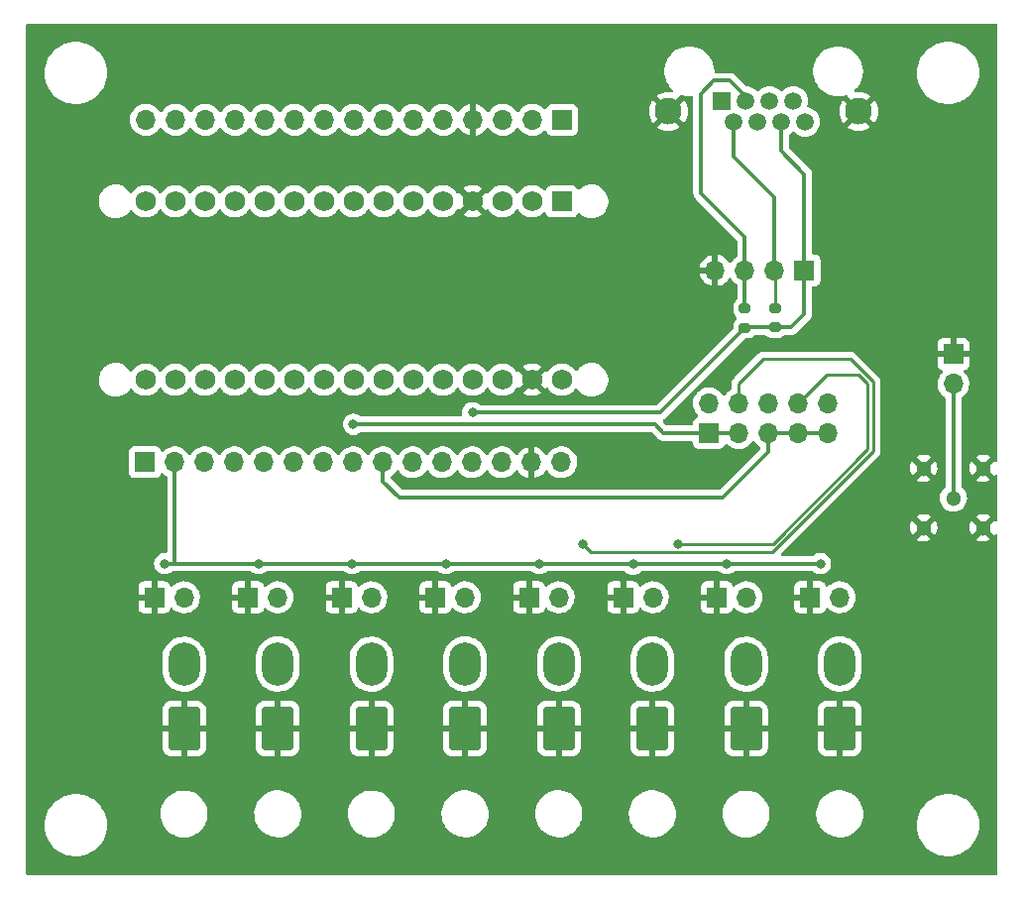
<source format=gbr>
%TF.GenerationSoftware,KiCad,Pcbnew,(6.0.1-0)*%
%TF.CreationDate,2022-11-28T10:38:10+01:00*%
%TF.ProjectId,nano_board,6e616e6f-5f62-46f6-9172-642e6b696361,rev?*%
%TF.SameCoordinates,Original*%
%TF.FileFunction,Copper,L2,Bot*%
%TF.FilePolarity,Positive*%
%FSLAX46Y46*%
G04 Gerber Fmt 4.6, Leading zero omitted, Abs format (unit mm)*
G04 Created by KiCad (PCBNEW (6.0.1-0)) date 2022-11-28 10:38:10*
%MOMM*%
%LPD*%
G01*
G04 APERTURE LIST*
G04 Aperture macros list*
%AMRoundRect*
0 Rectangle with rounded corners*
0 $1 Rounding radius*
0 $2 $3 $4 $5 $6 $7 $8 $9 X,Y pos of 4 corners*
0 Add a 4 corners polygon primitive as box body*
4,1,4,$2,$3,$4,$5,$6,$7,$8,$9,$2,$3,0*
0 Add four circle primitives for the rounded corners*
1,1,$1+$1,$2,$3*
1,1,$1+$1,$4,$5*
1,1,$1+$1,$6,$7*
1,1,$1+$1,$8,$9*
0 Add four rect primitives between the rounded corners*
20,1,$1+$1,$2,$3,$4,$5,0*
20,1,$1+$1,$4,$5,$6,$7,0*
20,1,$1+$1,$6,$7,$8,$9,0*
20,1,$1+$1,$8,$9,$2,$3,0*%
G04 Aperture macros list end*
%TA.AperFunction,ComponentPad*%
%ADD10R,1.700000X1.700000*%
%TD*%
%TA.AperFunction,ComponentPad*%
%ADD11O,1.700000X1.700000*%
%TD*%
%TA.AperFunction,ComponentPad*%
%ADD12R,1.500000X1.500000*%
%TD*%
%TA.AperFunction,ComponentPad*%
%ADD13C,1.500000*%
%TD*%
%TA.AperFunction,ComponentPad*%
%ADD14C,2.300000*%
%TD*%
%TA.AperFunction,ComponentPad*%
%ADD15RoundRect,0.250001X1.099999X1.599999X-1.099999X1.599999X-1.099999X-1.599999X1.099999X-1.599999X0*%
%TD*%
%TA.AperFunction,ComponentPad*%
%ADD16O,2.700000X3.700000*%
%TD*%
%TA.AperFunction,ComponentPad*%
%ADD17C,1.300000*%
%TD*%
%TA.AperFunction,ComponentPad*%
%ADD18C,1.727200*%
%TD*%
%TA.AperFunction,ComponentPad*%
%ADD19R,1.727200X1.727200*%
%TD*%
%TA.AperFunction,SMDPad,CuDef*%
%ADD20RoundRect,0.200000X0.275000X-0.200000X0.275000X0.200000X-0.275000X0.200000X-0.275000X-0.200000X0*%
%TD*%
%TA.AperFunction,ViaPad*%
%ADD21C,0.800000*%
%TD*%
%TA.AperFunction,Conductor*%
%ADD22C,0.300000*%
%TD*%
%TA.AperFunction,Conductor*%
%ADD23C,0.250000*%
%TD*%
G04 APERTURE END LIST*
D10*
%TO.P,NTC6-Pin0,1,Pin_1*%
%TO.N,GND*%
X149500000Y-90525000D03*
D11*
%TO.P,NTC6-Pin0,2,Pin_2*%
%TO.N,A6*%
X152040000Y-90525000D03*
%TD*%
D12*
%TO.P,J0,1*%
%TO.N,GND*%
X149940000Y-48140000D03*
D13*
%TO.P,J0,2*%
%TO.N,SCL*%
X150956000Y-49920000D03*
%TO.P,J0,3*%
%TO.N,SDA*%
X151972000Y-48140000D03*
%TO.P,J0,4*%
%TO.N,unconnected-(J0-Pad4)*%
X152988000Y-49920000D03*
%TO.P,J0,5*%
%TO.N,unconnected-(J0-Pad5)*%
X154004000Y-48140000D03*
%TO.P,J0,6*%
%TO.N,5V_Ard*%
X155020000Y-49920000D03*
%TO.P,J0,7*%
%TO.N,unconnected-(J0-Pad7)*%
X156036000Y-48140000D03*
%TO.P,J0,8*%
%TO.N,unconnected-(J0-Pad8)*%
X157052000Y-49920000D03*
D14*
%TO.P,J0,SH*%
%TO.N,GND*%
X145370000Y-49030000D03*
X161630000Y-49030000D03*
%TD*%
D10*
%TO.P,I2C-Pins0,1,VCC*%
%TO.N,5V_Ard*%
X156980000Y-62600000D03*
D11*
%TO.P,I2C-Pins0,2,SDA*%
%TO.N,SCL*%
X154440000Y-62600000D03*
%TO.P,I2C-Pins0,3,SCL*%
%TO.N,SDA*%
X151900000Y-62600000D03*
%TO.P,I2C-Pins0,4,GND*%
%TO.N,GND*%
X149360000Y-62600000D03*
%TD*%
D10*
%TO.P,Freq_Pins0,1,Pin_1*%
%TO.N,GND*%
X169700000Y-69760000D03*
D11*
%TO.P,Freq_Pins0,2,Pin_2*%
%TO.N,Freq*%
X169700000Y-72300000D03*
%TD*%
D10*
%TO.P,ArdTopPins0,1,Pin_1*%
%TO.N,RX0*%
X136283000Y-49750000D03*
D11*
%TO.P,ArdTopPins0,2,Pin_2*%
%TO.N,TX1*%
X133743000Y-49750000D03*
%TO.P,ArdTopPins0,3,Pin_3*%
%TO.N,RST1*%
X131203000Y-49750000D03*
%TO.P,ArdTopPins0,4,Pin_4*%
%TO.N,GND*%
X128663000Y-49750000D03*
%TO.P,ArdTopPins0,5,Pin_5*%
%TO.N,D2*%
X126123000Y-49750000D03*
%TO.P,ArdTopPins0,6,Pin_6*%
%TO.N,D3*%
X123583000Y-49750000D03*
%TO.P,ArdTopPins0,7,Pin_7*%
%TO.N,D4*%
X121043000Y-49750000D03*
%TO.P,ArdTopPins0,8,Pin_8*%
%TO.N,D5*%
X118503000Y-49750000D03*
%TO.P,ArdTopPins0,9,Pin_9*%
%TO.N,D6*%
X115963000Y-49750000D03*
%TO.P,ArdTopPins0,10,Pin_10*%
%TO.N,D7*%
X113423000Y-49750000D03*
%TO.P,ArdTopPins0,11,Pin_11*%
%TO.N,D8*%
X110883000Y-49750000D03*
%TO.P,ArdTopPins0,12,Pin_12*%
%TO.N,D9*%
X108343000Y-49750000D03*
%TO.P,ArdTopPins0,13,Pin_13*%
%TO.N,D10*%
X105803000Y-49750000D03*
%TO.P,ArdTopPins0,14,Pin_14*%
%TO.N,D11*%
X103263000Y-49750000D03*
%TO.P,ArdTopPins0,15,Pin_15*%
%TO.N,D12*%
X100723000Y-49750000D03*
%TD*%
D15*
%TO.P,NTC5,1,Pin_1*%
%TO.N,GND*%
X144000000Y-101725000D03*
D16*
%TO.P,NTC5,2,Pin_2*%
%TO.N,N5*%
X144000000Y-96225000D03*
%TD*%
D17*
%TO.P,J2,1*%
%TO.N,Freq*%
X169710000Y-82060000D03*
%TO.P,J2,GND*%
%TO.N,GND*%
X172250000Y-79520000D03*
%TO.P,J2,S1*%
X167170000Y-79520000D03*
%TO.P,J2,S2*%
X167170000Y-84600000D03*
%TO.P,J2,S3*%
X172250000Y-84600000D03*
%TD*%
D10*
%TO.P,NTC7-Pin0,1,Pin_1*%
%TO.N,GND*%
X157460000Y-90525000D03*
D11*
%TO.P,NTC7-Pin0,2,Pin_2*%
%TO.N,A7*%
X160000000Y-90525000D03*
%TD*%
D18*
%TO.P,XA0,3V3,3.3V*%
%TO.N,3V3_Ard*%
X103230000Y-71948000D03*
%TO.P,XA0,5V,5V*%
%TO.N,5V_Ard*%
X128630000Y-71948000D03*
%TO.P,XA0,A0,A0*%
%TO.N,A0*%
X108310000Y-71948000D03*
%TO.P,XA0,A1,A1*%
%TO.N,A1*%
X110850000Y-71948000D03*
%TO.P,XA0,A2,A2*%
%TO.N,A2*%
X113390000Y-71948000D03*
%TO.P,XA0,A3,A3*%
%TO.N,A3*%
X115930000Y-71948000D03*
%TO.P,XA0,A4,A4_SDA*%
%TO.N,A4*%
X118470000Y-71948000D03*
%TO.P,XA0,A5,A5_SCL*%
%TO.N,A5*%
X121010000Y-71948000D03*
%TO.P,XA0,A6,A6*%
%TO.N,A6*%
X123550000Y-71948000D03*
%TO.P,XA0,A7,A7*%
%TO.N,A7*%
X126090000Y-71948000D03*
%TO.P,XA0,AREF,AREF*%
%TO.N,AREF*%
X105770000Y-71948000D03*
%TO.P,XA0,D0,D0_RX0*%
%TO.N,TX1*%
X133710000Y-56708000D03*
D19*
%TO.P,XA0,D1,D1_TX0*%
%TO.N,RX0*%
X136250000Y-56708000D03*
D18*
%TO.P,XA0,D2,D2_INT0*%
%TO.N,D2*%
X126090000Y-56708000D03*
%TO.P,XA0,D3,D3_INT1*%
%TO.N,D3*%
X123550000Y-56708000D03*
%TO.P,XA0,D4,D4*%
%TO.N,D4*%
X121010000Y-56708000D03*
%TO.P,XA0,D5,D5*%
%TO.N,D5*%
X118470000Y-56708000D03*
%TO.P,XA0,D6,D6*%
%TO.N,D6*%
X115930000Y-56708000D03*
%TO.P,XA0,D7,D7*%
%TO.N,D7*%
X113390000Y-56708000D03*
%TO.P,XA0,D8,D8*%
%TO.N,D8*%
X110850000Y-56708000D03*
%TO.P,XA0,D9,D9*%
%TO.N,D9*%
X108310000Y-56708000D03*
%TO.P,XA0,D10,D10_CS*%
%TO.N,D10*%
X105770000Y-56708000D03*
%TO.P,XA0,D11,D11_MOSI*%
%TO.N,D11*%
X103230000Y-56708000D03*
%TO.P,XA0,D12,D12_MISO*%
%TO.N,D12*%
X100690000Y-56708000D03*
%TO.P,XA0,D13,D13_SCK*%
%TO.N,D13*%
X100690000Y-71948000D03*
%TO.P,XA0,GND1,GND*%
%TO.N,GND*%
X128630000Y-56708000D03*
%TO.P,XA0,GND2,GND*%
X133710000Y-71948000D03*
%TO.P,XA0,RST1,RESET*%
%TO.N,RST1*%
X131170000Y-56708000D03*
%TO.P,XA0,RST2,RESET*%
%TO.N,RST2*%
X131170000Y-71948000D03*
%TO.P,XA0,VIN,VIN*%
%TO.N,Vin_Ard*%
X136250000Y-71948000D03*
%TD*%
D15*
%TO.P,NTC0,1,Pin_1*%
%TO.N,GND*%
X104000000Y-101750000D03*
D16*
%TO.P,NTC0,2,Pin_2*%
%TO.N,A0*%
X104000000Y-96250000D03*
%TD*%
D10*
%TO.P,NTC3-Pin0,1,Pin_1*%
%TO.N,GND*%
X125460000Y-90525000D03*
D11*
%TO.P,NTC3-Pin0,2,Pin_2*%
%TO.N,A3*%
X128000000Y-90525000D03*
%TD*%
D10*
%TO.P,J1,1,Pin_1*%
%TO.N,A4*%
X148825000Y-76505000D03*
D11*
%TO.P,J1,2,Pin_2*%
%TO.N,SDA*%
X148825000Y-73965000D03*
%TO.P,J1,3,Pin_3*%
%TO.N,A4*%
X151365000Y-76505000D03*
%TO.P,J1,4,Pin_4*%
%TO.N,N4*%
X151365000Y-73965000D03*
%TO.P,J1,5,Pin_5*%
%TO.N,A5*%
X153905000Y-76505000D03*
%TO.P,J1,6,Pin_6*%
%TO.N,SCL*%
X153905000Y-73965000D03*
%TO.P,J1,7,Pin_7*%
%TO.N,A5*%
X156445000Y-76505000D03*
%TO.P,J1,8,Pin_8*%
%TO.N,N5*%
X156445000Y-73965000D03*
%TO.P,J1,9,Pin_9*%
%TO.N,A5*%
X158985000Y-76505000D03*
%TO.P,J1,10,Pin_10*%
%TO.N,Freq*%
X158985000Y-73965000D03*
%TD*%
D15*
%TO.P,NTC6,1,Pin_1*%
%TO.N,GND*%
X152000000Y-101750000D03*
D16*
%TO.P,NTC6,2,Pin_2*%
%TO.N,A6*%
X152000000Y-96250000D03*
%TD*%
D15*
%TO.P,NTC4,1,Pin_1*%
%TO.N,GND*%
X136000000Y-101725000D03*
D16*
%TO.P,NTC4,2,Pin_2*%
%TO.N,N4*%
X136000000Y-96225000D03*
%TD*%
D15*
%TO.P,NTC2,1,Pin_1*%
%TO.N,GND*%
X120000000Y-101750000D03*
D16*
%TO.P,NTC2,2,Pin_2*%
%TO.N,A2*%
X120000000Y-96250000D03*
%TD*%
D15*
%TO.P,NTC3,1,Pin_1*%
%TO.N,GND*%
X128000000Y-101725000D03*
D16*
%TO.P,NTC3,2,Pin_2*%
%TO.N,A3*%
X128000000Y-96225000D03*
%TD*%
D15*
%TO.P,NTC7,1,Pin_1*%
%TO.N,GND*%
X160000000Y-101725000D03*
D16*
%TO.P,NTC7,2,Pin_2*%
%TO.N,A7*%
X160000000Y-96225000D03*
%TD*%
D15*
%TO.P,NTC1,1,Pin_1*%
%TO.N,GND*%
X112000000Y-101725000D03*
D16*
%TO.P,NTC1,2,Pin_2*%
%TO.N,A1*%
X112000000Y-96225000D03*
%TD*%
D10*
%TO.P,NTC5-Pin0,1,Pin_1*%
%TO.N,GND*%
X141500000Y-90525000D03*
D11*
%TO.P,NTC5-Pin0,2,Pin_2*%
%TO.N,N5*%
X144040000Y-90525000D03*
%TD*%
D10*
%TO.P,NTC0-Pin0,1,Pin_1*%
%TO.N,GND*%
X101460000Y-90525000D03*
D11*
%TO.P,NTC0-Pin0,2,Pin_2*%
%TO.N,A0*%
X104000000Y-90525000D03*
%TD*%
D10*
%TO.P,NTC4-Pin0,1,Pin_1*%
%TO.N,GND*%
X133460000Y-90525000D03*
D11*
%TO.P,NTC4-Pin0,2,Pin_2*%
%TO.N,N4*%
X136000000Y-90525000D03*
%TD*%
D10*
%TO.P,NTC1-Pin0,1,Pin_1*%
%TO.N,GND*%
X109460000Y-90525000D03*
D11*
%TO.P,NTC1-Pin0,2,Pin_2*%
%TO.N,A1*%
X112000000Y-90525000D03*
%TD*%
D10*
%TO.P,ArdNanoBotPins0,1,Pin_1*%
%TO.N,D13*%
X100670000Y-79000000D03*
D11*
%TO.P,ArdNanoBotPins0,2,Pin_2*%
%TO.N,3V3_Ard*%
X103210000Y-79000000D03*
%TO.P,ArdNanoBotPins0,3,Pin_3*%
%TO.N,AREF*%
X105750000Y-79000000D03*
%TO.P,ArdNanoBotPins0,4,Pin_4*%
%TO.N,A0*%
X108290000Y-79000000D03*
%TO.P,ArdNanoBotPins0,5,Pin_5*%
%TO.N,A1*%
X110830000Y-79000000D03*
%TO.P,ArdNanoBotPins0,6,Pin_6*%
%TO.N,A2*%
X113370000Y-79000000D03*
%TO.P,ArdNanoBotPins0,7,Pin_7*%
%TO.N,A3*%
X115910000Y-79000000D03*
%TO.P,ArdNanoBotPins0,8,Pin_8*%
%TO.N,A4*%
X118450000Y-79000000D03*
%TO.P,ArdNanoBotPins0,9,Pin_9*%
%TO.N,A5*%
X120990000Y-79000000D03*
%TO.P,ArdNanoBotPins0,10,Pin_10*%
%TO.N,A6*%
X123530000Y-79000000D03*
%TO.P,ArdNanoBotPins0,11,Pin_11*%
%TO.N,A7*%
X126070000Y-79000000D03*
%TO.P,ArdNanoBotPins0,12,Pin_12*%
%TO.N,5V_Ard*%
X128610000Y-79000000D03*
%TO.P,ArdNanoBotPins0,13,Pin_13*%
%TO.N,RST2*%
X131150000Y-79000000D03*
%TO.P,ArdNanoBotPins0,14,Pin_14*%
%TO.N,GND*%
X133690000Y-79000000D03*
%TO.P,ArdNanoBotPins0,15,Pin_15*%
%TO.N,Vin_Ard*%
X136230000Y-79000000D03*
%TD*%
D10*
%TO.P,NTC2-Pin0,1,Pin_1*%
%TO.N,GND*%
X117460000Y-90525000D03*
D11*
%TO.P,NTC2-Pin0,2,Pin_2*%
%TO.N,A2*%
X120000000Y-90525000D03*
%TD*%
D20*
%TO.P,R_Pullup0,1*%
%TO.N,5V_Ard*%
X151900000Y-67500000D03*
%TO.P,R_Pullup0,2*%
%TO.N,SDA*%
X151900000Y-65850000D03*
%TD*%
%TO.P,R_Pullup1,1*%
%TO.N,5V_Ard*%
X154450000Y-67450000D03*
%TO.P,R_Pullup1,2*%
%TO.N,SCL*%
X154450000Y-65800000D03*
%TD*%
D21*
%TO.N,3V3_Ard*%
X142350000Y-87700000D03*
X110350000Y-87650000D03*
X134350000Y-87650000D03*
X158350000Y-87650000D03*
X150350000Y-87650000D03*
X126350000Y-87650000D03*
X118350000Y-87650000D03*
X102350000Y-87650000D03*
%TO.N,5V_Ard*%
X128630000Y-74770000D03*
%TO.N,A4*%
X118448000Y-75752000D03*
%TO.N,N4*%
X138050000Y-86000000D03*
%TO.N,N5*%
X146175000Y-85975000D03*
%TD*%
D22*
%TO.N,3V3_Ard*%
X118400000Y-87650000D02*
X126400000Y-87650000D01*
X102350000Y-87650000D02*
X103250000Y-87650000D01*
X150350000Y-87650000D02*
X158350000Y-87650000D01*
X103250000Y-87650000D02*
X110350000Y-87650000D01*
X103210000Y-79000000D02*
X103210000Y-87610000D01*
X103210000Y-87610000D02*
X103250000Y-87650000D01*
X126400000Y-87650000D02*
X134500000Y-87650000D01*
X110350000Y-87650000D02*
X118400000Y-87650000D01*
X134500000Y-87650000D02*
X142450000Y-87650000D01*
X142450000Y-87650000D02*
X150350000Y-87650000D01*
%TO.N,A5*%
X150000000Y-82025000D02*
X153905000Y-78120000D01*
X156445000Y-76505000D02*
X153905000Y-76505000D01*
X158985000Y-76505000D02*
X156445000Y-76505000D01*
X122375000Y-82025000D02*
X150000000Y-82025000D01*
X120990000Y-79000000D02*
X120990000Y-80640000D01*
X120990000Y-80640000D02*
X122375000Y-82025000D01*
X153905000Y-78120000D02*
X153905000Y-76505000D01*
%TO.N,5V_Ard*%
X144630000Y-74770000D02*
X145412500Y-73987500D01*
X155875000Y-67450000D02*
X154450000Y-67450000D01*
X154450000Y-67450000D02*
X151950000Y-67450000D01*
X128630000Y-74770000D02*
X144630000Y-74770000D01*
X156980000Y-54380000D02*
X156980000Y-62600000D01*
X155020000Y-52420000D02*
X156980000Y-54380000D01*
X156980000Y-66345000D02*
X155875000Y-67450000D01*
X145412500Y-73987500D02*
X151900000Y-67500000D01*
X151950000Y-67450000D02*
X151900000Y-67500000D01*
X156980000Y-62600000D02*
X156980000Y-66345000D01*
X155020000Y-49905000D02*
X155020000Y-52420000D01*
%TO.N,A4*%
X118450000Y-75750000D02*
X118448000Y-75752000D01*
X144200000Y-75750000D02*
X118450000Y-75750000D01*
X144955000Y-76505000D02*
X144200000Y-75750000D01*
X148825000Y-76505000D02*
X144955000Y-76505000D01*
X148825000Y-76505000D02*
X151365000Y-76505000D01*
%TO.N,SCL*%
X154440000Y-56390000D02*
X150956000Y-52906000D01*
X150956000Y-52906000D02*
X150956000Y-49905000D01*
D23*
X154450000Y-62610000D02*
X154450000Y-65800000D01*
X154440000Y-62600000D02*
X154450000Y-62610000D01*
D22*
X154440000Y-62600000D02*
X154440000Y-56390000D01*
%TO.N,SDA*%
X151900000Y-59750000D02*
X151900000Y-62600000D01*
X148150000Y-56000000D02*
X151900000Y-59750000D01*
X148150000Y-47515978D02*
X148150000Y-56000000D01*
X149265978Y-46400000D02*
X148150000Y-47515978D01*
X151972000Y-47757978D02*
X150614022Y-46400000D01*
X151900000Y-62600000D02*
X151900000Y-65850000D01*
X150614022Y-46400000D02*
X149265978Y-46400000D01*
D23*
%TO.N,N4*%
X160900000Y-70200000D02*
X162825000Y-72125000D01*
X138750000Y-86700000D02*
X138050000Y-86000000D01*
X151365000Y-72310000D02*
X153475000Y-70200000D01*
X153475000Y-70200000D02*
X160900000Y-70200000D01*
X162825000Y-72125000D02*
X162825000Y-78075000D01*
X154200000Y-86700000D02*
X138750000Y-86700000D01*
X151365000Y-73965000D02*
X151365000Y-72310000D01*
X162825000Y-78075000D02*
X154200000Y-86700000D01*
%TO.N,N5*%
X161589282Y-71525000D02*
X162375480Y-72311198D01*
X162375480Y-72311198D02*
X162375480Y-77888802D01*
X162375480Y-77888802D02*
X154289282Y-85975000D01*
X154289282Y-85975000D02*
X146175000Y-85975000D01*
X158885000Y-71525000D02*
X161589282Y-71525000D01*
X156445000Y-73965000D02*
X158885000Y-71525000D01*
D22*
%TO.N,Freq*%
X169710000Y-82060000D02*
X169710000Y-72310000D01*
%TD*%
%TA.AperFunction,Conductor*%
%TO.N,GND*%
G36*
X173434121Y-41528002D02*
G01*
X173480614Y-41581658D01*
X173492000Y-41634000D01*
X173492000Y-78879757D01*
X173471998Y-78947878D01*
X173418342Y-78994371D01*
X173348068Y-79004475D01*
X173283488Y-78974981D01*
X173252994Y-78935486D01*
X173244141Y-78917534D01*
X173240617Y-78911784D01*
X173230595Y-78904262D01*
X173218176Y-78911034D01*
X172622022Y-79507188D01*
X172614408Y-79521132D01*
X172614539Y-79522965D01*
X172618790Y-79529580D01*
X173216971Y-80127761D01*
X173229351Y-80134521D01*
X173235931Y-80129595D01*
X173256066Y-80093642D01*
X173306803Y-80043981D01*
X173376335Y-80029634D01*
X173442586Y-80055156D01*
X173484521Y-80112444D01*
X173492000Y-80155209D01*
X173492000Y-83959757D01*
X173471998Y-84027878D01*
X173418342Y-84074371D01*
X173348068Y-84084475D01*
X173283488Y-84054981D01*
X173252994Y-84015486D01*
X173244141Y-83997534D01*
X173240617Y-83991784D01*
X173230595Y-83984262D01*
X173218176Y-83991034D01*
X172622022Y-84587188D01*
X172614408Y-84601132D01*
X172614539Y-84602965D01*
X172618790Y-84609580D01*
X173216971Y-85207761D01*
X173229351Y-85214521D01*
X173235931Y-85209595D01*
X173256066Y-85173642D01*
X173306803Y-85123981D01*
X173376335Y-85109634D01*
X173442586Y-85135156D01*
X173484521Y-85192444D01*
X173492000Y-85235209D01*
X173492000Y-114116000D01*
X173471998Y-114184121D01*
X173418342Y-114230614D01*
X173366000Y-114242000D01*
X90634000Y-114242000D01*
X90565879Y-114221998D01*
X90519386Y-114168342D01*
X90508000Y-114116000D01*
X90508000Y-110046485D01*
X92086854Y-110046485D01*
X92087156Y-110050320D01*
X92105108Y-110278417D01*
X92112370Y-110370695D01*
X92177206Y-110689378D01*
X92280398Y-110997784D01*
X92282052Y-111001253D01*
X92282053Y-111001254D01*
X92297142Y-111032888D01*
X92420405Y-111291316D01*
X92595141Y-111565597D01*
X92597584Y-111568560D01*
X92597585Y-111568562D01*
X92747308Y-111750190D01*
X92802001Y-111816538D01*
X93037902Y-112040399D01*
X93299326Y-112233843D01*
X93440851Y-112313914D01*
X93579019Y-112392086D01*
X93579023Y-112392088D01*
X93582376Y-112393985D01*
X93882832Y-112518438D01*
X93986288Y-112547129D01*
X94192500Y-112604317D01*
X94192508Y-112604319D01*
X94196216Y-112605347D01*
X94517856Y-112653416D01*
X94521154Y-112653560D01*
X94632918Y-112658440D01*
X94632922Y-112658440D01*
X94634294Y-112658500D01*
X94832598Y-112658500D01*
X95074605Y-112643698D01*
X95078388Y-112642997D01*
X95078395Y-112642996D01*
X95278459Y-112605916D01*
X95394372Y-112584433D01*
X95603682Y-112518438D01*
X95700860Y-112487798D01*
X95700863Y-112487797D01*
X95704532Y-112486640D01*
X95708029Y-112485046D01*
X95708035Y-112485044D01*
X95996954Y-112353376D01*
X95996958Y-112353374D01*
X96000462Y-112351777D01*
X96277751Y-112181854D01*
X96280755Y-112179464D01*
X96280760Y-112179461D01*
X96405007Y-112080630D01*
X96532264Y-111979405D01*
X96534958Y-111976664D01*
X96534962Y-111976660D01*
X96757513Y-111750190D01*
X96757517Y-111750185D01*
X96760208Y-111747447D01*
X96958185Y-111489439D01*
X97123242Y-111209227D01*
X97252920Y-110910988D01*
X97258887Y-110890846D01*
X97305801Y-110732464D01*
X97345285Y-110599169D01*
X97398961Y-110278417D01*
X97413146Y-109953515D01*
X97399100Y-109775046D01*
X97387932Y-109633140D01*
X97387932Y-109633137D01*
X97387630Y-109629305D01*
X97322794Y-109310622D01*
X97219602Y-109002216D01*
X97208878Y-108979733D01*
X101987822Y-108979733D01*
X101987975Y-108984121D01*
X101987975Y-108984127D01*
X101991515Y-109085478D01*
X101997625Y-109260458D01*
X101998387Y-109264781D01*
X101998388Y-109264788D01*
X102021725Y-109397139D01*
X102046402Y-109537087D01*
X102133203Y-109804235D01*
X102256340Y-110056702D01*
X102258795Y-110060341D01*
X102258798Y-110060347D01*
X102317294Y-110147071D01*
X102413415Y-110289576D01*
X102416360Y-110292847D01*
X102416361Y-110292848D01*
X102490590Y-110375287D01*
X102601371Y-110498322D01*
X102816550Y-110678879D01*
X103054764Y-110827731D01*
X103311375Y-110941982D01*
X103315603Y-110943194D01*
X103315602Y-110943194D01*
X103518083Y-111001254D01*
X103581390Y-111019407D01*
X103585740Y-111020018D01*
X103585743Y-111020019D01*
X103681667Y-111033500D01*
X103859552Y-111058500D01*
X104070146Y-111058500D01*
X104072332Y-111058347D01*
X104072336Y-111058347D01*
X104275827Y-111044118D01*
X104275832Y-111044117D01*
X104280212Y-111043811D01*
X104554970Y-110985409D01*
X104559099Y-110983906D01*
X104559103Y-110983905D01*
X104814781Y-110890846D01*
X104814785Y-110890844D01*
X104818926Y-110889337D01*
X105066942Y-110757464D01*
X105101352Y-110732464D01*
X105290629Y-110594947D01*
X105290632Y-110594944D01*
X105294192Y-110592358D01*
X105317400Y-110569947D01*
X105493087Y-110400287D01*
X105496252Y-110397231D01*
X105669188Y-110175882D01*
X105671384Y-110172078D01*
X105671389Y-110172071D01*
X105807435Y-109936431D01*
X105809636Y-109932619D01*
X105914862Y-109672176D01*
X105948544Y-109537087D01*
X105981753Y-109403893D01*
X105981754Y-109403888D01*
X105982817Y-109399624D01*
X105985905Y-109370251D01*
X106011719Y-109124636D01*
X106011719Y-109124633D01*
X106012178Y-109120267D01*
X106011087Y-109089012D01*
X106006398Y-108954733D01*
X109987822Y-108954733D01*
X109987975Y-108959121D01*
X109987975Y-108959127D01*
X109992388Y-109085478D01*
X109997625Y-109235458D01*
X109998387Y-109239781D01*
X109998388Y-109239788D01*
X110022164Y-109374624D01*
X110046402Y-109512087D01*
X110133203Y-109779235D01*
X110135131Y-109783188D01*
X110135133Y-109783193D01*
X110190313Y-109896328D01*
X110256340Y-110031702D01*
X110258795Y-110035341D01*
X110258798Y-110035347D01*
X110275661Y-110060347D01*
X110413415Y-110264576D01*
X110416360Y-110267847D01*
X110416361Y-110267848D01*
X110429299Y-110282217D01*
X110601371Y-110473322D01*
X110816550Y-110653879D01*
X111054764Y-110802731D01*
X111110915Y-110827731D01*
X111305850Y-110914522D01*
X111311375Y-110916982D01*
X111581390Y-110994407D01*
X111585740Y-110995018D01*
X111585743Y-110995019D01*
X111688690Y-111009487D01*
X111859552Y-111033500D01*
X112070146Y-111033500D01*
X112072332Y-111033347D01*
X112072336Y-111033347D01*
X112275827Y-111019118D01*
X112275832Y-111019117D01*
X112280212Y-111018811D01*
X112554970Y-110960409D01*
X112559099Y-110958906D01*
X112559103Y-110958905D01*
X112814781Y-110865846D01*
X112814785Y-110865844D01*
X112818926Y-110864337D01*
X113066942Y-110732464D01*
X113126245Y-110689378D01*
X113290629Y-110569947D01*
X113290632Y-110569944D01*
X113294192Y-110567358D01*
X113496252Y-110372231D01*
X113669188Y-110150882D01*
X113671384Y-110147078D01*
X113671389Y-110147071D01*
X113807435Y-109911431D01*
X113809636Y-109907619D01*
X113914862Y-109647176D01*
X113941269Y-109541265D01*
X113981753Y-109378893D01*
X113981754Y-109378888D01*
X113982817Y-109374624D01*
X113989148Y-109314393D01*
X114011719Y-109099636D01*
X114011719Y-109099633D01*
X114012178Y-109095267D01*
X114011960Y-109089012D01*
X114008144Y-108979733D01*
X117987822Y-108979733D01*
X117987975Y-108984121D01*
X117987975Y-108984127D01*
X117991515Y-109085478D01*
X117997625Y-109260458D01*
X117998387Y-109264781D01*
X117998388Y-109264788D01*
X118021725Y-109397139D01*
X118046402Y-109537087D01*
X118133203Y-109804235D01*
X118256340Y-110056702D01*
X118258795Y-110060341D01*
X118258798Y-110060347D01*
X118317294Y-110147071D01*
X118413415Y-110289576D01*
X118416360Y-110292847D01*
X118416361Y-110292848D01*
X118490590Y-110375287D01*
X118601371Y-110498322D01*
X118816550Y-110678879D01*
X119054764Y-110827731D01*
X119311375Y-110941982D01*
X119315603Y-110943194D01*
X119315602Y-110943194D01*
X119518083Y-111001254D01*
X119581390Y-111019407D01*
X119585740Y-111020018D01*
X119585743Y-111020019D01*
X119681667Y-111033500D01*
X119859552Y-111058500D01*
X120070146Y-111058500D01*
X120072332Y-111058347D01*
X120072336Y-111058347D01*
X120275827Y-111044118D01*
X120275832Y-111044117D01*
X120280212Y-111043811D01*
X120554970Y-110985409D01*
X120559099Y-110983906D01*
X120559103Y-110983905D01*
X120814781Y-110890846D01*
X120814785Y-110890844D01*
X120818926Y-110889337D01*
X121066942Y-110757464D01*
X121101352Y-110732464D01*
X121290629Y-110594947D01*
X121290632Y-110594944D01*
X121294192Y-110592358D01*
X121317400Y-110569947D01*
X121493087Y-110400287D01*
X121496252Y-110397231D01*
X121669188Y-110175882D01*
X121671384Y-110172078D01*
X121671389Y-110172071D01*
X121807435Y-109936431D01*
X121809636Y-109932619D01*
X121914862Y-109672176D01*
X121948544Y-109537087D01*
X121981753Y-109403893D01*
X121981754Y-109403888D01*
X121982817Y-109399624D01*
X121985905Y-109370251D01*
X122011719Y-109124636D01*
X122011719Y-109124633D01*
X122012178Y-109120267D01*
X122011087Y-109089012D01*
X122006398Y-108954733D01*
X125987822Y-108954733D01*
X125987975Y-108959121D01*
X125987975Y-108959127D01*
X125992388Y-109085478D01*
X125997625Y-109235458D01*
X125998387Y-109239781D01*
X125998388Y-109239788D01*
X126022164Y-109374624D01*
X126046402Y-109512087D01*
X126133203Y-109779235D01*
X126135131Y-109783188D01*
X126135133Y-109783193D01*
X126190313Y-109896328D01*
X126256340Y-110031702D01*
X126258795Y-110035341D01*
X126258798Y-110035347D01*
X126275661Y-110060347D01*
X126413415Y-110264576D01*
X126416360Y-110267847D01*
X126416361Y-110267848D01*
X126429299Y-110282217D01*
X126601371Y-110473322D01*
X126816550Y-110653879D01*
X127054764Y-110802731D01*
X127110915Y-110827731D01*
X127305850Y-110914522D01*
X127311375Y-110916982D01*
X127581390Y-110994407D01*
X127585740Y-110995018D01*
X127585743Y-110995019D01*
X127688690Y-111009487D01*
X127859552Y-111033500D01*
X128070146Y-111033500D01*
X128072332Y-111033347D01*
X128072336Y-111033347D01*
X128275827Y-111019118D01*
X128275832Y-111019117D01*
X128280212Y-111018811D01*
X128554970Y-110960409D01*
X128559099Y-110958906D01*
X128559103Y-110958905D01*
X128814781Y-110865846D01*
X128814785Y-110865844D01*
X128818926Y-110864337D01*
X129066942Y-110732464D01*
X129126245Y-110689378D01*
X129290629Y-110569947D01*
X129290632Y-110569944D01*
X129294192Y-110567358D01*
X129496252Y-110372231D01*
X129669188Y-110150882D01*
X129671384Y-110147078D01*
X129671389Y-110147071D01*
X129807435Y-109911431D01*
X129809636Y-109907619D01*
X129914862Y-109647176D01*
X129941269Y-109541265D01*
X129981753Y-109378893D01*
X129981754Y-109378888D01*
X129982817Y-109374624D01*
X129989148Y-109314393D01*
X130011719Y-109099636D01*
X130011719Y-109099633D01*
X130012178Y-109095267D01*
X130011960Y-109089012D01*
X130007271Y-108954733D01*
X133987822Y-108954733D01*
X133987975Y-108959121D01*
X133987975Y-108959127D01*
X133992388Y-109085478D01*
X133997625Y-109235458D01*
X133998387Y-109239781D01*
X133998388Y-109239788D01*
X134022164Y-109374624D01*
X134046402Y-109512087D01*
X134133203Y-109779235D01*
X134135131Y-109783188D01*
X134135133Y-109783193D01*
X134190313Y-109896328D01*
X134256340Y-110031702D01*
X134258795Y-110035341D01*
X134258798Y-110035347D01*
X134275661Y-110060347D01*
X134413415Y-110264576D01*
X134416360Y-110267847D01*
X134416361Y-110267848D01*
X134429299Y-110282217D01*
X134601371Y-110473322D01*
X134816550Y-110653879D01*
X135054764Y-110802731D01*
X135110915Y-110827731D01*
X135305850Y-110914522D01*
X135311375Y-110916982D01*
X135581390Y-110994407D01*
X135585740Y-110995018D01*
X135585743Y-110995019D01*
X135688690Y-111009487D01*
X135859552Y-111033500D01*
X136070146Y-111033500D01*
X136072332Y-111033347D01*
X136072336Y-111033347D01*
X136275827Y-111019118D01*
X136275832Y-111019117D01*
X136280212Y-111018811D01*
X136554970Y-110960409D01*
X136559099Y-110958906D01*
X136559103Y-110958905D01*
X136814781Y-110865846D01*
X136814785Y-110865844D01*
X136818926Y-110864337D01*
X137066942Y-110732464D01*
X137126245Y-110689378D01*
X137290629Y-110569947D01*
X137290632Y-110569944D01*
X137294192Y-110567358D01*
X137496252Y-110372231D01*
X137669188Y-110150882D01*
X137671384Y-110147078D01*
X137671389Y-110147071D01*
X137807435Y-109911431D01*
X137809636Y-109907619D01*
X137914862Y-109647176D01*
X137941269Y-109541265D01*
X137981753Y-109378893D01*
X137981754Y-109378888D01*
X137982817Y-109374624D01*
X137989148Y-109314393D01*
X138011719Y-109099636D01*
X138011719Y-109099633D01*
X138012178Y-109095267D01*
X138011960Y-109089012D01*
X138007271Y-108954733D01*
X141987822Y-108954733D01*
X141987975Y-108959121D01*
X141987975Y-108959127D01*
X141992388Y-109085478D01*
X141997625Y-109235458D01*
X141998387Y-109239781D01*
X141998388Y-109239788D01*
X142022164Y-109374624D01*
X142046402Y-109512087D01*
X142133203Y-109779235D01*
X142135131Y-109783188D01*
X142135133Y-109783193D01*
X142190313Y-109896328D01*
X142256340Y-110031702D01*
X142258795Y-110035341D01*
X142258798Y-110035347D01*
X142275661Y-110060347D01*
X142413415Y-110264576D01*
X142416360Y-110267847D01*
X142416361Y-110267848D01*
X142429299Y-110282217D01*
X142601371Y-110473322D01*
X142816550Y-110653879D01*
X143054764Y-110802731D01*
X143110915Y-110827731D01*
X143305850Y-110914522D01*
X143311375Y-110916982D01*
X143581390Y-110994407D01*
X143585740Y-110995018D01*
X143585743Y-110995019D01*
X143688690Y-111009487D01*
X143859552Y-111033500D01*
X144070146Y-111033500D01*
X144072332Y-111033347D01*
X144072336Y-111033347D01*
X144275827Y-111019118D01*
X144275832Y-111019117D01*
X144280212Y-111018811D01*
X144554970Y-110960409D01*
X144559099Y-110958906D01*
X144559103Y-110958905D01*
X144814781Y-110865846D01*
X144814785Y-110865844D01*
X144818926Y-110864337D01*
X145066942Y-110732464D01*
X145126245Y-110689378D01*
X145290629Y-110569947D01*
X145290632Y-110569944D01*
X145294192Y-110567358D01*
X145496252Y-110372231D01*
X145669188Y-110150882D01*
X145671384Y-110147078D01*
X145671389Y-110147071D01*
X145807435Y-109911431D01*
X145809636Y-109907619D01*
X145914862Y-109647176D01*
X145941269Y-109541265D01*
X145981753Y-109378893D01*
X145981754Y-109378888D01*
X145982817Y-109374624D01*
X145989148Y-109314393D01*
X146011719Y-109099636D01*
X146011719Y-109099633D01*
X146012178Y-109095267D01*
X146011960Y-109089012D01*
X146008144Y-108979733D01*
X149987822Y-108979733D01*
X149987975Y-108984121D01*
X149987975Y-108984127D01*
X149991515Y-109085478D01*
X149997625Y-109260458D01*
X149998387Y-109264781D01*
X149998388Y-109264788D01*
X150021725Y-109397139D01*
X150046402Y-109537087D01*
X150133203Y-109804235D01*
X150256340Y-110056702D01*
X150258795Y-110060341D01*
X150258798Y-110060347D01*
X150317294Y-110147071D01*
X150413415Y-110289576D01*
X150416360Y-110292847D01*
X150416361Y-110292848D01*
X150490590Y-110375287D01*
X150601371Y-110498322D01*
X150816550Y-110678879D01*
X151054764Y-110827731D01*
X151311375Y-110941982D01*
X151315603Y-110943194D01*
X151315602Y-110943194D01*
X151518083Y-111001254D01*
X151581390Y-111019407D01*
X151585740Y-111020018D01*
X151585743Y-111020019D01*
X151681667Y-111033500D01*
X151859552Y-111058500D01*
X152070146Y-111058500D01*
X152072332Y-111058347D01*
X152072336Y-111058347D01*
X152275827Y-111044118D01*
X152275832Y-111044117D01*
X152280212Y-111043811D01*
X152554970Y-110985409D01*
X152559099Y-110983906D01*
X152559103Y-110983905D01*
X152814781Y-110890846D01*
X152814785Y-110890844D01*
X152818926Y-110889337D01*
X153066942Y-110757464D01*
X153101352Y-110732464D01*
X153290629Y-110594947D01*
X153290632Y-110594944D01*
X153294192Y-110592358D01*
X153317400Y-110569947D01*
X153493087Y-110400287D01*
X153496252Y-110397231D01*
X153669188Y-110175882D01*
X153671384Y-110172078D01*
X153671389Y-110172071D01*
X153807435Y-109936431D01*
X153809636Y-109932619D01*
X153914862Y-109672176D01*
X153948544Y-109537087D01*
X153981753Y-109403893D01*
X153981754Y-109403888D01*
X153982817Y-109399624D01*
X153985905Y-109370251D01*
X154011719Y-109124636D01*
X154011719Y-109124633D01*
X154012178Y-109120267D01*
X154011087Y-109089012D01*
X154006398Y-108954733D01*
X157987822Y-108954733D01*
X157987975Y-108959121D01*
X157987975Y-108959127D01*
X157992388Y-109085478D01*
X157997625Y-109235458D01*
X157998387Y-109239781D01*
X157998388Y-109239788D01*
X158022164Y-109374624D01*
X158046402Y-109512087D01*
X158133203Y-109779235D01*
X158135131Y-109783188D01*
X158135133Y-109783193D01*
X158190313Y-109896328D01*
X158256340Y-110031702D01*
X158258795Y-110035341D01*
X158258798Y-110035347D01*
X158275661Y-110060347D01*
X158413415Y-110264576D01*
X158416360Y-110267847D01*
X158416361Y-110267848D01*
X158429299Y-110282217D01*
X158601371Y-110473322D01*
X158816550Y-110653879D01*
X159054764Y-110802731D01*
X159110915Y-110827731D01*
X159305850Y-110914522D01*
X159311375Y-110916982D01*
X159581390Y-110994407D01*
X159585740Y-110995018D01*
X159585743Y-110995019D01*
X159688690Y-111009487D01*
X159859552Y-111033500D01*
X160070146Y-111033500D01*
X160072332Y-111033347D01*
X160072336Y-111033347D01*
X160275827Y-111019118D01*
X160275832Y-111019117D01*
X160280212Y-111018811D01*
X160554970Y-110960409D01*
X160559099Y-110958906D01*
X160559103Y-110958905D01*
X160814781Y-110865846D01*
X160814785Y-110865844D01*
X160818926Y-110864337D01*
X161066942Y-110732464D01*
X161126245Y-110689378D01*
X161290629Y-110569947D01*
X161290632Y-110569944D01*
X161294192Y-110567358D01*
X161496252Y-110372231D01*
X161669188Y-110150882D01*
X161671384Y-110147078D01*
X161671389Y-110147071D01*
X161729462Y-110046485D01*
X166586854Y-110046485D01*
X166587156Y-110050320D01*
X166605108Y-110278417D01*
X166612370Y-110370695D01*
X166677206Y-110689378D01*
X166780398Y-110997784D01*
X166782052Y-111001253D01*
X166782053Y-111001254D01*
X166797142Y-111032888D01*
X166920405Y-111291316D01*
X167095141Y-111565597D01*
X167097584Y-111568560D01*
X167097585Y-111568562D01*
X167247308Y-111750190D01*
X167302001Y-111816538D01*
X167537902Y-112040399D01*
X167799326Y-112233843D01*
X167940851Y-112313914D01*
X168079019Y-112392086D01*
X168079023Y-112392088D01*
X168082376Y-112393985D01*
X168382832Y-112518438D01*
X168486288Y-112547129D01*
X168692500Y-112604317D01*
X168692508Y-112604319D01*
X168696216Y-112605347D01*
X169017856Y-112653416D01*
X169021154Y-112653560D01*
X169132918Y-112658440D01*
X169132922Y-112658440D01*
X169134294Y-112658500D01*
X169332598Y-112658500D01*
X169574605Y-112643698D01*
X169578388Y-112642997D01*
X169578395Y-112642996D01*
X169778459Y-112605916D01*
X169894372Y-112584433D01*
X170103682Y-112518438D01*
X170200860Y-112487798D01*
X170200863Y-112487797D01*
X170204532Y-112486640D01*
X170208029Y-112485046D01*
X170208035Y-112485044D01*
X170496954Y-112353376D01*
X170496958Y-112353374D01*
X170500462Y-112351777D01*
X170777751Y-112181854D01*
X170780755Y-112179464D01*
X170780760Y-112179461D01*
X170905007Y-112080630D01*
X171032264Y-111979405D01*
X171034958Y-111976664D01*
X171034962Y-111976660D01*
X171257513Y-111750190D01*
X171257517Y-111750185D01*
X171260208Y-111747447D01*
X171458185Y-111489439D01*
X171623242Y-111209227D01*
X171752920Y-110910988D01*
X171758887Y-110890846D01*
X171805801Y-110732464D01*
X171845285Y-110599169D01*
X171898961Y-110278417D01*
X171913146Y-109953515D01*
X171899100Y-109775046D01*
X171887932Y-109633140D01*
X171887932Y-109633137D01*
X171887630Y-109629305D01*
X171822794Y-109310622D01*
X171719602Y-109002216D01*
X171579595Y-108708684D01*
X171577089Y-108704749D01*
X171453377Y-108510561D01*
X171404859Y-108434403D01*
X171378827Y-108402824D01*
X171200442Y-108186425D01*
X171200438Y-108186420D01*
X171197999Y-108183462D01*
X170962098Y-107959601D01*
X170700674Y-107766157D01*
X170495781Y-107650234D01*
X170420981Y-107607914D01*
X170420977Y-107607912D01*
X170417624Y-107606015D01*
X170354674Y-107579940D01*
X170187513Y-107510700D01*
X170117168Y-107481562D01*
X170013712Y-107452871D01*
X169807500Y-107395683D01*
X169807492Y-107395681D01*
X169803784Y-107394653D01*
X169482144Y-107346584D01*
X169448683Y-107345123D01*
X169367082Y-107341560D01*
X169367078Y-107341560D01*
X169365706Y-107341500D01*
X169167402Y-107341500D01*
X168925395Y-107356302D01*
X168921612Y-107357003D01*
X168921605Y-107357004D01*
X168765511Y-107385935D01*
X168605628Y-107415567D01*
X168421058Y-107473762D01*
X168299140Y-107512202D01*
X168299137Y-107512203D01*
X168295468Y-107513360D01*
X168291971Y-107514954D01*
X168291965Y-107514956D01*
X168003046Y-107646624D01*
X168003042Y-107646626D01*
X167999538Y-107648223D01*
X167996259Y-107650233D01*
X167996256Y-107650234D01*
X167740190Y-107807152D01*
X167722249Y-107818146D01*
X167719245Y-107820536D01*
X167719240Y-107820539D01*
X167624809Y-107895653D01*
X167467736Y-108020595D01*
X167465042Y-108023336D01*
X167465038Y-108023340D01*
X167242487Y-108249810D01*
X167242483Y-108249815D01*
X167239792Y-108252553D01*
X167041815Y-108510561D01*
X166876758Y-108790773D01*
X166747080Y-109089012D01*
X166745986Y-109092706D01*
X166745984Y-109092711D01*
X166705727Y-109228617D01*
X166654715Y-109400831D01*
X166601039Y-109721583D01*
X166586854Y-110046485D01*
X161729462Y-110046485D01*
X161807435Y-109911431D01*
X161809636Y-109907619D01*
X161914862Y-109647176D01*
X161941269Y-109541265D01*
X161981753Y-109378893D01*
X161981754Y-109378888D01*
X161982817Y-109374624D01*
X161989148Y-109314393D01*
X162011719Y-109099636D01*
X162011719Y-109099633D01*
X162012178Y-109095267D01*
X162011960Y-109089012D01*
X162002529Y-108818939D01*
X162002528Y-108818933D01*
X162002375Y-108814542D01*
X161997600Y-108787457D01*
X161954360Y-108542236D01*
X161953598Y-108537913D01*
X161866797Y-108270765D01*
X161859404Y-108255606D01*
X161802320Y-108138569D01*
X161743660Y-108018298D01*
X161741205Y-108014659D01*
X161741202Y-108014653D01*
X161605910Y-107814075D01*
X161586585Y-107785424D01*
X161398629Y-107576678D01*
X161183450Y-107396121D01*
X160945236Y-107247269D01*
X160688625Y-107133018D01*
X160418610Y-107055593D01*
X160414260Y-107054982D01*
X160414257Y-107054981D01*
X160311310Y-107040513D01*
X160140448Y-107016500D01*
X159929854Y-107016500D01*
X159927668Y-107016653D01*
X159927664Y-107016653D01*
X159724173Y-107030882D01*
X159724168Y-107030883D01*
X159719788Y-107031189D01*
X159445030Y-107089591D01*
X159440901Y-107091094D01*
X159440897Y-107091095D01*
X159185219Y-107184154D01*
X159185215Y-107184156D01*
X159181074Y-107185663D01*
X158933058Y-107317536D01*
X158929499Y-107320122D01*
X158929497Y-107320123D01*
X158790485Y-107421121D01*
X158705808Y-107482642D01*
X158702644Y-107485698D01*
X158702641Y-107485700D01*
X158672346Y-107514956D01*
X158503748Y-107677769D01*
X158330812Y-107899118D01*
X158328616Y-107902922D01*
X158328611Y-107902929D01*
X158245288Y-108047250D01*
X158190364Y-108142381D01*
X158085138Y-108402824D01*
X158084073Y-108407097D01*
X158084072Y-108407099D01*
X158050379Y-108542236D01*
X158017183Y-108675376D01*
X158016724Y-108679744D01*
X158016723Y-108679749D01*
X157988281Y-108950364D01*
X157987822Y-108954733D01*
X154006398Y-108954733D01*
X154002529Y-108843939D01*
X154002528Y-108843933D01*
X154002375Y-108839542D01*
X153998743Y-108818939D01*
X153954360Y-108567236D01*
X153953598Y-108562913D01*
X153866797Y-108295765D01*
X153852674Y-108266807D01*
X153790127Y-108138569D01*
X153743660Y-108043298D01*
X153741205Y-108039659D01*
X153741202Y-108039653D01*
X153648980Y-107902929D01*
X153586585Y-107810424D01*
X153398629Y-107601678D01*
X153183450Y-107421121D01*
X152945236Y-107272269D01*
X152755366Y-107187733D01*
X152692639Y-107159805D01*
X152692637Y-107159804D01*
X152688625Y-107158018D01*
X152418610Y-107080593D01*
X152414260Y-107079982D01*
X152414257Y-107079981D01*
X152311310Y-107065513D01*
X152140448Y-107041500D01*
X151929854Y-107041500D01*
X151927668Y-107041653D01*
X151927664Y-107041653D01*
X151724173Y-107055882D01*
X151724168Y-107055883D01*
X151719788Y-107056189D01*
X151445030Y-107114591D01*
X151440901Y-107116094D01*
X151440897Y-107116095D01*
X151185219Y-107209154D01*
X151185215Y-107209156D01*
X151181074Y-107210663D01*
X150933058Y-107342536D01*
X150929499Y-107345122D01*
X150929497Y-107345123D01*
X150736009Y-107485700D01*
X150705808Y-107507642D01*
X150702644Y-107510698D01*
X150702641Y-107510700D01*
X150698234Y-107514956D01*
X150503748Y-107702769D01*
X150330812Y-107924118D01*
X150328616Y-107927922D01*
X150328611Y-107927929D01*
X150214794Y-108125068D01*
X150190364Y-108167381D01*
X150085138Y-108427824D01*
X150084073Y-108432097D01*
X150084072Y-108432099D01*
X150024481Y-108671107D01*
X150017183Y-108700376D01*
X150016724Y-108704744D01*
X150016723Y-108704749D01*
X149989988Y-108959127D01*
X149987822Y-108979733D01*
X146008144Y-108979733D01*
X146002529Y-108818939D01*
X146002528Y-108818933D01*
X146002375Y-108814542D01*
X145997600Y-108787457D01*
X145954360Y-108542236D01*
X145953598Y-108537913D01*
X145866797Y-108270765D01*
X145859404Y-108255606D01*
X145802320Y-108138569D01*
X145743660Y-108018298D01*
X145741205Y-108014659D01*
X145741202Y-108014653D01*
X145605910Y-107814075D01*
X145586585Y-107785424D01*
X145398629Y-107576678D01*
X145183450Y-107396121D01*
X144945236Y-107247269D01*
X144688625Y-107133018D01*
X144418610Y-107055593D01*
X144414260Y-107054982D01*
X144414257Y-107054981D01*
X144311310Y-107040513D01*
X144140448Y-107016500D01*
X143929854Y-107016500D01*
X143927668Y-107016653D01*
X143927664Y-107016653D01*
X143724173Y-107030882D01*
X143724168Y-107030883D01*
X143719788Y-107031189D01*
X143445030Y-107089591D01*
X143440901Y-107091094D01*
X143440897Y-107091095D01*
X143185219Y-107184154D01*
X143185215Y-107184156D01*
X143181074Y-107185663D01*
X142933058Y-107317536D01*
X142929499Y-107320122D01*
X142929497Y-107320123D01*
X142790485Y-107421121D01*
X142705808Y-107482642D01*
X142702644Y-107485698D01*
X142702641Y-107485700D01*
X142672346Y-107514956D01*
X142503748Y-107677769D01*
X142330812Y-107899118D01*
X142328616Y-107902922D01*
X142328611Y-107902929D01*
X142245288Y-108047250D01*
X142190364Y-108142381D01*
X142085138Y-108402824D01*
X142084073Y-108407097D01*
X142084072Y-108407099D01*
X142050379Y-108542236D01*
X142017183Y-108675376D01*
X142016724Y-108679744D01*
X142016723Y-108679749D01*
X141988281Y-108950364D01*
X141987822Y-108954733D01*
X138007271Y-108954733D01*
X138002529Y-108818939D01*
X138002528Y-108818933D01*
X138002375Y-108814542D01*
X137997600Y-108787457D01*
X137954360Y-108542236D01*
X137953598Y-108537913D01*
X137866797Y-108270765D01*
X137859404Y-108255606D01*
X137802320Y-108138569D01*
X137743660Y-108018298D01*
X137741205Y-108014659D01*
X137741202Y-108014653D01*
X137605910Y-107814075D01*
X137586585Y-107785424D01*
X137398629Y-107576678D01*
X137183450Y-107396121D01*
X136945236Y-107247269D01*
X136688625Y-107133018D01*
X136418610Y-107055593D01*
X136414260Y-107054982D01*
X136414257Y-107054981D01*
X136311310Y-107040513D01*
X136140448Y-107016500D01*
X135929854Y-107016500D01*
X135927668Y-107016653D01*
X135927664Y-107016653D01*
X135724173Y-107030882D01*
X135724168Y-107030883D01*
X135719788Y-107031189D01*
X135445030Y-107089591D01*
X135440901Y-107091094D01*
X135440897Y-107091095D01*
X135185219Y-107184154D01*
X135185215Y-107184156D01*
X135181074Y-107185663D01*
X134933058Y-107317536D01*
X134929499Y-107320122D01*
X134929497Y-107320123D01*
X134790485Y-107421121D01*
X134705808Y-107482642D01*
X134702644Y-107485698D01*
X134702641Y-107485700D01*
X134672346Y-107514956D01*
X134503748Y-107677769D01*
X134330812Y-107899118D01*
X134328616Y-107902922D01*
X134328611Y-107902929D01*
X134245288Y-108047250D01*
X134190364Y-108142381D01*
X134085138Y-108402824D01*
X134084073Y-108407097D01*
X134084072Y-108407099D01*
X134050379Y-108542236D01*
X134017183Y-108675376D01*
X134016724Y-108679744D01*
X134016723Y-108679749D01*
X133988281Y-108950364D01*
X133987822Y-108954733D01*
X130007271Y-108954733D01*
X130002529Y-108818939D01*
X130002528Y-108818933D01*
X130002375Y-108814542D01*
X129997600Y-108787457D01*
X129954360Y-108542236D01*
X129953598Y-108537913D01*
X129866797Y-108270765D01*
X129859404Y-108255606D01*
X129802320Y-108138569D01*
X129743660Y-108018298D01*
X129741205Y-108014659D01*
X129741202Y-108014653D01*
X129605910Y-107814075D01*
X129586585Y-107785424D01*
X129398629Y-107576678D01*
X129183450Y-107396121D01*
X128945236Y-107247269D01*
X128688625Y-107133018D01*
X128418610Y-107055593D01*
X128414260Y-107054982D01*
X128414257Y-107054981D01*
X128311310Y-107040513D01*
X128140448Y-107016500D01*
X127929854Y-107016500D01*
X127927668Y-107016653D01*
X127927664Y-107016653D01*
X127724173Y-107030882D01*
X127724168Y-107030883D01*
X127719788Y-107031189D01*
X127445030Y-107089591D01*
X127440901Y-107091094D01*
X127440897Y-107091095D01*
X127185219Y-107184154D01*
X127185215Y-107184156D01*
X127181074Y-107185663D01*
X126933058Y-107317536D01*
X126929499Y-107320122D01*
X126929497Y-107320123D01*
X126790485Y-107421121D01*
X126705808Y-107482642D01*
X126702644Y-107485698D01*
X126702641Y-107485700D01*
X126672346Y-107514956D01*
X126503748Y-107677769D01*
X126330812Y-107899118D01*
X126328616Y-107902922D01*
X126328611Y-107902929D01*
X126245288Y-108047250D01*
X126190364Y-108142381D01*
X126085138Y-108402824D01*
X126084073Y-108407097D01*
X126084072Y-108407099D01*
X126050379Y-108542236D01*
X126017183Y-108675376D01*
X126016724Y-108679744D01*
X126016723Y-108679749D01*
X125988281Y-108950364D01*
X125987822Y-108954733D01*
X122006398Y-108954733D01*
X122002529Y-108843939D01*
X122002528Y-108843933D01*
X122002375Y-108839542D01*
X121998743Y-108818939D01*
X121954360Y-108567236D01*
X121953598Y-108562913D01*
X121866797Y-108295765D01*
X121852674Y-108266807D01*
X121790127Y-108138569D01*
X121743660Y-108043298D01*
X121741205Y-108039659D01*
X121741202Y-108039653D01*
X121648980Y-107902929D01*
X121586585Y-107810424D01*
X121398629Y-107601678D01*
X121183450Y-107421121D01*
X120945236Y-107272269D01*
X120755366Y-107187733D01*
X120692639Y-107159805D01*
X120692637Y-107159804D01*
X120688625Y-107158018D01*
X120418610Y-107080593D01*
X120414260Y-107079982D01*
X120414257Y-107079981D01*
X120311310Y-107065513D01*
X120140448Y-107041500D01*
X119929854Y-107041500D01*
X119927668Y-107041653D01*
X119927664Y-107041653D01*
X119724173Y-107055882D01*
X119724168Y-107055883D01*
X119719788Y-107056189D01*
X119445030Y-107114591D01*
X119440901Y-107116094D01*
X119440897Y-107116095D01*
X119185219Y-107209154D01*
X119185215Y-107209156D01*
X119181074Y-107210663D01*
X118933058Y-107342536D01*
X118929499Y-107345122D01*
X118929497Y-107345123D01*
X118736009Y-107485700D01*
X118705808Y-107507642D01*
X118702644Y-107510698D01*
X118702641Y-107510700D01*
X118698234Y-107514956D01*
X118503748Y-107702769D01*
X118330812Y-107924118D01*
X118328616Y-107927922D01*
X118328611Y-107927929D01*
X118214794Y-108125068D01*
X118190364Y-108167381D01*
X118085138Y-108427824D01*
X118084073Y-108432097D01*
X118084072Y-108432099D01*
X118024481Y-108671107D01*
X118017183Y-108700376D01*
X118016724Y-108704744D01*
X118016723Y-108704749D01*
X117989988Y-108959127D01*
X117987822Y-108979733D01*
X114008144Y-108979733D01*
X114002529Y-108818939D01*
X114002528Y-108818933D01*
X114002375Y-108814542D01*
X113997600Y-108787457D01*
X113954360Y-108542236D01*
X113953598Y-108537913D01*
X113866797Y-108270765D01*
X113859404Y-108255606D01*
X113802320Y-108138569D01*
X113743660Y-108018298D01*
X113741205Y-108014659D01*
X113741202Y-108014653D01*
X113605910Y-107814075D01*
X113586585Y-107785424D01*
X113398629Y-107576678D01*
X113183450Y-107396121D01*
X112945236Y-107247269D01*
X112688625Y-107133018D01*
X112418610Y-107055593D01*
X112414260Y-107054982D01*
X112414257Y-107054981D01*
X112311310Y-107040513D01*
X112140448Y-107016500D01*
X111929854Y-107016500D01*
X111927668Y-107016653D01*
X111927664Y-107016653D01*
X111724173Y-107030882D01*
X111724168Y-107030883D01*
X111719788Y-107031189D01*
X111445030Y-107089591D01*
X111440901Y-107091094D01*
X111440897Y-107091095D01*
X111185219Y-107184154D01*
X111185215Y-107184156D01*
X111181074Y-107185663D01*
X110933058Y-107317536D01*
X110929499Y-107320122D01*
X110929497Y-107320123D01*
X110790485Y-107421121D01*
X110705808Y-107482642D01*
X110702644Y-107485698D01*
X110702641Y-107485700D01*
X110672346Y-107514956D01*
X110503748Y-107677769D01*
X110330812Y-107899118D01*
X110328616Y-107902922D01*
X110328611Y-107902929D01*
X110245288Y-108047250D01*
X110190364Y-108142381D01*
X110085138Y-108402824D01*
X110084073Y-108407097D01*
X110084072Y-108407099D01*
X110050379Y-108542236D01*
X110017183Y-108675376D01*
X110016724Y-108679744D01*
X110016723Y-108679749D01*
X109988281Y-108950364D01*
X109987822Y-108954733D01*
X106006398Y-108954733D01*
X106002529Y-108843939D01*
X106002528Y-108843933D01*
X106002375Y-108839542D01*
X105998743Y-108818939D01*
X105954360Y-108567236D01*
X105953598Y-108562913D01*
X105866797Y-108295765D01*
X105852674Y-108266807D01*
X105790127Y-108138569D01*
X105743660Y-108043298D01*
X105741205Y-108039659D01*
X105741202Y-108039653D01*
X105648980Y-107902929D01*
X105586585Y-107810424D01*
X105398629Y-107601678D01*
X105183450Y-107421121D01*
X104945236Y-107272269D01*
X104755366Y-107187733D01*
X104692639Y-107159805D01*
X104692637Y-107159804D01*
X104688625Y-107158018D01*
X104418610Y-107080593D01*
X104414260Y-107079982D01*
X104414257Y-107079981D01*
X104311310Y-107065513D01*
X104140448Y-107041500D01*
X103929854Y-107041500D01*
X103927668Y-107041653D01*
X103927664Y-107041653D01*
X103724173Y-107055882D01*
X103724168Y-107055883D01*
X103719788Y-107056189D01*
X103445030Y-107114591D01*
X103440901Y-107116094D01*
X103440897Y-107116095D01*
X103185219Y-107209154D01*
X103185215Y-107209156D01*
X103181074Y-107210663D01*
X102933058Y-107342536D01*
X102929499Y-107345122D01*
X102929497Y-107345123D01*
X102736009Y-107485700D01*
X102705808Y-107507642D01*
X102702644Y-107510698D01*
X102702641Y-107510700D01*
X102698234Y-107514956D01*
X102503748Y-107702769D01*
X102330812Y-107924118D01*
X102328616Y-107927922D01*
X102328611Y-107927929D01*
X102214794Y-108125068D01*
X102190364Y-108167381D01*
X102085138Y-108427824D01*
X102084073Y-108432097D01*
X102084072Y-108432099D01*
X102024481Y-108671107D01*
X102017183Y-108700376D01*
X102016724Y-108704744D01*
X102016723Y-108704749D01*
X101989988Y-108959127D01*
X101987822Y-108979733D01*
X97208878Y-108979733D01*
X97079595Y-108708684D01*
X97077089Y-108704749D01*
X96953377Y-108510561D01*
X96904859Y-108434403D01*
X96878827Y-108402824D01*
X96700442Y-108186425D01*
X96700438Y-108186420D01*
X96697999Y-108183462D01*
X96462098Y-107959601D01*
X96200674Y-107766157D01*
X95995781Y-107650234D01*
X95920981Y-107607914D01*
X95920977Y-107607912D01*
X95917624Y-107606015D01*
X95854674Y-107579940D01*
X95687513Y-107510700D01*
X95617168Y-107481562D01*
X95513712Y-107452871D01*
X95307500Y-107395683D01*
X95307492Y-107395681D01*
X95303784Y-107394653D01*
X94982144Y-107346584D01*
X94948683Y-107345123D01*
X94867082Y-107341560D01*
X94867078Y-107341560D01*
X94865706Y-107341500D01*
X94667402Y-107341500D01*
X94425395Y-107356302D01*
X94421612Y-107357003D01*
X94421605Y-107357004D01*
X94265511Y-107385935D01*
X94105628Y-107415567D01*
X93921058Y-107473762D01*
X93799140Y-107512202D01*
X93799137Y-107512203D01*
X93795468Y-107513360D01*
X93791971Y-107514954D01*
X93791965Y-107514956D01*
X93503046Y-107646624D01*
X93503042Y-107646626D01*
X93499538Y-107648223D01*
X93496259Y-107650233D01*
X93496256Y-107650234D01*
X93240190Y-107807152D01*
X93222249Y-107818146D01*
X93219245Y-107820536D01*
X93219240Y-107820539D01*
X93124809Y-107895653D01*
X92967736Y-108020595D01*
X92965042Y-108023336D01*
X92965038Y-108023340D01*
X92742487Y-108249810D01*
X92742483Y-108249815D01*
X92739792Y-108252553D01*
X92541815Y-108510561D01*
X92376758Y-108790773D01*
X92247080Y-109089012D01*
X92245986Y-109092706D01*
X92245984Y-109092711D01*
X92205727Y-109228617D01*
X92154715Y-109400831D01*
X92101039Y-109721583D01*
X92086854Y-110046485D01*
X90508000Y-110046485D01*
X90508000Y-103397096D01*
X102142000Y-103397096D01*
X102142337Y-103403611D01*
X102152256Y-103499203D01*
X102155150Y-103512602D01*
X102206588Y-103666783D01*
X102212762Y-103679962D01*
X102298063Y-103817807D01*
X102307099Y-103829208D01*
X102421830Y-103943739D01*
X102433241Y-103952751D01*
X102571245Y-104037818D01*
X102584423Y-104043962D01*
X102738716Y-104095139D01*
X102752081Y-104098005D01*
X102846439Y-104107672D01*
X102852855Y-104108000D01*
X103727885Y-104108000D01*
X103743124Y-104103525D01*
X103744329Y-104102135D01*
X103746000Y-104094452D01*
X103746000Y-104089885D01*
X104254000Y-104089885D01*
X104258475Y-104105124D01*
X104259865Y-104106329D01*
X104267548Y-104108000D01*
X105147096Y-104108000D01*
X105153611Y-104107663D01*
X105249203Y-104097744D01*
X105262602Y-104094850D01*
X105416783Y-104043412D01*
X105429962Y-104037238D01*
X105567807Y-103951937D01*
X105579208Y-103942901D01*
X105693739Y-103828170D01*
X105702751Y-103816759D01*
X105787818Y-103678755D01*
X105793962Y-103665577D01*
X105845139Y-103511284D01*
X105848005Y-103497919D01*
X105857672Y-103403561D01*
X105858000Y-103397145D01*
X105858000Y-103372096D01*
X110142000Y-103372096D01*
X110142337Y-103378611D01*
X110152256Y-103474203D01*
X110155150Y-103487602D01*
X110206588Y-103641783D01*
X110212762Y-103654962D01*
X110298063Y-103792807D01*
X110307099Y-103804208D01*
X110421830Y-103918739D01*
X110433241Y-103927751D01*
X110571245Y-104012818D01*
X110584423Y-104018962D01*
X110738716Y-104070139D01*
X110752081Y-104073005D01*
X110846439Y-104082672D01*
X110852855Y-104083000D01*
X111727885Y-104083000D01*
X111743124Y-104078525D01*
X111744329Y-104077135D01*
X111746000Y-104069452D01*
X111746000Y-104064885D01*
X112254000Y-104064885D01*
X112258475Y-104080124D01*
X112259865Y-104081329D01*
X112267548Y-104083000D01*
X113147096Y-104083000D01*
X113153611Y-104082663D01*
X113249203Y-104072744D01*
X113262602Y-104069850D01*
X113416783Y-104018412D01*
X113429962Y-104012238D01*
X113567807Y-103926937D01*
X113579208Y-103917901D01*
X113693739Y-103803170D01*
X113702751Y-103791759D01*
X113787818Y-103653755D01*
X113793962Y-103640577D01*
X113845139Y-103486284D01*
X113848005Y-103472919D01*
X113855773Y-103397096D01*
X118142000Y-103397096D01*
X118142337Y-103403611D01*
X118152256Y-103499203D01*
X118155150Y-103512602D01*
X118206588Y-103666783D01*
X118212762Y-103679962D01*
X118298063Y-103817807D01*
X118307099Y-103829208D01*
X118421830Y-103943739D01*
X118433241Y-103952751D01*
X118571245Y-104037818D01*
X118584423Y-104043962D01*
X118738716Y-104095139D01*
X118752081Y-104098005D01*
X118846439Y-104107672D01*
X118852855Y-104108000D01*
X119727885Y-104108000D01*
X119743124Y-104103525D01*
X119744329Y-104102135D01*
X119746000Y-104094452D01*
X119746000Y-104089885D01*
X120254000Y-104089885D01*
X120258475Y-104105124D01*
X120259865Y-104106329D01*
X120267548Y-104108000D01*
X121147096Y-104108000D01*
X121153611Y-104107663D01*
X121249203Y-104097744D01*
X121262602Y-104094850D01*
X121416783Y-104043412D01*
X121429962Y-104037238D01*
X121567807Y-103951937D01*
X121579208Y-103942901D01*
X121693739Y-103828170D01*
X121702751Y-103816759D01*
X121787818Y-103678755D01*
X121793962Y-103665577D01*
X121845139Y-103511284D01*
X121848005Y-103497919D01*
X121857672Y-103403561D01*
X121858000Y-103397145D01*
X121858000Y-103372096D01*
X126142000Y-103372096D01*
X126142337Y-103378611D01*
X126152256Y-103474203D01*
X126155150Y-103487602D01*
X126206588Y-103641783D01*
X126212762Y-103654962D01*
X126298063Y-103792807D01*
X126307099Y-103804208D01*
X126421830Y-103918739D01*
X126433241Y-103927751D01*
X126571245Y-104012818D01*
X126584423Y-104018962D01*
X126738716Y-104070139D01*
X126752081Y-104073005D01*
X126846439Y-104082672D01*
X126852855Y-104083000D01*
X127727885Y-104083000D01*
X127743124Y-104078525D01*
X127744329Y-104077135D01*
X127746000Y-104069452D01*
X127746000Y-104064885D01*
X128254000Y-104064885D01*
X128258475Y-104080124D01*
X128259865Y-104081329D01*
X128267548Y-104083000D01*
X129147096Y-104083000D01*
X129153611Y-104082663D01*
X129249203Y-104072744D01*
X129262602Y-104069850D01*
X129416783Y-104018412D01*
X129429962Y-104012238D01*
X129567807Y-103926937D01*
X129579208Y-103917901D01*
X129693739Y-103803170D01*
X129702751Y-103791759D01*
X129787818Y-103653755D01*
X129793962Y-103640577D01*
X129845139Y-103486284D01*
X129848005Y-103472919D01*
X129857672Y-103378561D01*
X129858000Y-103372145D01*
X129858000Y-103372096D01*
X134142000Y-103372096D01*
X134142337Y-103378611D01*
X134152256Y-103474203D01*
X134155150Y-103487602D01*
X134206588Y-103641783D01*
X134212762Y-103654962D01*
X134298063Y-103792807D01*
X134307099Y-103804208D01*
X134421830Y-103918739D01*
X134433241Y-103927751D01*
X134571245Y-104012818D01*
X134584423Y-104018962D01*
X134738716Y-104070139D01*
X134752081Y-104073005D01*
X134846439Y-104082672D01*
X134852855Y-104083000D01*
X135727885Y-104083000D01*
X135743124Y-104078525D01*
X135744329Y-104077135D01*
X135746000Y-104069452D01*
X135746000Y-104064885D01*
X136254000Y-104064885D01*
X136258475Y-104080124D01*
X136259865Y-104081329D01*
X136267548Y-104083000D01*
X137147096Y-104083000D01*
X137153611Y-104082663D01*
X137249203Y-104072744D01*
X137262602Y-104069850D01*
X137416783Y-104018412D01*
X137429962Y-104012238D01*
X137567807Y-103926937D01*
X137579208Y-103917901D01*
X137693739Y-103803170D01*
X137702751Y-103791759D01*
X137787818Y-103653755D01*
X137793962Y-103640577D01*
X137845139Y-103486284D01*
X137848005Y-103472919D01*
X137857672Y-103378561D01*
X137858000Y-103372145D01*
X137858000Y-103372096D01*
X142142000Y-103372096D01*
X142142337Y-103378611D01*
X142152256Y-103474203D01*
X142155150Y-103487602D01*
X142206588Y-103641783D01*
X142212762Y-103654962D01*
X142298063Y-103792807D01*
X142307099Y-103804208D01*
X142421830Y-103918739D01*
X142433241Y-103927751D01*
X142571245Y-104012818D01*
X142584423Y-104018962D01*
X142738716Y-104070139D01*
X142752081Y-104073005D01*
X142846439Y-104082672D01*
X142852855Y-104083000D01*
X143727885Y-104083000D01*
X143743124Y-104078525D01*
X143744329Y-104077135D01*
X143746000Y-104069452D01*
X143746000Y-104064885D01*
X144254000Y-104064885D01*
X144258475Y-104080124D01*
X144259865Y-104081329D01*
X144267548Y-104083000D01*
X145147096Y-104083000D01*
X145153611Y-104082663D01*
X145249203Y-104072744D01*
X145262602Y-104069850D01*
X145416783Y-104018412D01*
X145429962Y-104012238D01*
X145567807Y-103926937D01*
X145579208Y-103917901D01*
X145693739Y-103803170D01*
X145702751Y-103791759D01*
X145787818Y-103653755D01*
X145793962Y-103640577D01*
X145845139Y-103486284D01*
X145848005Y-103472919D01*
X145855773Y-103397096D01*
X150142000Y-103397096D01*
X150142337Y-103403611D01*
X150152256Y-103499203D01*
X150155150Y-103512602D01*
X150206588Y-103666783D01*
X150212762Y-103679962D01*
X150298063Y-103817807D01*
X150307099Y-103829208D01*
X150421830Y-103943739D01*
X150433241Y-103952751D01*
X150571245Y-104037818D01*
X150584423Y-104043962D01*
X150738716Y-104095139D01*
X150752081Y-104098005D01*
X150846439Y-104107672D01*
X150852855Y-104108000D01*
X151727885Y-104108000D01*
X151743124Y-104103525D01*
X151744329Y-104102135D01*
X151746000Y-104094452D01*
X151746000Y-104089885D01*
X152254000Y-104089885D01*
X152258475Y-104105124D01*
X152259865Y-104106329D01*
X152267548Y-104108000D01*
X153147096Y-104108000D01*
X153153611Y-104107663D01*
X153249203Y-104097744D01*
X153262602Y-104094850D01*
X153416783Y-104043412D01*
X153429962Y-104037238D01*
X153567807Y-103951937D01*
X153579208Y-103942901D01*
X153693739Y-103828170D01*
X153702751Y-103816759D01*
X153787818Y-103678755D01*
X153793962Y-103665577D01*
X153845139Y-103511284D01*
X153848005Y-103497919D01*
X153857672Y-103403561D01*
X153858000Y-103397145D01*
X153858000Y-103372096D01*
X158142000Y-103372096D01*
X158142337Y-103378611D01*
X158152256Y-103474203D01*
X158155150Y-103487602D01*
X158206588Y-103641783D01*
X158212762Y-103654962D01*
X158298063Y-103792807D01*
X158307099Y-103804208D01*
X158421830Y-103918739D01*
X158433241Y-103927751D01*
X158571245Y-104012818D01*
X158584423Y-104018962D01*
X158738716Y-104070139D01*
X158752081Y-104073005D01*
X158846439Y-104082672D01*
X158852855Y-104083000D01*
X159727885Y-104083000D01*
X159743124Y-104078525D01*
X159744329Y-104077135D01*
X159746000Y-104069452D01*
X159746000Y-104064885D01*
X160254000Y-104064885D01*
X160258475Y-104080124D01*
X160259865Y-104081329D01*
X160267548Y-104083000D01*
X161147096Y-104083000D01*
X161153611Y-104082663D01*
X161249203Y-104072744D01*
X161262602Y-104069850D01*
X161416783Y-104018412D01*
X161429962Y-104012238D01*
X161567807Y-103926937D01*
X161579208Y-103917901D01*
X161693739Y-103803170D01*
X161702751Y-103791759D01*
X161787818Y-103653755D01*
X161793962Y-103640577D01*
X161845139Y-103486284D01*
X161848005Y-103472919D01*
X161857672Y-103378561D01*
X161858000Y-103372145D01*
X161858000Y-101997115D01*
X161853525Y-101981876D01*
X161852135Y-101980671D01*
X161844452Y-101979000D01*
X160272115Y-101979000D01*
X160256876Y-101983475D01*
X160255671Y-101984865D01*
X160254000Y-101992548D01*
X160254000Y-104064885D01*
X159746000Y-104064885D01*
X159746000Y-101997115D01*
X159741525Y-101981876D01*
X159740135Y-101980671D01*
X159732452Y-101979000D01*
X158160115Y-101979000D01*
X158144876Y-101983475D01*
X158143671Y-101984865D01*
X158142000Y-101992548D01*
X158142000Y-103372096D01*
X153858000Y-103372096D01*
X153858000Y-102022115D01*
X153853525Y-102006876D01*
X153852135Y-102005671D01*
X153844452Y-102004000D01*
X152272115Y-102004000D01*
X152256876Y-102008475D01*
X152255671Y-102009865D01*
X152254000Y-102017548D01*
X152254000Y-104089885D01*
X151746000Y-104089885D01*
X151746000Y-102022115D01*
X151741525Y-102006876D01*
X151740135Y-102005671D01*
X151732452Y-102004000D01*
X150160115Y-102004000D01*
X150144876Y-102008475D01*
X150143671Y-102009865D01*
X150142000Y-102017548D01*
X150142000Y-103397096D01*
X145855773Y-103397096D01*
X145857672Y-103378561D01*
X145858000Y-103372145D01*
X145858000Y-101997115D01*
X145853525Y-101981876D01*
X145852135Y-101980671D01*
X145844452Y-101979000D01*
X144272115Y-101979000D01*
X144256876Y-101983475D01*
X144255671Y-101984865D01*
X144254000Y-101992548D01*
X144254000Y-104064885D01*
X143746000Y-104064885D01*
X143746000Y-101997115D01*
X143741525Y-101981876D01*
X143740135Y-101980671D01*
X143732452Y-101979000D01*
X142160115Y-101979000D01*
X142144876Y-101983475D01*
X142143671Y-101984865D01*
X142142000Y-101992548D01*
X142142000Y-103372096D01*
X137858000Y-103372096D01*
X137858000Y-101997115D01*
X137853525Y-101981876D01*
X137852135Y-101980671D01*
X137844452Y-101979000D01*
X136272115Y-101979000D01*
X136256876Y-101983475D01*
X136255671Y-101984865D01*
X136254000Y-101992548D01*
X136254000Y-104064885D01*
X135746000Y-104064885D01*
X135746000Y-101997115D01*
X135741525Y-101981876D01*
X135740135Y-101980671D01*
X135732452Y-101979000D01*
X134160115Y-101979000D01*
X134144876Y-101983475D01*
X134143671Y-101984865D01*
X134142000Y-101992548D01*
X134142000Y-103372096D01*
X129858000Y-103372096D01*
X129858000Y-101997115D01*
X129853525Y-101981876D01*
X129852135Y-101980671D01*
X129844452Y-101979000D01*
X128272115Y-101979000D01*
X128256876Y-101983475D01*
X128255671Y-101984865D01*
X128254000Y-101992548D01*
X128254000Y-104064885D01*
X127746000Y-104064885D01*
X127746000Y-101997115D01*
X127741525Y-101981876D01*
X127740135Y-101980671D01*
X127732452Y-101979000D01*
X126160115Y-101979000D01*
X126144876Y-101983475D01*
X126143671Y-101984865D01*
X126142000Y-101992548D01*
X126142000Y-103372096D01*
X121858000Y-103372096D01*
X121858000Y-102022115D01*
X121853525Y-102006876D01*
X121852135Y-102005671D01*
X121844452Y-102004000D01*
X120272115Y-102004000D01*
X120256876Y-102008475D01*
X120255671Y-102009865D01*
X120254000Y-102017548D01*
X120254000Y-104089885D01*
X119746000Y-104089885D01*
X119746000Y-102022115D01*
X119741525Y-102006876D01*
X119740135Y-102005671D01*
X119732452Y-102004000D01*
X118160115Y-102004000D01*
X118144876Y-102008475D01*
X118143671Y-102009865D01*
X118142000Y-102017548D01*
X118142000Y-103397096D01*
X113855773Y-103397096D01*
X113857672Y-103378561D01*
X113858000Y-103372145D01*
X113858000Y-101997115D01*
X113853525Y-101981876D01*
X113852135Y-101980671D01*
X113844452Y-101979000D01*
X112272115Y-101979000D01*
X112256876Y-101983475D01*
X112255671Y-101984865D01*
X112254000Y-101992548D01*
X112254000Y-104064885D01*
X111746000Y-104064885D01*
X111746000Y-101997115D01*
X111741525Y-101981876D01*
X111740135Y-101980671D01*
X111732452Y-101979000D01*
X110160115Y-101979000D01*
X110144876Y-101983475D01*
X110143671Y-101984865D01*
X110142000Y-101992548D01*
X110142000Y-103372096D01*
X105858000Y-103372096D01*
X105858000Y-102022115D01*
X105853525Y-102006876D01*
X105852135Y-102005671D01*
X105844452Y-102004000D01*
X104272115Y-102004000D01*
X104256876Y-102008475D01*
X104255671Y-102009865D01*
X104254000Y-102017548D01*
X104254000Y-104089885D01*
X103746000Y-104089885D01*
X103746000Y-102022115D01*
X103741525Y-102006876D01*
X103740135Y-102005671D01*
X103732452Y-102004000D01*
X102160115Y-102004000D01*
X102144876Y-102008475D01*
X102143671Y-102009865D01*
X102142000Y-102017548D01*
X102142000Y-103397096D01*
X90508000Y-103397096D01*
X90508000Y-101477885D01*
X102142000Y-101477885D01*
X102146475Y-101493124D01*
X102147865Y-101494329D01*
X102155548Y-101496000D01*
X103727885Y-101496000D01*
X103743124Y-101491525D01*
X103744329Y-101490135D01*
X103746000Y-101482452D01*
X103746000Y-101477885D01*
X104254000Y-101477885D01*
X104258475Y-101493124D01*
X104259865Y-101494329D01*
X104267548Y-101496000D01*
X105839885Y-101496000D01*
X105855124Y-101491525D01*
X105856329Y-101490135D01*
X105858000Y-101482452D01*
X105858000Y-101477885D01*
X118142000Y-101477885D01*
X118146475Y-101493124D01*
X118147865Y-101494329D01*
X118155548Y-101496000D01*
X119727885Y-101496000D01*
X119743124Y-101491525D01*
X119744329Y-101490135D01*
X119746000Y-101482452D01*
X119746000Y-101477885D01*
X120254000Y-101477885D01*
X120258475Y-101493124D01*
X120259865Y-101494329D01*
X120267548Y-101496000D01*
X121839885Y-101496000D01*
X121855124Y-101491525D01*
X121856329Y-101490135D01*
X121858000Y-101482452D01*
X121858000Y-101477885D01*
X150142000Y-101477885D01*
X150146475Y-101493124D01*
X150147865Y-101494329D01*
X150155548Y-101496000D01*
X151727885Y-101496000D01*
X151743124Y-101491525D01*
X151744329Y-101490135D01*
X151746000Y-101482452D01*
X151746000Y-101477885D01*
X152254000Y-101477885D01*
X152258475Y-101493124D01*
X152259865Y-101494329D01*
X152267548Y-101496000D01*
X153839885Y-101496000D01*
X153855124Y-101491525D01*
X153856329Y-101490135D01*
X153858000Y-101482452D01*
X153858000Y-101452885D01*
X158142000Y-101452885D01*
X158146475Y-101468124D01*
X158147865Y-101469329D01*
X158155548Y-101471000D01*
X159727885Y-101471000D01*
X159743124Y-101466525D01*
X159744329Y-101465135D01*
X159746000Y-101457452D01*
X159746000Y-101452885D01*
X160254000Y-101452885D01*
X160258475Y-101468124D01*
X160259865Y-101469329D01*
X160267548Y-101471000D01*
X161839885Y-101471000D01*
X161855124Y-101466525D01*
X161856329Y-101465135D01*
X161858000Y-101457452D01*
X161858000Y-100077904D01*
X161857663Y-100071389D01*
X161847744Y-99975797D01*
X161844850Y-99962398D01*
X161793412Y-99808217D01*
X161787238Y-99795038D01*
X161701937Y-99657193D01*
X161692901Y-99645792D01*
X161578170Y-99531261D01*
X161566759Y-99522249D01*
X161428755Y-99437182D01*
X161415577Y-99431038D01*
X161261284Y-99379861D01*
X161247919Y-99376995D01*
X161153561Y-99367328D01*
X161147144Y-99367000D01*
X160272115Y-99367000D01*
X160256876Y-99371475D01*
X160255671Y-99372865D01*
X160254000Y-99380548D01*
X160254000Y-101452885D01*
X159746000Y-101452885D01*
X159746000Y-99385115D01*
X159741525Y-99369876D01*
X159740135Y-99368671D01*
X159732452Y-99367000D01*
X158852904Y-99367000D01*
X158846389Y-99367337D01*
X158750797Y-99377256D01*
X158737398Y-99380150D01*
X158583217Y-99431588D01*
X158570038Y-99437762D01*
X158432193Y-99523063D01*
X158420792Y-99532099D01*
X158306261Y-99646830D01*
X158297249Y-99658241D01*
X158212182Y-99796245D01*
X158206038Y-99809423D01*
X158154861Y-99963716D01*
X158151995Y-99977081D01*
X158142328Y-100071439D01*
X158142000Y-100077856D01*
X158142000Y-101452885D01*
X153858000Y-101452885D01*
X153858000Y-100102904D01*
X153857663Y-100096389D01*
X153847744Y-100000797D01*
X153844850Y-99987398D01*
X153793412Y-99833217D01*
X153787238Y-99820038D01*
X153701937Y-99682193D01*
X153692901Y-99670792D01*
X153578170Y-99556261D01*
X153566759Y-99547249D01*
X153428755Y-99462182D01*
X153415577Y-99456038D01*
X153261284Y-99404861D01*
X153247919Y-99401995D01*
X153153561Y-99392328D01*
X153147144Y-99392000D01*
X152272115Y-99392000D01*
X152256876Y-99396475D01*
X152255671Y-99397865D01*
X152254000Y-99405548D01*
X152254000Y-101477885D01*
X151746000Y-101477885D01*
X151746000Y-99410115D01*
X151741525Y-99394876D01*
X151740135Y-99393671D01*
X151732452Y-99392000D01*
X150852904Y-99392000D01*
X150846389Y-99392337D01*
X150750797Y-99402256D01*
X150737398Y-99405150D01*
X150583217Y-99456588D01*
X150570038Y-99462762D01*
X150432193Y-99548063D01*
X150420792Y-99557099D01*
X150306261Y-99671830D01*
X150297249Y-99683241D01*
X150212182Y-99821245D01*
X150206038Y-99834423D01*
X150154861Y-99988716D01*
X150151995Y-100002081D01*
X150142328Y-100096439D01*
X150142000Y-100102856D01*
X150142000Y-101477885D01*
X121858000Y-101477885D01*
X121858000Y-101452885D01*
X126142000Y-101452885D01*
X126146475Y-101468124D01*
X126147865Y-101469329D01*
X126155548Y-101471000D01*
X127727885Y-101471000D01*
X127743124Y-101466525D01*
X127744329Y-101465135D01*
X127746000Y-101457452D01*
X127746000Y-101452885D01*
X128254000Y-101452885D01*
X128258475Y-101468124D01*
X128259865Y-101469329D01*
X128267548Y-101471000D01*
X129839885Y-101471000D01*
X129855124Y-101466525D01*
X129856329Y-101465135D01*
X129858000Y-101457452D01*
X129858000Y-101452885D01*
X134142000Y-101452885D01*
X134146475Y-101468124D01*
X134147865Y-101469329D01*
X134155548Y-101471000D01*
X135727885Y-101471000D01*
X135743124Y-101466525D01*
X135744329Y-101465135D01*
X135746000Y-101457452D01*
X135746000Y-101452885D01*
X136254000Y-101452885D01*
X136258475Y-101468124D01*
X136259865Y-101469329D01*
X136267548Y-101471000D01*
X137839885Y-101471000D01*
X137855124Y-101466525D01*
X137856329Y-101465135D01*
X137858000Y-101457452D01*
X137858000Y-101452885D01*
X142142000Y-101452885D01*
X142146475Y-101468124D01*
X142147865Y-101469329D01*
X142155548Y-101471000D01*
X143727885Y-101471000D01*
X143743124Y-101466525D01*
X143744329Y-101465135D01*
X143746000Y-101457452D01*
X143746000Y-101452885D01*
X144254000Y-101452885D01*
X144258475Y-101468124D01*
X144259865Y-101469329D01*
X144267548Y-101471000D01*
X145839885Y-101471000D01*
X145855124Y-101466525D01*
X145856329Y-101465135D01*
X145858000Y-101457452D01*
X145858000Y-100077904D01*
X145857663Y-100071389D01*
X145847744Y-99975797D01*
X145844850Y-99962398D01*
X145793412Y-99808217D01*
X145787238Y-99795038D01*
X145701937Y-99657193D01*
X145692901Y-99645792D01*
X145578170Y-99531261D01*
X145566759Y-99522249D01*
X145428755Y-99437182D01*
X145415577Y-99431038D01*
X145261284Y-99379861D01*
X145247919Y-99376995D01*
X145153561Y-99367328D01*
X145147144Y-99367000D01*
X144272115Y-99367000D01*
X144256876Y-99371475D01*
X144255671Y-99372865D01*
X144254000Y-99380548D01*
X144254000Y-101452885D01*
X143746000Y-101452885D01*
X143746000Y-99385115D01*
X143741525Y-99369876D01*
X143740135Y-99368671D01*
X143732452Y-99367000D01*
X142852904Y-99367000D01*
X142846389Y-99367337D01*
X142750797Y-99377256D01*
X142737398Y-99380150D01*
X142583217Y-99431588D01*
X142570038Y-99437762D01*
X142432193Y-99523063D01*
X142420792Y-99532099D01*
X142306261Y-99646830D01*
X142297249Y-99658241D01*
X142212182Y-99796245D01*
X142206038Y-99809423D01*
X142154861Y-99963716D01*
X142151995Y-99977081D01*
X142142328Y-100071439D01*
X142142000Y-100077856D01*
X142142000Y-101452885D01*
X137858000Y-101452885D01*
X137858000Y-100077904D01*
X137857663Y-100071389D01*
X137847744Y-99975797D01*
X137844850Y-99962398D01*
X137793412Y-99808217D01*
X137787238Y-99795038D01*
X137701937Y-99657193D01*
X137692901Y-99645792D01*
X137578170Y-99531261D01*
X137566759Y-99522249D01*
X137428755Y-99437182D01*
X137415577Y-99431038D01*
X137261284Y-99379861D01*
X137247919Y-99376995D01*
X137153561Y-99367328D01*
X137147144Y-99367000D01*
X136272115Y-99367000D01*
X136256876Y-99371475D01*
X136255671Y-99372865D01*
X136254000Y-99380548D01*
X136254000Y-101452885D01*
X135746000Y-101452885D01*
X135746000Y-99385115D01*
X135741525Y-99369876D01*
X135740135Y-99368671D01*
X135732452Y-99367000D01*
X134852904Y-99367000D01*
X134846389Y-99367337D01*
X134750797Y-99377256D01*
X134737398Y-99380150D01*
X134583217Y-99431588D01*
X134570038Y-99437762D01*
X134432193Y-99523063D01*
X134420792Y-99532099D01*
X134306261Y-99646830D01*
X134297249Y-99658241D01*
X134212182Y-99796245D01*
X134206038Y-99809423D01*
X134154861Y-99963716D01*
X134151995Y-99977081D01*
X134142328Y-100071439D01*
X134142000Y-100077856D01*
X134142000Y-101452885D01*
X129858000Y-101452885D01*
X129858000Y-100077904D01*
X129857663Y-100071389D01*
X129847744Y-99975797D01*
X129844850Y-99962398D01*
X129793412Y-99808217D01*
X129787238Y-99795038D01*
X129701937Y-99657193D01*
X129692901Y-99645792D01*
X129578170Y-99531261D01*
X129566759Y-99522249D01*
X129428755Y-99437182D01*
X129415577Y-99431038D01*
X129261284Y-99379861D01*
X129247919Y-99376995D01*
X129153561Y-99367328D01*
X129147144Y-99367000D01*
X128272115Y-99367000D01*
X128256876Y-99371475D01*
X128255671Y-99372865D01*
X128254000Y-99380548D01*
X128254000Y-101452885D01*
X127746000Y-101452885D01*
X127746000Y-99385115D01*
X127741525Y-99369876D01*
X127740135Y-99368671D01*
X127732452Y-99367000D01*
X126852904Y-99367000D01*
X126846389Y-99367337D01*
X126750797Y-99377256D01*
X126737398Y-99380150D01*
X126583217Y-99431588D01*
X126570038Y-99437762D01*
X126432193Y-99523063D01*
X126420792Y-99532099D01*
X126306261Y-99646830D01*
X126297249Y-99658241D01*
X126212182Y-99796245D01*
X126206038Y-99809423D01*
X126154861Y-99963716D01*
X126151995Y-99977081D01*
X126142328Y-100071439D01*
X126142000Y-100077856D01*
X126142000Y-101452885D01*
X121858000Y-101452885D01*
X121858000Y-100102904D01*
X121857663Y-100096389D01*
X121847744Y-100000797D01*
X121844850Y-99987398D01*
X121793412Y-99833217D01*
X121787238Y-99820038D01*
X121701937Y-99682193D01*
X121692901Y-99670792D01*
X121578170Y-99556261D01*
X121566759Y-99547249D01*
X121428755Y-99462182D01*
X121415577Y-99456038D01*
X121261284Y-99404861D01*
X121247919Y-99401995D01*
X121153561Y-99392328D01*
X121147144Y-99392000D01*
X120272115Y-99392000D01*
X120256876Y-99396475D01*
X120255671Y-99397865D01*
X120254000Y-99405548D01*
X120254000Y-101477885D01*
X119746000Y-101477885D01*
X119746000Y-99410115D01*
X119741525Y-99394876D01*
X119740135Y-99393671D01*
X119732452Y-99392000D01*
X118852904Y-99392000D01*
X118846389Y-99392337D01*
X118750797Y-99402256D01*
X118737398Y-99405150D01*
X118583217Y-99456588D01*
X118570038Y-99462762D01*
X118432193Y-99548063D01*
X118420792Y-99557099D01*
X118306261Y-99671830D01*
X118297249Y-99683241D01*
X118212182Y-99821245D01*
X118206038Y-99834423D01*
X118154861Y-99988716D01*
X118151995Y-100002081D01*
X118142328Y-100096439D01*
X118142000Y-100102856D01*
X118142000Y-101477885D01*
X105858000Y-101477885D01*
X105858000Y-101452885D01*
X110142000Y-101452885D01*
X110146475Y-101468124D01*
X110147865Y-101469329D01*
X110155548Y-101471000D01*
X111727885Y-101471000D01*
X111743124Y-101466525D01*
X111744329Y-101465135D01*
X111746000Y-101457452D01*
X111746000Y-101452885D01*
X112254000Y-101452885D01*
X112258475Y-101468124D01*
X112259865Y-101469329D01*
X112267548Y-101471000D01*
X113839885Y-101471000D01*
X113855124Y-101466525D01*
X113856329Y-101465135D01*
X113858000Y-101457452D01*
X113858000Y-100077904D01*
X113857663Y-100071389D01*
X113847744Y-99975797D01*
X113844850Y-99962398D01*
X113793412Y-99808217D01*
X113787238Y-99795038D01*
X113701937Y-99657193D01*
X113692901Y-99645792D01*
X113578170Y-99531261D01*
X113566759Y-99522249D01*
X113428755Y-99437182D01*
X113415577Y-99431038D01*
X113261284Y-99379861D01*
X113247919Y-99376995D01*
X113153561Y-99367328D01*
X113147144Y-99367000D01*
X112272115Y-99367000D01*
X112256876Y-99371475D01*
X112255671Y-99372865D01*
X112254000Y-99380548D01*
X112254000Y-101452885D01*
X111746000Y-101452885D01*
X111746000Y-99385115D01*
X111741525Y-99369876D01*
X111740135Y-99368671D01*
X111732452Y-99367000D01*
X110852904Y-99367000D01*
X110846389Y-99367337D01*
X110750797Y-99377256D01*
X110737398Y-99380150D01*
X110583217Y-99431588D01*
X110570038Y-99437762D01*
X110432193Y-99523063D01*
X110420792Y-99532099D01*
X110306261Y-99646830D01*
X110297249Y-99658241D01*
X110212182Y-99796245D01*
X110206038Y-99809423D01*
X110154861Y-99963716D01*
X110151995Y-99977081D01*
X110142328Y-100071439D01*
X110142000Y-100077856D01*
X110142000Y-101452885D01*
X105858000Y-101452885D01*
X105858000Y-100102904D01*
X105857663Y-100096389D01*
X105847744Y-100000797D01*
X105844850Y-99987398D01*
X105793412Y-99833217D01*
X105787238Y-99820038D01*
X105701937Y-99682193D01*
X105692901Y-99670792D01*
X105578170Y-99556261D01*
X105566759Y-99547249D01*
X105428755Y-99462182D01*
X105415577Y-99456038D01*
X105261284Y-99404861D01*
X105247919Y-99401995D01*
X105153561Y-99392328D01*
X105147144Y-99392000D01*
X104272115Y-99392000D01*
X104256876Y-99396475D01*
X104255671Y-99397865D01*
X104254000Y-99405548D01*
X104254000Y-101477885D01*
X103746000Y-101477885D01*
X103746000Y-99410115D01*
X103741525Y-99394876D01*
X103740135Y-99393671D01*
X103732452Y-99392000D01*
X102852904Y-99392000D01*
X102846389Y-99392337D01*
X102750797Y-99402256D01*
X102737398Y-99405150D01*
X102583217Y-99456588D01*
X102570038Y-99462762D01*
X102432193Y-99548063D01*
X102420792Y-99557099D01*
X102306261Y-99671830D01*
X102297249Y-99683241D01*
X102212182Y-99821245D01*
X102206038Y-99834423D01*
X102154861Y-99988716D01*
X102151995Y-100002081D01*
X102142328Y-100096439D01*
X102142000Y-100102856D01*
X102142000Y-101477885D01*
X90508000Y-101477885D01*
X90508000Y-96818512D01*
X102141500Y-96818512D01*
X102156047Y-97019004D01*
X102157031Y-97023459D01*
X102157031Y-97023462D01*
X102207690Y-97252912D01*
X102214194Y-97282372D01*
X102215812Y-97286642D01*
X102298661Y-97505318D01*
X102309750Y-97534588D01*
X102440714Y-97770368D01*
X102443486Y-97774000D01*
X102585264Y-97959773D01*
X102604343Y-97984773D01*
X102797208Y-98173312D01*
X103015270Y-98332034D01*
X103115031Y-98384521D01*
X103249921Y-98455490D01*
X103249927Y-98455493D01*
X103253961Y-98457615D01*
X103258266Y-98459135D01*
X103258270Y-98459137D01*
X103503967Y-98545902D01*
X103508280Y-98547425D01*
X103586333Y-98562809D01*
X103768428Y-98598700D01*
X103768434Y-98598701D01*
X103772900Y-98599581D01*
X103777453Y-98599808D01*
X103777456Y-98599808D01*
X104037708Y-98612764D01*
X104037714Y-98612764D01*
X104042277Y-98612991D01*
X104310769Y-98587375D01*
X104315203Y-98586290D01*
X104315209Y-98586289D01*
X104568312Y-98524355D01*
X104572750Y-98523269D01*
X104822733Y-98422015D01*
X105055482Y-98285735D01*
X105266119Y-98117284D01*
X105450234Y-97920191D01*
X105603968Y-97698584D01*
X105724101Y-97457106D01*
X105725523Y-97452769D01*
X105806698Y-97205147D01*
X105806699Y-97205141D01*
X105808118Y-97200814D01*
X105813239Y-97171322D01*
X105853601Y-96938860D01*
X105853602Y-96938852D01*
X105854257Y-96935079D01*
X105858500Y-96849851D01*
X105858500Y-96793512D01*
X110141500Y-96793512D01*
X110141665Y-96795780D01*
X110141665Y-96795792D01*
X110143314Y-96818512D01*
X110156047Y-96994004D01*
X110157031Y-96998459D01*
X110157031Y-96998462D01*
X110202664Y-97205147D01*
X110214194Y-97257372D01*
X110261972Y-97383480D01*
X110281944Y-97436194D01*
X110309750Y-97509588D01*
X110440714Y-97745368D01*
X110462565Y-97774000D01*
X110557608Y-97898535D01*
X110604343Y-97959773D01*
X110607609Y-97962966D01*
X110607611Y-97962968D01*
X110633185Y-97987968D01*
X110797208Y-98148312D01*
X111015270Y-98307034D01*
X111066821Y-98334156D01*
X111249921Y-98430490D01*
X111249927Y-98430493D01*
X111253961Y-98432615D01*
X111258266Y-98434135D01*
X111258270Y-98434137D01*
X111503967Y-98520902D01*
X111508280Y-98522425D01*
X111627394Y-98545902D01*
X111768428Y-98573700D01*
X111768434Y-98573701D01*
X111772900Y-98574581D01*
X111777453Y-98574808D01*
X111777456Y-98574808D01*
X112037708Y-98587764D01*
X112037714Y-98587764D01*
X112042277Y-98587991D01*
X112310769Y-98562375D01*
X112315203Y-98561290D01*
X112315209Y-98561289D01*
X112568312Y-98499355D01*
X112572750Y-98498269D01*
X112822733Y-98397015D01*
X113055482Y-98260735D01*
X113266119Y-98092284D01*
X113450234Y-97895191D01*
X113603968Y-97673584D01*
X113724101Y-97432106D01*
X113771787Y-97286642D01*
X113806698Y-97180147D01*
X113806699Y-97180141D01*
X113808118Y-97175814D01*
X113836135Y-97014453D01*
X113853601Y-96913860D01*
X113853602Y-96913852D01*
X113854257Y-96910079D01*
X113857177Y-96851422D01*
X113858422Y-96826422D01*
X113858422Y-96826414D01*
X113858500Y-96824851D01*
X113858500Y-96818512D01*
X118141500Y-96818512D01*
X118156047Y-97019004D01*
X118157031Y-97023459D01*
X118157031Y-97023462D01*
X118207690Y-97252912D01*
X118214194Y-97282372D01*
X118215812Y-97286642D01*
X118298661Y-97505318D01*
X118309750Y-97534588D01*
X118440714Y-97770368D01*
X118443486Y-97774000D01*
X118585264Y-97959773D01*
X118604343Y-97984773D01*
X118797208Y-98173312D01*
X119015270Y-98332034D01*
X119115031Y-98384521D01*
X119249921Y-98455490D01*
X119249927Y-98455493D01*
X119253961Y-98457615D01*
X119258266Y-98459135D01*
X119258270Y-98459137D01*
X119503967Y-98545902D01*
X119508280Y-98547425D01*
X119586333Y-98562809D01*
X119768428Y-98598700D01*
X119768434Y-98598701D01*
X119772900Y-98599581D01*
X119777453Y-98599808D01*
X119777456Y-98599808D01*
X120037708Y-98612764D01*
X120037714Y-98612764D01*
X120042277Y-98612991D01*
X120310769Y-98587375D01*
X120315203Y-98586290D01*
X120315209Y-98586289D01*
X120568312Y-98524355D01*
X120572750Y-98523269D01*
X120822733Y-98422015D01*
X121055482Y-98285735D01*
X121266119Y-98117284D01*
X121450234Y-97920191D01*
X121603968Y-97698584D01*
X121724101Y-97457106D01*
X121725523Y-97452769D01*
X121806698Y-97205147D01*
X121806699Y-97205141D01*
X121808118Y-97200814D01*
X121813239Y-97171322D01*
X121853601Y-96938860D01*
X121853602Y-96938852D01*
X121854257Y-96935079D01*
X121858500Y-96849851D01*
X121858500Y-96793512D01*
X126141500Y-96793512D01*
X126141665Y-96795780D01*
X126141665Y-96795792D01*
X126143314Y-96818512D01*
X126156047Y-96994004D01*
X126157031Y-96998459D01*
X126157031Y-96998462D01*
X126202664Y-97205147D01*
X126214194Y-97257372D01*
X126261972Y-97383480D01*
X126281944Y-97436194D01*
X126309750Y-97509588D01*
X126440714Y-97745368D01*
X126462565Y-97774000D01*
X126557608Y-97898535D01*
X126604343Y-97959773D01*
X126607609Y-97962966D01*
X126607611Y-97962968D01*
X126633185Y-97987968D01*
X126797208Y-98148312D01*
X127015270Y-98307034D01*
X127066821Y-98334156D01*
X127249921Y-98430490D01*
X127249927Y-98430493D01*
X127253961Y-98432615D01*
X127258266Y-98434135D01*
X127258270Y-98434137D01*
X127503967Y-98520902D01*
X127508280Y-98522425D01*
X127627394Y-98545902D01*
X127768428Y-98573700D01*
X127768434Y-98573701D01*
X127772900Y-98574581D01*
X127777453Y-98574808D01*
X127777456Y-98574808D01*
X128037708Y-98587764D01*
X128037714Y-98587764D01*
X128042277Y-98587991D01*
X128310769Y-98562375D01*
X128315203Y-98561290D01*
X128315209Y-98561289D01*
X128568312Y-98499355D01*
X128572750Y-98498269D01*
X128822733Y-98397015D01*
X129055482Y-98260735D01*
X129266119Y-98092284D01*
X129450234Y-97895191D01*
X129603968Y-97673584D01*
X129724101Y-97432106D01*
X129771787Y-97286642D01*
X129806698Y-97180147D01*
X129806699Y-97180141D01*
X129808118Y-97175814D01*
X129836135Y-97014453D01*
X129853601Y-96913860D01*
X129853602Y-96913852D01*
X129854257Y-96910079D01*
X129857177Y-96851422D01*
X129858422Y-96826422D01*
X129858422Y-96826414D01*
X129858500Y-96824851D01*
X129858500Y-96793512D01*
X134141500Y-96793512D01*
X134141665Y-96795780D01*
X134141665Y-96795792D01*
X134143314Y-96818512D01*
X134156047Y-96994004D01*
X134157031Y-96998459D01*
X134157031Y-96998462D01*
X134202664Y-97205147D01*
X134214194Y-97257372D01*
X134261972Y-97383480D01*
X134281944Y-97436194D01*
X134309750Y-97509588D01*
X134440714Y-97745368D01*
X134462565Y-97774000D01*
X134557608Y-97898535D01*
X134604343Y-97959773D01*
X134607609Y-97962966D01*
X134607611Y-97962968D01*
X134633185Y-97987968D01*
X134797208Y-98148312D01*
X135015270Y-98307034D01*
X135066821Y-98334156D01*
X135249921Y-98430490D01*
X135249927Y-98430493D01*
X135253961Y-98432615D01*
X135258266Y-98434135D01*
X135258270Y-98434137D01*
X135503967Y-98520902D01*
X135508280Y-98522425D01*
X135627394Y-98545902D01*
X135768428Y-98573700D01*
X135768434Y-98573701D01*
X135772900Y-98574581D01*
X135777453Y-98574808D01*
X135777456Y-98574808D01*
X136037708Y-98587764D01*
X136037714Y-98587764D01*
X136042277Y-98587991D01*
X136310769Y-98562375D01*
X136315203Y-98561290D01*
X136315209Y-98561289D01*
X136568312Y-98499355D01*
X136572750Y-98498269D01*
X136822733Y-98397015D01*
X137055482Y-98260735D01*
X137266119Y-98092284D01*
X137450234Y-97895191D01*
X137603968Y-97673584D01*
X137724101Y-97432106D01*
X137771787Y-97286642D01*
X137806698Y-97180147D01*
X137806699Y-97180141D01*
X137808118Y-97175814D01*
X137836135Y-97014453D01*
X137853601Y-96913860D01*
X137853602Y-96913852D01*
X137854257Y-96910079D01*
X137857177Y-96851422D01*
X137858422Y-96826422D01*
X137858422Y-96826414D01*
X137858500Y-96824851D01*
X137858500Y-96793512D01*
X142141500Y-96793512D01*
X142141665Y-96795780D01*
X142141665Y-96795792D01*
X142143314Y-96818512D01*
X142156047Y-96994004D01*
X142157031Y-96998459D01*
X142157031Y-96998462D01*
X142202664Y-97205147D01*
X142214194Y-97257372D01*
X142261972Y-97383480D01*
X142281944Y-97436194D01*
X142309750Y-97509588D01*
X142440714Y-97745368D01*
X142462565Y-97774000D01*
X142557608Y-97898535D01*
X142604343Y-97959773D01*
X142607609Y-97962966D01*
X142607611Y-97962968D01*
X142633185Y-97987968D01*
X142797208Y-98148312D01*
X143015270Y-98307034D01*
X143066821Y-98334156D01*
X143249921Y-98430490D01*
X143249927Y-98430493D01*
X143253961Y-98432615D01*
X143258266Y-98434135D01*
X143258270Y-98434137D01*
X143503967Y-98520902D01*
X143508280Y-98522425D01*
X143627394Y-98545902D01*
X143768428Y-98573700D01*
X143768434Y-98573701D01*
X143772900Y-98574581D01*
X143777453Y-98574808D01*
X143777456Y-98574808D01*
X144037708Y-98587764D01*
X144037714Y-98587764D01*
X144042277Y-98587991D01*
X144310769Y-98562375D01*
X144315203Y-98561290D01*
X144315209Y-98561289D01*
X144568312Y-98499355D01*
X144572750Y-98498269D01*
X144822733Y-98397015D01*
X145055482Y-98260735D01*
X145266119Y-98092284D01*
X145450234Y-97895191D01*
X145603968Y-97673584D01*
X145724101Y-97432106D01*
X145771787Y-97286642D01*
X145806698Y-97180147D01*
X145806699Y-97180141D01*
X145808118Y-97175814D01*
X145836135Y-97014453D01*
X145853601Y-96913860D01*
X145853602Y-96913852D01*
X145854257Y-96910079D01*
X145857177Y-96851422D01*
X145858422Y-96826422D01*
X145858422Y-96826414D01*
X145858500Y-96824851D01*
X145858500Y-96818512D01*
X150141500Y-96818512D01*
X150156047Y-97019004D01*
X150157031Y-97023459D01*
X150157031Y-97023462D01*
X150207690Y-97252912D01*
X150214194Y-97282372D01*
X150215812Y-97286642D01*
X150298661Y-97505318D01*
X150309750Y-97534588D01*
X150440714Y-97770368D01*
X150443486Y-97774000D01*
X150585264Y-97959773D01*
X150604343Y-97984773D01*
X150797208Y-98173312D01*
X151015270Y-98332034D01*
X151115031Y-98384521D01*
X151249921Y-98455490D01*
X151249927Y-98455493D01*
X151253961Y-98457615D01*
X151258266Y-98459135D01*
X151258270Y-98459137D01*
X151503967Y-98545902D01*
X151508280Y-98547425D01*
X151586333Y-98562809D01*
X151768428Y-98598700D01*
X151768434Y-98598701D01*
X151772900Y-98599581D01*
X151777453Y-98599808D01*
X151777456Y-98599808D01*
X152037708Y-98612764D01*
X152037714Y-98612764D01*
X152042277Y-98612991D01*
X152310769Y-98587375D01*
X152315203Y-98586290D01*
X152315209Y-98586289D01*
X152568312Y-98524355D01*
X152572750Y-98523269D01*
X152822733Y-98422015D01*
X153055482Y-98285735D01*
X153266119Y-98117284D01*
X153450234Y-97920191D01*
X153603968Y-97698584D01*
X153724101Y-97457106D01*
X153725523Y-97452769D01*
X153806698Y-97205147D01*
X153806699Y-97205141D01*
X153808118Y-97200814D01*
X153813239Y-97171322D01*
X153853601Y-96938860D01*
X153853602Y-96938852D01*
X153854257Y-96935079D01*
X153858500Y-96849851D01*
X153858500Y-96793512D01*
X158141500Y-96793512D01*
X158141665Y-96795780D01*
X158141665Y-96795792D01*
X158143314Y-96818512D01*
X158156047Y-96994004D01*
X158157031Y-96998459D01*
X158157031Y-96998462D01*
X158202664Y-97205147D01*
X158214194Y-97257372D01*
X158261972Y-97383480D01*
X158281944Y-97436194D01*
X158309750Y-97509588D01*
X158440714Y-97745368D01*
X158462565Y-97774000D01*
X158557608Y-97898535D01*
X158604343Y-97959773D01*
X158607609Y-97962966D01*
X158607611Y-97962968D01*
X158633185Y-97987968D01*
X158797208Y-98148312D01*
X159015270Y-98307034D01*
X159066821Y-98334156D01*
X159249921Y-98430490D01*
X159249927Y-98430493D01*
X159253961Y-98432615D01*
X159258266Y-98434135D01*
X159258270Y-98434137D01*
X159503967Y-98520902D01*
X159508280Y-98522425D01*
X159627394Y-98545902D01*
X159768428Y-98573700D01*
X159768434Y-98573701D01*
X159772900Y-98574581D01*
X159777453Y-98574808D01*
X159777456Y-98574808D01*
X160037708Y-98587764D01*
X160037714Y-98587764D01*
X160042277Y-98587991D01*
X160310769Y-98562375D01*
X160315203Y-98561290D01*
X160315209Y-98561289D01*
X160568312Y-98499355D01*
X160572750Y-98498269D01*
X160822733Y-98397015D01*
X161055482Y-98260735D01*
X161266119Y-98092284D01*
X161450234Y-97895191D01*
X161603968Y-97673584D01*
X161724101Y-97432106D01*
X161771787Y-97286642D01*
X161806698Y-97180147D01*
X161806699Y-97180141D01*
X161808118Y-97175814D01*
X161836135Y-97014453D01*
X161853601Y-96913860D01*
X161853602Y-96913852D01*
X161854257Y-96910079D01*
X161857177Y-96851422D01*
X161858422Y-96826422D01*
X161858422Y-96826414D01*
X161858500Y-96824851D01*
X161858500Y-95656488D01*
X161843953Y-95455996D01*
X161809332Y-95299186D01*
X161786791Y-95197088D01*
X161786790Y-95197084D01*
X161785806Y-95192628D01*
X161727528Y-95038806D01*
X161691868Y-94944682D01*
X161691867Y-94944679D01*
X161690250Y-94940412D01*
X161559286Y-94704632D01*
X161461472Y-94576465D01*
X161398429Y-94493859D01*
X161398428Y-94493858D01*
X161395657Y-94490227D01*
X161202792Y-94301688D01*
X160984730Y-94142966D01*
X160857965Y-94076272D01*
X160750079Y-94019510D01*
X160750073Y-94019507D01*
X160746039Y-94017385D01*
X160741734Y-94015865D01*
X160741730Y-94015863D01*
X160496033Y-93929098D01*
X160496032Y-93929098D01*
X160491720Y-93927575D01*
X160363968Y-93902395D01*
X160231572Y-93876300D01*
X160231566Y-93876299D01*
X160227100Y-93875419D01*
X160222547Y-93875192D01*
X160222544Y-93875192D01*
X159962292Y-93862236D01*
X159962286Y-93862236D01*
X159957723Y-93862009D01*
X159689231Y-93887625D01*
X159684797Y-93888710D01*
X159684791Y-93888711D01*
X159431688Y-93950645D01*
X159427250Y-93951731D01*
X159177267Y-94052985D01*
X158944518Y-94189265D01*
X158733881Y-94357716D01*
X158549766Y-94554809D01*
X158396032Y-94776416D01*
X158275899Y-95017894D01*
X158274478Y-95022228D01*
X158274477Y-95022231D01*
X158208961Y-95222088D01*
X158191882Y-95274186D01*
X158191102Y-95278677D01*
X158191102Y-95278678D01*
X158155184Y-95485547D01*
X158145743Y-95539921D01*
X158141500Y-95625149D01*
X158141500Y-96793512D01*
X153858500Y-96793512D01*
X153858500Y-95681488D01*
X153856853Y-95658779D01*
X153844283Y-95485547D01*
X153843953Y-95480996D01*
X153839438Y-95460547D01*
X153786791Y-95222088D01*
X153786790Y-95222084D01*
X153785806Y-95217628D01*
X153738028Y-95091520D01*
X153691868Y-94969682D01*
X153691867Y-94969679D01*
X153690250Y-94965412D01*
X153559286Y-94729632D01*
X153477472Y-94622430D01*
X153398429Y-94518859D01*
X153398428Y-94518858D01*
X153395657Y-94515227D01*
X153370084Y-94490227D01*
X153263523Y-94386057D01*
X153202792Y-94326688D01*
X152984730Y-94167966D01*
X152884969Y-94115479D01*
X152750079Y-94044510D01*
X152750073Y-94044507D01*
X152746039Y-94042385D01*
X152741734Y-94040865D01*
X152741730Y-94040863D01*
X152496033Y-93954098D01*
X152496032Y-93954098D01*
X152491720Y-93952575D01*
X152360399Y-93926692D01*
X152231572Y-93901300D01*
X152231566Y-93901299D01*
X152227100Y-93900419D01*
X152222547Y-93900192D01*
X152222544Y-93900192D01*
X151962292Y-93887236D01*
X151962286Y-93887236D01*
X151957723Y-93887009D01*
X151689231Y-93912625D01*
X151684797Y-93913710D01*
X151684791Y-93913711D01*
X151431688Y-93975645D01*
X151427250Y-93976731D01*
X151177267Y-94077985D01*
X150944518Y-94214265D01*
X150733881Y-94382716D01*
X150549766Y-94579809D01*
X150396032Y-94801416D01*
X150275899Y-95042894D01*
X150274478Y-95047228D01*
X150274477Y-95047231D01*
X150198605Y-95278678D01*
X150191882Y-95299186D01*
X150191102Y-95303677D01*
X150191102Y-95303678D01*
X150150084Y-95539921D01*
X150145743Y-95564921D01*
X150145552Y-95568758D01*
X150142745Y-95625149D01*
X150141500Y-95650149D01*
X150141500Y-96818512D01*
X145858500Y-96818512D01*
X145858500Y-95656488D01*
X145843953Y-95455996D01*
X145809332Y-95299186D01*
X145786791Y-95197088D01*
X145786790Y-95197084D01*
X145785806Y-95192628D01*
X145727528Y-95038806D01*
X145691868Y-94944682D01*
X145691867Y-94944679D01*
X145690250Y-94940412D01*
X145559286Y-94704632D01*
X145461472Y-94576465D01*
X145398429Y-94493859D01*
X145398428Y-94493858D01*
X145395657Y-94490227D01*
X145202792Y-94301688D01*
X144984730Y-94142966D01*
X144857965Y-94076272D01*
X144750079Y-94019510D01*
X144750073Y-94019507D01*
X144746039Y-94017385D01*
X144741734Y-94015865D01*
X144741730Y-94015863D01*
X144496033Y-93929098D01*
X144496032Y-93929098D01*
X144491720Y-93927575D01*
X144363968Y-93902395D01*
X144231572Y-93876300D01*
X144231566Y-93876299D01*
X144227100Y-93875419D01*
X144222547Y-93875192D01*
X144222544Y-93875192D01*
X143962292Y-93862236D01*
X143962286Y-93862236D01*
X143957723Y-93862009D01*
X143689231Y-93887625D01*
X143684797Y-93888710D01*
X143684791Y-93888711D01*
X143431688Y-93950645D01*
X143427250Y-93951731D01*
X143177267Y-94052985D01*
X142944518Y-94189265D01*
X142733881Y-94357716D01*
X142549766Y-94554809D01*
X142396032Y-94776416D01*
X142275899Y-95017894D01*
X142274478Y-95022228D01*
X142274477Y-95022231D01*
X142208961Y-95222088D01*
X142191882Y-95274186D01*
X142191102Y-95278677D01*
X142191102Y-95278678D01*
X142155184Y-95485547D01*
X142145743Y-95539921D01*
X142141500Y-95625149D01*
X142141500Y-96793512D01*
X137858500Y-96793512D01*
X137858500Y-95656488D01*
X137843953Y-95455996D01*
X137809332Y-95299186D01*
X137786791Y-95197088D01*
X137786790Y-95197084D01*
X137785806Y-95192628D01*
X137727528Y-95038806D01*
X137691868Y-94944682D01*
X137691867Y-94944679D01*
X137690250Y-94940412D01*
X137559286Y-94704632D01*
X137461472Y-94576465D01*
X137398429Y-94493859D01*
X137398428Y-94493858D01*
X137395657Y-94490227D01*
X137202792Y-94301688D01*
X136984730Y-94142966D01*
X136857965Y-94076272D01*
X136750079Y-94019510D01*
X136750073Y-94019507D01*
X136746039Y-94017385D01*
X136741734Y-94015865D01*
X136741730Y-94015863D01*
X136496033Y-93929098D01*
X136496032Y-93929098D01*
X136491720Y-93927575D01*
X136363968Y-93902395D01*
X136231572Y-93876300D01*
X136231566Y-93876299D01*
X136227100Y-93875419D01*
X136222547Y-93875192D01*
X136222544Y-93875192D01*
X135962292Y-93862236D01*
X135962286Y-93862236D01*
X135957723Y-93862009D01*
X135689231Y-93887625D01*
X135684797Y-93888710D01*
X135684791Y-93888711D01*
X135431688Y-93950645D01*
X135427250Y-93951731D01*
X135177267Y-94052985D01*
X134944518Y-94189265D01*
X134733881Y-94357716D01*
X134549766Y-94554809D01*
X134396032Y-94776416D01*
X134275899Y-95017894D01*
X134274478Y-95022228D01*
X134274477Y-95022231D01*
X134208961Y-95222088D01*
X134191882Y-95274186D01*
X134191102Y-95278677D01*
X134191102Y-95278678D01*
X134155184Y-95485547D01*
X134145743Y-95539921D01*
X134141500Y-95625149D01*
X134141500Y-96793512D01*
X129858500Y-96793512D01*
X129858500Y-95656488D01*
X129843953Y-95455996D01*
X129809332Y-95299186D01*
X129786791Y-95197088D01*
X129786790Y-95197084D01*
X129785806Y-95192628D01*
X129727528Y-95038806D01*
X129691868Y-94944682D01*
X129691867Y-94944679D01*
X129690250Y-94940412D01*
X129559286Y-94704632D01*
X129461472Y-94576465D01*
X129398429Y-94493859D01*
X129398428Y-94493858D01*
X129395657Y-94490227D01*
X129202792Y-94301688D01*
X128984730Y-94142966D01*
X128857965Y-94076272D01*
X128750079Y-94019510D01*
X128750073Y-94019507D01*
X128746039Y-94017385D01*
X128741734Y-94015865D01*
X128741730Y-94015863D01*
X128496033Y-93929098D01*
X128496032Y-93929098D01*
X128491720Y-93927575D01*
X128363968Y-93902395D01*
X128231572Y-93876300D01*
X128231566Y-93876299D01*
X128227100Y-93875419D01*
X128222547Y-93875192D01*
X128222544Y-93875192D01*
X127962292Y-93862236D01*
X127962286Y-93862236D01*
X127957723Y-93862009D01*
X127689231Y-93887625D01*
X127684797Y-93888710D01*
X127684791Y-93888711D01*
X127431688Y-93950645D01*
X127427250Y-93951731D01*
X127177267Y-94052985D01*
X126944518Y-94189265D01*
X126733881Y-94357716D01*
X126549766Y-94554809D01*
X126396032Y-94776416D01*
X126275899Y-95017894D01*
X126274478Y-95022228D01*
X126274477Y-95022231D01*
X126208961Y-95222088D01*
X126191882Y-95274186D01*
X126191102Y-95278677D01*
X126191102Y-95278678D01*
X126155184Y-95485547D01*
X126145743Y-95539921D01*
X126141500Y-95625149D01*
X126141500Y-96793512D01*
X121858500Y-96793512D01*
X121858500Y-95681488D01*
X121856853Y-95658779D01*
X121844283Y-95485547D01*
X121843953Y-95480996D01*
X121839438Y-95460547D01*
X121786791Y-95222088D01*
X121786790Y-95222084D01*
X121785806Y-95217628D01*
X121738028Y-95091520D01*
X121691868Y-94969682D01*
X121691867Y-94969679D01*
X121690250Y-94965412D01*
X121559286Y-94729632D01*
X121477472Y-94622430D01*
X121398429Y-94518859D01*
X121398428Y-94518858D01*
X121395657Y-94515227D01*
X121370084Y-94490227D01*
X121263523Y-94386057D01*
X121202792Y-94326688D01*
X120984730Y-94167966D01*
X120884969Y-94115479D01*
X120750079Y-94044510D01*
X120750073Y-94044507D01*
X120746039Y-94042385D01*
X120741734Y-94040865D01*
X120741730Y-94040863D01*
X120496033Y-93954098D01*
X120496032Y-93954098D01*
X120491720Y-93952575D01*
X120360399Y-93926692D01*
X120231572Y-93901300D01*
X120231566Y-93901299D01*
X120227100Y-93900419D01*
X120222547Y-93900192D01*
X120222544Y-93900192D01*
X119962292Y-93887236D01*
X119962286Y-93887236D01*
X119957723Y-93887009D01*
X119689231Y-93912625D01*
X119684797Y-93913710D01*
X119684791Y-93913711D01*
X119431688Y-93975645D01*
X119427250Y-93976731D01*
X119177267Y-94077985D01*
X118944518Y-94214265D01*
X118733881Y-94382716D01*
X118549766Y-94579809D01*
X118396032Y-94801416D01*
X118275899Y-95042894D01*
X118274478Y-95047228D01*
X118274477Y-95047231D01*
X118198605Y-95278678D01*
X118191882Y-95299186D01*
X118191102Y-95303677D01*
X118191102Y-95303678D01*
X118150084Y-95539921D01*
X118145743Y-95564921D01*
X118145552Y-95568758D01*
X118142745Y-95625149D01*
X118141500Y-95650149D01*
X118141500Y-96818512D01*
X113858500Y-96818512D01*
X113858500Y-95656488D01*
X113843953Y-95455996D01*
X113809332Y-95299186D01*
X113786791Y-95197088D01*
X113786790Y-95197084D01*
X113785806Y-95192628D01*
X113727528Y-95038806D01*
X113691868Y-94944682D01*
X113691867Y-94944679D01*
X113690250Y-94940412D01*
X113559286Y-94704632D01*
X113461472Y-94576465D01*
X113398429Y-94493859D01*
X113398428Y-94493858D01*
X113395657Y-94490227D01*
X113202792Y-94301688D01*
X112984730Y-94142966D01*
X112857965Y-94076272D01*
X112750079Y-94019510D01*
X112750073Y-94019507D01*
X112746039Y-94017385D01*
X112741734Y-94015865D01*
X112741730Y-94015863D01*
X112496033Y-93929098D01*
X112496032Y-93929098D01*
X112491720Y-93927575D01*
X112363968Y-93902395D01*
X112231572Y-93876300D01*
X112231566Y-93876299D01*
X112227100Y-93875419D01*
X112222547Y-93875192D01*
X112222544Y-93875192D01*
X111962292Y-93862236D01*
X111962286Y-93862236D01*
X111957723Y-93862009D01*
X111689231Y-93887625D01*
X111684797Y-93888710D01*
X111684791Y-93888711D01*
X111431688Y-93950645D01*
X111427250Y-93951731D01*
X111177267Y-94052985D01*
X110944518Y-94189265D01*
X110733881Y-94357716D01*
X110549766Y-94554809D01*
X110396032Y-94776416D01*
X110275899Y-95017894D01*
X110274478Y-95022228D01*
X110274477Y-95022231D01*
X110208961Y-95222088D01*
X110191882Y-95274186D01*
X110191102Y-95278677D01*
X110191102Y-95278678D01*
X110155184Y-95485547D01*
X110145743Y-95539921D01*
X110141500Y-95625149D01*
X110141500Y-96793512D01*
X105858500Y-96793512D01*
X105858500Y-95681488D01*
X105856853Y-95658779D01*
X105844283Y-95485547D01*
X105843953Y-95480996D01*
X105839438Y-95460547D01*
X105786791Y-95222088D01*
X105786790Y-95222084D01*
X105785806Y-95217628D01*
X105738028Y-95091520D01*
X105691868Y-94969682D01*
X105691867Y-94969679D01*
X105690250Y-94965412D01*
X105559286Y-94729632D01*
X105477472Y-94622430D01*
X105398429Y-94518859D01*
X105398428Y-94518858D01*
X105395657Y-94515227D01*
X105370084Y-94490227D01*
X105263523Y-94386057D01*
X105202792Y-94326688D01*
X104984730Y-94167966D01*
X104884969Y-94115479D01*
X104750079Y-94044510D01*
X104750073Y-94044507D01*
X104746039Y-94042385D01*
X104741734Y-94040865D01*
X104741730Y-94040863D01*
X104496033Y-93954098D01*
X104496032Y-93954098D01*
X104491720Y-93952575D01*
X104360399Y-93926692D01*
X104231572Y-93901300D01*
X104231566Y-93901299D01*
X104227100Y-93900419D01*
X104222547Y-93900192D01*
X104222544Y-93900192D01*
X103962292Y-93887236D01*
X103962286Y-93887236D01*
X103957723Y-93887009D01*
X103689231Y-93912625D01*
X103684797Y-93913710D01*
X103684791Y-93913711D01*
X103431688Y-93975645D01*
X103427250Y-93976731D01*
X103177267Y-94077985D01*
X102944518Y-94214265D01*
X102733881Y-94382716D01*
X102549766Y-94579809D01*
X102396032Y-94801416D01*
X102275899Y-95042894D01*
X102274478Y-95047228D01*
X102274477Y-95047231D01*
X102198605Y-95278678D01*
X102191882Y-95299186D01*
X102191102Y-95303677D01*
X102191102Y-95303678D01*
X102150084Y-95539921D01*
X102145743Y-95564921D01*
X102145552Y-95568758D01*
X102142745Y-95625149D01*
X102141500Y-95650149D01*
X102141500Y-96818512D01*
X90508000Y-96818512D01*
X90508000Y-91419669D01*
X100102001Y-91419669D01*
X100102371Y-91426490D01*
X100107895Y-91477352D01*
X100111521Y-91492604D01*
X100156676Y-91613054D01*
X100165214Y-91628649D01*
X100241715Y-91730724D01*
X100254276Y-91743285D01*
X100356351Y-91819786D01*
X100371946Y-91828324D01*
X100492394Y-91873478D01*
X100507649Y-91877105D01*
X100558514Y-91882631D01*
X100565328Y-91883000D01*
X101187885Y-91883000D01*
X101203124Y-91878525D01*
X101204329Y-91877135D01*
X101206000Y-91869452D01*
X101206000Y-91864884D01*
X101714000Y-91864884D01*
X101718475Y-91880123D01*
X101719865Y-91881328D01*
X101727548Y-91882999D01*
X102354669Y-91882999D01*
X102361490Y-91882629D01*
X102412352Y-91877105D01*
X102427604Y-91873479D01*
X102548054Y-91828324D01*
X102563649Y-91819786D01*
X102665724Y-91743285D01*
X102678285Y-91730724D01*
X102754786Y-91628649D01*
X102763324Y-91613054D01*
X102804225Y-91503952D01*
X102846867Y-91447188D01*
X102913428Y-91422488D01*
X102982777Y-91437696D01*
X103017444Y-91465684D01*
X103042865Y-91495031D01*
X103042869Y-91495035D01*
X103046250Y-91498938D01*
X103218126Y-91641632D01*
X103411000Y-91754338D01*
X103619692Y-91834030D01*
X103624760Y-91835061D01*
X103624763Y-91835062D01*
X103732017Y-91856883D01*
X103838597Y-91878567D01*
X103843772Y-91878757D01*
X103843774Y-91878757D01*
X104056673Y-91886564D01*
X104056677Y-91886564D01*
X104061837Y-91886753D01*
X104066957Y-91886097D01*
X104066959Y-91886097D01*
X104278288Y-91859025D01*
X104278289Y-91859025D01*
X104283416Y-91858368D01*
X104288366Y-91856883D01*
X104492429Y-91795661D01*
X104492434Y-91795659D01*
X104497384Y-91794174D01*
X104697994Y-91695896D01*
X104879860Y-91566173D01*
X105026877Y-91419669D01*
X108102001Y-91419669D01*
X108102371Y-91426490D01*
X108107895Y-91477352D01*
X108111521Y-91492604D01*
X108156676Y-91613054D01*
X108165214Y-91628649D01*
X108241715Y-91730724D01*
X108254276Y-91743285D01*
X108356351Y-91819786D01*
X108371946Y-91828324D01*
X108492394Y-91873478D01*
X108507649Y-91877105D01*
X108558514Y-91882631D01*
X108565328Y-91883000D01*
X109187885Y-91883000D01*
X109203124Y-91878525D01*
X109204329Y-91877135D01*
X109206000Y-91869452D01*
X109206000Y-91864884D01*
X109714000Y-91864884D01*
X109718475Y-91880123D01*
X109719865Y-91881328D01*
X109727548Y-91882999D01*
X110354669Y-91882999D01*
X110361490Y-91882629D01*
X110412352Y-91877105D01*
X110427604Y-91873479D01*
X110548054Y-91828324D01*
X110563649Y-91819786D01*
X110665724Y-91743285D01*
X110678285Y-91730724D01*
X110754786Y-91628649D01*
X110763324Y-91613054D01*
X110804225Y-91503952D01*
X110846867Y-91447188D01*
X110913428Y-91422488D01*
X110982777Y-91437696D01*
X111017444Y-91465684D01*
X111042865Y-91495031D01*
X111042869Y-91495035D01*
X111046250Y-91498938D01*
X111218126Y-91641632D01*
X111411000Y-91754338D01*
X111619692Y-91834030D01*
X111624760Y-91835061D01*
X111624763Y-91835062D01*
X111732017Y-91856883D01*
X111838597Y-91878567D01*
X111843772Y-91878757D01*
X111843774Y-91878757D01*
X112056673Y-91886564D01*
X112056677Y-91886564D01*
X112061837Y-91886753D01*
X112066957Y-91886097D01*
X112066959Y-91886097D01*
X112278288Y-91859025D01*
X112278289Y-91859025D01*
X112283416Y-91858368D01*
X112288366Y-91856883D01*
X112492429Y-91795661D01*
X112492434Y-91795659D01*
X112497384Y-91794174D01*
X112697994Y-91695896D01*
X112879860Y-91566173D01*
X113026877Y-91419669D01*
X116102001Y-91419669D01*
X116102371Y-91426490D01*
X116107895Y-91477352D01*
X116111521Y-91492604D01*
X116156676Y-91613054D01*
X116165214Y-91628649D01*
X116241715Y-91730724D01*
X116254276Y-91743285D01*
X116356351Y-91819786D01*
X116371946Y-91828324D01*
X116492394Y-91873478D01*
X116507649Y-91877105D01*
X116558514Y-91882631D01*
X116565328Y-91883000D01*
X117187885Y-91883000D01*
X117203124Y-91878525D01*
X117204329Y-91877135D01*
X117206000Y-91869452D01*
X117206000Y-91864884D01*
X117714000Y-91864884D01*
X117718475Y-91880123D01*
X117719865Y-91881328D01*
X117727548Y-91882999D01*
X118354669Y-91882999D01*
X118361490Y-91882629D01*
X118412352Y-91877105D01*
X118427604Y-91873479D01*
X118548054Y-91828324D01*
X118563649Y-91819786D01*
X118665724Y-91743285D01*
X118678285Y-91730724D01*
X118754786Y-91628649D01*
X118763324Y-91613054D01*
X118804225Y-91503952D01*
X118846867Y-91447188D01*
X118913428Y-91422488D01*
X118982777Y-91437696D01*
X119017444Y-91465684D01*
X119042865Y-91495031D01*
X119042869Y-91495035D01*
X119046250Y-91498938D01*
X119218126Y-91641632D01*
X119411000Y-91754338D01*
X119619692Y-91834030D01*
X119624760Y-91835061D01*
X119624763Y-91835062D01*
X119732017Y-91856883D01*
X119838597Y-91878567D01*
X119843772Y-91878757D01*
X119843774Y-91878757D01*
X120056673Y-91886564D01*
X120056677Y-91886564D01*
X120061837Y-91886753D01*
X120066957Y-91886097D01*
X120066959Y-91886097D01*
X120278288Y-91859025D01*
X120278289Y-91859025D01*
X120283416Y-91858368D01*
X120288366Y-91856883D01*
X120492429Y-91795661D01*
X120492434Y-91795659D01*
X120497384Y-91794174D01*
X120697994Y-91695896D01*
X120879860Y-91566173D01*
X121026877Y-91419669D01*
X124102001Y-91419669D01*
X124102371Y-91426490D01*
X124107895Y-91477352D01*
X124111521Y-91492604D01*
X124156676Y-91613054D01*
X124165214Y-91628649D01*
X124241715Y-91730724D01*
X124254276Y-91743285D01*
X124356351Y-91819786D01*
X124371946Y-91828324D01*
X124492394Y-91873478D01*
X124507649Y-91877105D01*
X124558514Y-91882631D01*
X124565328Y-91883000D01*
X125187885Y-91883000D01*
X125203124Y-91878525D01*
X125204329Y-91877135D01*
X125206000Y-91869452D01*
X125206000Y-91864884D01*
X125714000Y-91864884D01*
X125718475Y-91880123D01*
X125719865Y-91881328D01*
X125727548Y-91882999D01*
X126354669Y-91882999D01*
X126361490Y-91882629D01*
X126412352Y-91877105D01*
X126427604Y-91873479D01*
X126548054Y-91828324D01*
X126563649Y-91819786D01*
X126665724Y-91743285D01*
X126678285Y-91730724D01*
X126754786Y-91628649D01*
X126763324Y-91613054D01*
X126804225Y-91503952D01*
X126846867Y-91447188D01*
X126913428Y-91422488D01*
X126982777Y-91437696D01*
X127017444Y-91465684D01*
X127042865Y-91495031D01*
X127042869Y-91495035D01*
X127046250Y-91498938D01*
X127218126Y-91641632D01*
X127411000Y-91754338D01*
X127619692Y-91834030D01*
X127624760Y-91835061D01*
X127624763Y-91835062D01*
X127732017Y-91856883D01*
X127838597Y-91878567D01*
X127843772Y-91878757D01*
X127843774Y-91878757D01*
X128056673Y-91886564D01*
X128056677Y-91886564D01*
X128061837Y-91886753D01*
X128066957Y-91886097D01*
X128066959Y-91886097D01*
X128278288Y-91859025D01*
X128278289Y-91859025D01*
X128283416Y-91858368D01*
X128288366Y-91856883D01*
X128492429Y-91795661D01*
X128492434Y-91795659D01*
X128497384Y-91794174D01*
X128697994Y-91695896D01*
X128879860Y-91566173D01*
X129026877Y-91419669D01*
X132102001Y-91419669D01*
X132102371Y-91426490D01*
X132107895Y-91477352D01*
X132111521Y-91492604D01*
X132156676Y-91613054D01*
X132165214Y-91628649D01*
X132241715Y-91730724D01*
X132254276Y-91743285D01*
X132356351Y-91819786D01*
X132371946Y-91828324D01*
X132492394Y-91873478D01*
X132507649Y-91877105D01*
X132558514Y-91882631D01*
X132565328Y-91883000D01*
X133187885Y-91883000D01*
X133203124Y-91878525D01*
X133204329Y-91877135D01*
X133206000Y-91869452D01*
X133206000Y-91864884D01*
X133714000Y-91864884D01*
X133718475Y-91880123D01*
X133719865Y-91881328D01*
X133727548Y-91882999D01*
X134354669Y-91882999D01*
X134361490Y-91882629D01*
X134412352Y-91877105D01*
X134427604Y-91873479D01*
X134548054Y-91828324D01*
X134563649Y-91819786D01*
X134665724Y-91743285D01*
X134678285Y-91730724D01*
X134754786Y-91628649D01*
X134763324Y-91613054D01*
X134804225Y-91503952D01*
X134846867Y-91447188D01*
X134913428Y-91422488D01*
X134982777Y-91437696D01*
X135017444Y-91465684D01*
X135042865Y-91495031D01*
X135042869Y-91495035D01*
X135046250Y-91498938D01*
X135218126Y-91641632D01*
X135411000Y-91754338D01*
X135619692Y-91834030D01*
X135624760Y-91835061D01*
X135624763Y-91835062D01*
X135732017Y-91856883D01*
X135838597Y-91878567D01*
X135843772Y-91878757D01*
X135843774Y-91878757D01*
X136056673Y-91886564D01*
X136056677Y-91886564D01*
X136061837Y-91886753D01*
X136066957Y-91886097D01*
X136066959Y-91886097D01*
X136278288Y-91859025D01*
X136278289Y-91859025D01*
X136283416Y-91858368D01*
X136288366Y-91856883D01*
X136492429Y-91795661D01*
X136492434Y-91795659D01*
X136497384Y-91794174D01*
X136697994Y-91695896D01*
X136879860Y-91566173D01*
X137026877Y-91419669D01*
X140142001Y-91419669D01*
X140142371Y-91426490D01*
X140147895Y-91477352D01*
X140151521Y-91492604D01*
X140196676Y-91613054D01*
X140205214Y-91628649D01*
X140281715Y-91730724D01*
X140294276Y-91743285D01*
X140396351Y-91819786D01*
X140411946Y-91828324D01*
X140532394Y-91873478D01*
X140547649Y-91877105D01*
X140598514Y-91882631D01*
X140605328Y-91883000D01*
X141227885Y-91883000D01*
X141243124Y-91878525D01*
X141244329Y-91877135D01*
X141246000Y-91869452D01*
X141246000Y-91864884D01*
X141754000Y-91864884D01*
X141758475Y-91880123D01*
X141759865Y-91881328D01*
X141767548Y-91882999D01*
X142394669Y-91882999D01*
X142401490Y-91882629D01*
X142452352Y-91877105D01*
X142467604Y-91873479D01*
X142588054Y-91828324D01*
X142603649Y-91819786D01*
X142705724Y-91743285D01*
X142718285Y-91730724D01*
X142794786Y-91628649D01*
X142803324Y-91613054D01*
X142844225Y-91503952D01*
X142886867Y-91447188D01*
X142953428Y-91422488D01*
X143022777Y-91437696D01*
X143057444Y-91465684D01*
X143082865Y-91495031D01*
X143082869Y-91495035D01*
X143086250Y-91498938D01*
X143258126Y-91641632D01*
X143451000Y-91754338D01*
X143659692Y-91834030D01*
X143664760Y-91835061D01*
X143664763Y-91835062D01*
X143772017Y-91856883D01*
X143878597Y-91878567D01*
X143883772Y-91878757D01*
X143883774Y-91878757D01*
X144096673Y-91886564D01*
X144096677Y-91886564D01*
X144101837Y-91886753D01*
X144106957Y-91886097D01*
X144106959Y-91886097D01*
X144318288Y-91859025D01*
X144318289Y-91859025D01*
X144323416Y-91858368D01*
X144328366Y-91856883D01*
X144532429Y-91795661D01*
X144532434Y-91795659D01*
X144537384Y-91794174D01*
X144737994Y-91695896D01*
X144919860Y-91566173D01*
X145066877Y-91419669D01*
X148142001Y-91419669D01*
X148142371Y-91426490D01*
X148147895Y-91477352D01*
X148151521Y-91492604D01*
X148196676Y-91613054D01*
X148205214Y-91628649D01*
X148281715Y-91730724D01*
X148294276Y-91743285D01*
X148396351Y-91819786D01*
X148411946Y-91828324D01*
X148532394Y-91873478D01*
X148547649Y-91877105D01*
X148598514Y-91882631D01*
X148605328Y-91883000D01*
X149227885Y-91883000D01*
X149243124Y-91878525D01*
X149244329Y-91877135D01*
X149246000Y-91869452D01*
X149246000Y-91864884D01*
X149754000Y-91864884D01*
X149758475Y-91880123D01*
X149759865Y-91881328D01*
X149767548Y-91882999D01*
X150394669Y-91882999D01*
X150401490Y-91882629D01*
X150452352Y-91877105D01*
X150467604Y-91873479D01*
X150588054Y-91828324D01*
X150603649Y-91819786D01*
X150705724Y-91743285D01*
X150718285Y-91730724D01*
X150794786Y-91628649D01*
X150803324Y-91613054D01*
X150844225Y-91503952D01*
X150886867Y-91447188D01*
X150953428Y-91422488D01*
X151022777Y-91437696D01*
X151057444Y-91465684D01*
X151082865Y-91495031D01*
X151082869Y-91495035D01*
X151086250Y-91498938D01*
X151258126Y-91641632D01*
X151451000Y-91754338D01*
X151659692Y-91834030D01*
X151664760Y-91835061D01*
X151664763Y-91835062D01*
X151772017Y-91856883D01*
X151878597Y-91878567D01*
X151883772Y-91878757D01*
X151883774Y-91878757D01*
X152096673Y-91886564D01*
X152096677Y-91886564D01*
X152101837Y-91886753D01*
X152106957Y-91886097D01*
X152106959Y-91886097D01*
X152318288Y-91859025D01*
X152318289Y-91859025D01*
X152323416Y-91858368D01*
X152328366Y-91856883D01*
X152532429Y-91795661D01*
X152532434Y-91795659D01*
X152537384Y-91794174D01*
X152737994Y-91695896D01*
X152919860Y-91566173D01*
X153066877Y-91419669D01*
X156102001Y-91419669D01*
X156102371Y-91426490D01*
X156107895Y-91477352D01*
X156111521Y-91492604D01*
X156156676Y-91613054D01*
X156165214Y-91628649D01*
X156241715Y-91730724D01*
X156254276Y-91743285D01*
X156356351Y-91819786D01*
X156371946Y-91828324D01*
X156492394Y-91873478D01*
X156507649Y-91877105D01*
X156558514Y-91882631D01*
X156565328Y-91883000D01*
X157187885Y-91883000D01*
X157203124Y-91878525D01*
X157204329Y-91877135D01*
X157206000Y-91869452D01*
X157206000Y-91864884D01*
X157714000Y-91864884D01*
X157718475Y-91880123D01*
X157719865Y-91881328D01*
X157727548Y-91882999D01*
X158354669Y-91882999D01*
X158361490Y-91882629D01*
X158412352Y-91877105D01*
X158427604Y-91873479D01*
X158548054Y-91828324D01*
X158563649Y-91819786D01*
X158665724Y-91743285D01*
X158678285Y-91730724D01*
X158754786Y-91628649D01*
X158763324Y-91613054D01*
X158804225Y-91503952D01*
X158846867Y-91447188D01*
X158913428Y-91422488D01*
X158982777Y-91437696D01*
X159017444Y-91465684D01*
X159042865Y-91495031D01*
X159042869Y-91495035D01*
X159046250Y-91498938D01*
X159218126Y-91641632D01*
X159411000Y-91754338D01*
X159619692Y-91834030D01*
X159624760Y-91835061D01*
X159624763Y-91835062D01*
X159732017Y-91856883D01*
X159838597Y-91878567D01*
X159843772Y-91878757D01*
X159843774Y-91878757D01*
X160056673Y-91886564D01*
X160056677Y-91886564D01*
X160061837Y-91886753D01*
X160066957Y-91886097D01*
X160066959Y-91886097D01*
X160278288Y-91859025D01*
X160278289Y-91859025D01*
X160283416Y-91858368D01*
X160288366Y-91856883D01*
X160492429Y-91795661D01*
X160492434Y-91795659D01*
X160497384Y-91794174D01*
X160697994Y-91695896D01*
X160879860Y-91566173D01*
X161038096Y-91408489D01*
X161168453Y-91227077D01*
X161267430Y-91026811D01*
X161332370Y-90813069D01*
X161361529Y-90591590D01*
X161363156Y-90525000D01*
X161344852Y-90302361D01*
X161290431Y-90085702D01*
X161201354Y-89880840D01*
X161080014Y-89693277D01*
X160929670Y-89528051D01*
X160925619Y-89524852D01*
X160925615Y-89524848D01*
X160758414Y-89392800D01*
X160758410Y-89392798D01*
X160754359Y-89389598D01*
X160558789Y-89281638D01*
X160553920Y-89279914D01*
X160553916Y-89279912D01*
X160353087Y-89208795D01*
X160353083Y-89208794D01*
X160348212Y-89207069D01*
X160343119Y-89206162D01*
X160343116Y-89206161D01*
X160133373Y-89168800D01*
X160133367Y-89168799D01*
X160128284Y-89167894D01*
X160054452Y-89166992D01*
X159910081Y-89165228D01*
X159910079Y-89165228D01*
X159904911Y-89165165D01*
X159684091Y-89198955D01*
X159471756Y-89268357D01*
X159273607Y-89371507D01*
X159269474Y-89374610D01*
X159269471Y-89374612D01*
X159186450Y-89436946D01*
X159094965Y-89505635D01*
X159091393Y-89509373D01*
X159013898Y-89590466D01*
X158952374Y-89625895D01*
X158881462Y-89622438D01*
X158823676Y-89581192D01*
X158804823Y-89547644D01*
X158763324Y-89436946D01*
X158754786Y-89421351D01*
X158678285Y-89319276D01*
X158665724Y-89306715D01*
X158563649Y-89230214D01*
X158548054Y-89221676D01*
X158427606Y-89176522D01*
X158412351Y-89172895D01*
X158361486Y-89167369D01*
X158354672Y-89167000D01*
X157732115Y-89167000D01*
X157716876Y-89171475D01*
X157715671Y-89172865D01*
X157714000Y-89180548D01*
X157714000Y-91864884D01*
X157206000Y-91864884D01*
X157206000Y-90797115D01*
X157201525Y-90781876D01*
X157200135Y-90780671D01*
X157192452Y-90779000D01*
X156120116Y-90779000D01*
X156104877Y-90783475D01*
X156103672Y-90784865D01*
X156102001Y-90792548D01*
X156102001Y-91419669D01*
X153066877Y-91419669D01*
X153078096Y-91408489D01*
X153208453Y-91227077D01*
X153307430Y-91026811D01*
X153372370Y-90813069D01*
X153401529Y-90591590D01*
X153403156Y-90525000D01*
X153384852Y-90302361D01*
X153372424Y-90252885D01*
X156102000Y-90252885D01*
X156106475Y-90268124D01*
X156107865Y-90269329D01*
X156115548Y-90271000D01*
X157187885Y-90271000D01*
X157203124Y-90266525D01*
X157204329Y-90265135D01*
X157206000Y-90257452D01*
X157206000Y-89185116D01*
X157201525Y-89169877D01*
X157200135Y-89168672D01*
X157192452Y-89167001D01*
X156565331Y-89167001D01*
X156558510Y-89167371D01*
X156507648Y-89172895D01*
X156492396Y-89176521D01*
X156371946Y-89221676D01*
X156356351Y-89230214D01*
X156254276Y-89306715D01*
X156241715Y-89319276D01*
X156165214Y-89421351D01*
X156156676Y-89436946D01*
X156111522Y-89557394D01*
X156107895Y-89572649D01*
X156102369Y-89623514D01*
X156102000Y-89630328D01*
X156102000Y-90252885D01*
X153372424Y-90252885D01*
X153330431Y-90085702D01*
X153241354Y-89880840D01*
X153120014Y-89693277D01*
X152969670Y-89528051D01*
X152965619Y-89524852D01*
X152965615Y-89524848D01*
X152798414Y-89392800D01*
X152798410Y-89392798D01*
X152794359Y-89389598D01*
X152598789Y-89281638D01*
X152593920Y-89279914D01*
X152593916Y-89279912D01*
X152393087Y-89208795D01*
X152393083Y-89208794D01*
X152388212Y-89207069D01*
X152383119Y-89206162D01*
X152383116Y-89206161D01*
X152173373Y-89168800D01*
X152173367Y-89168799D01*
X152168284Y-89167894D01*
X152094452Y-89166992D01*
X151950081Y-89165228D01*
X151950079Y-89165228D01*
X151944911Y-89165165D01*
X151724091Y-89198955D01*
X151511756Y-89268357D01*
X151313607Y-89371507D01*
X151309474Y-89374610D01*
X151309471Y-89374612D01*
X151226450Y-89436946D01*
X151134965Y-89505635D01*
X151131393Y-89509373D01*
X151053898Y-89590466D01*
X150992374Y-89625895D01*
X150921462Y-89622438D01*
X150863676Y-89581192D01*
X150844823Y-89547644D01*
X150803324Y-89436946D01*
X150794786Y-89421351D01*
X150718285Y-89319276D01*
X150705724Y-89306715D01*
X150603649Y-89230214D01*
X150588054Y-89221676D01*
X150467606Y-89176522D01*
X150452351Y-89172895D01*
X150401486Y-89167369D01*
X150394672Y-89167000D01*
X149772115Y-89167000D01*
X149756876Y-89171475D01*
X149755671Y-89172865D01*
X149754000Y-89180548D01*
X149754000Y-91864884D01*
X149246000Y-91864884D01*
X149246000Y-90797115D01*
X149241525Y-90781876D01*
X149240135Y-90780671D01*
X149232452Y-90779000D01*
X148160116Y-90779000D01*
X148144877Y-90783475D01*
X148143672Y-90784865D01*
X148142001Y-90792548D01*
X148142001Y-91419669D01*
X145066877Y-91419669D01*
X145078096Y-91408489D01*
X145208453Y-91227077D01*
X145307430Y-91026811D01*
X145372370Y-90813069D01*
X145401529Y-90591590D01*
X145403156Y-90525000D01*
X145384852Y-90302361D01*
X145372424Y-90252885D01*
X148142000Y-90252885D01*
X148146475Y-90268124D01*
X148147865Y-90269329D01*
X148155548Y-90271000D01*
X149227885Y-90271000D01*
X149243124Y-90266525D01*
X149244329Y-90265135D01*
X149246000Y-90257452D01*
X149246000Y-89185116D01*
X149241525Y-89169877D01*
X149240135Y-89168672D01*
X149232452Y-89167001D01*
X148605331Y-89167001D01*
X148598510Y-89167371D01*
X148547648Y-89172895D01*
X148532396Y-89176521D01*
X148411946Y-89221676D01*
X148396351Y-89230214D01*
X148294276Y-89306715D01*
X148281715Y-89319276D01*
X148205214Y-89421351D01*
X148196676Y-89436946D01*
X148151522Y-89557394D01*
X148147895Y-89572649D01*
X148142369Y-89623514D01*
X148142000Y-89630328D01*
X148142000Y-90252885D01*
X145372424Y-90252885D01*
X145330431Y-90085702D01*
X145241354Y-89880840D01*
X145120014Y-89693277D01*
X144969670Y-89528051D01*
X144965619Y-89524852D01*
X144965615Y-89524848D01*
X144798414Y-89392800D01*
X144798410Y-89392798D01*
X144794359Y-89389598D01*
X144598789Y-89281638D01*
X144593920Y-89279914D01*
X144593916Y-89279912D01*
X144393087Y-89208795D01*
X144393083Y-89208794D01*
X144388212Y-89207069D01*
X144383119Y-89206162D01*
X144383116Y-89206161D01*
X144173373Y-89168800D01*
X144173367Y-89168799D01*
X144168284Y-89167894D01*
X144094452Y-89166992D01*
X143950081Y-89165228D01*
X143950079Y-89165228D01*
X143944911Y-89165165D01*
X143724091Y-89198955D01*
X143511756Y-89268357D01*
X143313607Y-89371507D01*
X143309474Y-89374610D01*
X143309471Y-89374612D01*
X143226450Y-89436946D01*
X143134965Y-89505635D01*
X143131393Y-89509373D01*
X143053898Y-89590466D01*
X142992374Y-89625895D01*
X142921462Y-89622438D01*
X142863676Y-89581192D01*
X142844823Y-89547644D01*
X142803324Y-89436946D01*
X142794786Y-89421351D01*
X142718285Y-89319276D01*
X142705724Y-89306715D01*
X142603649Y-89230214D01*
X142588054Y-89221676D01*
X142467606Y-89176522D01*
X142452351Y-89172895D01*
X142401486Y-89167369D01*
X142394672Y-89167000D01*
X141772115Y-89167000D01*
X141756876Y-89171475D01*
X141755671Y-89172865D01*
X141754000Y-89180548D01*
X141754000Y-91864884D01*
X141246000Y-91864884D01*
X141246000Y-90797115D01*
X141241525Y-90781876D01*
X141240135Y-90780671D01*
X141232452Y-90779000D01*
X140160116Y-90779000D01*
X140144877Y-90783475D01*
X140143672Y-90784865D01*
X140142001Y-90792548D01*
X140142001Y-91419669D01*
X137026877Y-91419669D01*
X137038096Y-91408489D01*
X137168453Y-91227077D01*
X137267430Y-91026811D01*
X137332370Y-90813069D01*
X137361529Y-90591590D01*
X137363156Y-90525000D01*
X137344852Y-90302361D01*
X137332424Y-90252885D01*
X140142000Y-90252885D01*
X140146475Y-90268124D01*
X140147865Y-90269329D01*
X140155548Y-90271000D01*
X141227885Y-90271000D01*
X141243124Y-90266525D01*
X141244329Y-90265135D01*
X141246000Y-90257452D01*
X141246000Y-89185116D01*
X141241525Y-89169877D01*
X141240135Y-89168672D01*
X141232452Y-89167001D01*
X140605331Y-89167001D01*
X140598510Y-89167371D01*
X140547648Y-89172895D01*
X140532396Y-89176521D01*
X140411946Y-89221676D01*
X140396351Y-89230214D01*
X140294276Y-89306715D01*
X140281715Y-89319276D01*
X140205214Y-89421351D01*
X140196676Y-89436946D01*
X140151522Y-89557394D01*
X140147895Y-89572649D01*
X140142369Y-89623514D01*
X140142000Y-89630328D01*
X140142000Y-90252885D01*
X137332424Y-90252885D01*
X137290431Y-90085702D01*
X137201354Y-89880840D01*
X137080014Y-89693277D01*
X136929670Y-89528051D01*
X136925619Y-89524852D01*
X136925615Y-89524848D01*
X136758414Y-89392800D01*
X136758410Y-89392798D01*
X136754359Y-89389598D01*
X136558789Y-89281638D01*
X136553920Y-89279914D01*
X136553916Y-89279912D01*
X136353087Y-89208795D01*
X136353083Y-89208794D01*
X136348212Y-89207069D01*
X136343119Y-89206162D01*
X136343116Y-89206161D01*
X136133373Y-89168800D01*
X136133367Y-89168799D01*
X136128284Y-89167894D01*
X136054452Y-89166992D01*
X135910081Y-89165228D01*
X135910079Y-89165228D01*
X135904911Y-89165165D01*
X135684091Y-89198955D01*
X135471756Y-89268357D01*
X135273607Y-89371507D01*
X135269474Y-89374610D01*
X135269471Y-89374612D01*
X135186450Y-89436946D01*
X135094965Y-89505635D01*
X135091393Y-89509373D01*
X135013898Y-89590466D01*
X134952374Y-89625895D01*
X134881462Y-89622438D01*
X134823676Y-89581192D01*
X134804823Y-89547644D01*
X134763324Y-89436946D01*
X134754786Y-89421351D01*
X134678285Y-89319276D01*
X134665724Y-89306715D01*
X134563649Y-89230214D01*
X134548054Y-89221676D01*
X134427606Y-89176522D01*
X134412351Y-89172895D01*
X134361486Y-89167369D01*
X134354672Y-89167000D01*
X133732115Y-89167000D01*
X133716876Y-89171475D01*
X133715671Y-89172865D01*
X133714000Y-89180548D01*
X133714000Y-91864884D01*
X133206000Y-91864884D01*
X133206000Y-90797115D01*
X133201525Y-90781876D01*
X133200135Y-90780671D01*
X133192452Y-90779000D01*
X132120116Y-90779000D01*
X132104877Y-90783475D01*
X132103672Y-90784865D01*
X132102001Y-90792548D01*
X132102001Y-91419669D01*
X129026877Y-91419669D01*
X129038096Y-91408489D01*
X129168453Y-91227077D01*
X129267430Y-91026811D01*
X129332370Y-90813069D01*
X129361529Y-90591590D01*
X129363156Y-90525000D01*
X129344852Y-90302361D01*
X129332424Y-90252885D01*
X132102000Y-90252885D01*
X132106475Y-90268124D01*
X132107865Y-90269329D01*
X132115548Y-90271000D01*
X133187885Y-90271000D01*
X133203124Y-90266525D01*
X133204329Y-90265135D01*
X133206000Y-90257452D01*
X133206000Y-89185116D01*
X133201525Y-89169877D01*
X133200135Y-89168672D01*
X133192452Y-89167001D01*
X132565331Y-89167001D01*
X132558510Y-89167371D01*
X132507648Y-89172895D01*
X132492396Y-89176521D01*
X132371946Y-89221676D01*
X132356351Y-89230214D01*
X132254276Y-89306715D01*
X132241715Y-89319276D01*
X132165214Y-89421351D01*
X132156676Y-89436946D01*
X132111522Y-89557394D01*
X132107895Y-89572649D01*
X132102369Y-89623514D01*
X132102000Y-89630328D01*
X132102000Y-90252885D01*
X129332424Y-90252885D01*
X129290431Y-90085702D01*
X129201354Y-89880840D01*
X129080014Y-89693277D01*
X128929670Y-89528051D01*
X128925619Y-89524852D01*
X128925615Y-89524848D01*
X128758414Y-89392800D01*
X128758410Y-89392798D01*
X128754359Y-89389598D01*
X128558789Y-89281638D01*
X128553920Y-89279914D01*
X128553916Y-89279912D01*
X128353087Y-89208795D01*
X128353083Y-89208794D01*
X128348212Y-89207069D01*
X128343119Y-89206162D01*
X128343116Y-89206161D01*
X128133373Y-89168800D01*
X128133367Y-89168799D01*
X128128284Y-89167894D01*
X128054452Y-89166992D01*
X127910081Y-89165228D01*
X127910079Y-89165228D01*
X127904911Y-89165165D01*
X127684091Y-89198955D01*
X127471756Y-89268357D01*
X127273607Y-89371507D01*
X127269474Y-89374610D01*
X127269471Y-89374612D01*
X127186450Y-89436946D01*
X127094965Y-89505635D01*
X127091393Y-89509373D01*
X127013898Y-89590466D01*
X126952374Y-89625895D01*
X126881462Y-89622438D01*
X126823676Y-89581192D01*
X126804823Y-89547644D01*
X126763324Y-89436946D01*
X126754786Y-89421351D01*
X126678285Y-89319276D01*
X126665724Y-89306715D01*
X126563649Y-89230214D01*
X126548054Y-89221676D01*
X126427606Y-89176522D01*
X126412351Y-89172895D01*
X126361486Y-89167369D01*
X126354672Y-89167000D01*
X125732115Y-89167000D01*
X125716876Y-89171475D01*
X125715671Y-89172865D01*
X125714000Y-89180548D01*
X125714000Y-91864884D01*
X125206000Y-91864884D01*
X125206000Y-90797115D01*
X125201525Y-90781876D01*
X125200135Y-90780671D01*
X125192452Y-90779000D01*
X124120116Y-90779000D01*
X124104877Y-90783475D01*
X124103672Y-90784865D01*
X124102001Y-90792548D01*
X124102001Y-91419669D01*
X121026877Y-91419669D01*
X121038096Y-91408489D01*
X121168453Y-91227077D01*
X121267430Y-91026811D01*
X121332370Y-90813069D01*
X121361529Y-90591590D01*
X121363156Y-90525000D01*
X121344852Y-90302361D01*
X121332424Y-90252885D01*
X124102000Y-90252885D01*
X124106475Y-90268124D01*
X124107865Y-90269329D01*
X124115548Y-90271000D01*
X125187885Y-90271000D01*
X125203124Y-90266525D01*
X125204329Y-90265135D01*
X125206000Y-90257452D01*
X125206000Y-89185116D01*
X125201525Y-89169877D01*
X125200135Y-89168672D01*
X125192452Y-89167001D01*
X124565331Y-89167001D01*
X124558510Y-89167371D01*
X124507648Y-89172895D01*
X124492396Y-89176521D01*
X124371946Y-89221676D01*
X124356351Y-89230214D01*
X124254276Y-89306715D01*
X124241715Y-89319276D01*
X124165214Y-89421351D01*
X124156676Y-89436946D01*
X124111522Y-89557394D01*
X124107895Y-89572649D01*
X124102369Y-89623514D01*
X124102000Y-89630328D01*
X124102000Y-90252885D01*
X121332424Y-90252885D01*
X121290431Y-90085702D01*
X121201354Y-89880840D01*
X121080014Y-89693277D01*
X120929670Y-89528051D01*
X120925619Y-89524852D01*
X120925615Y-89524848D01*
X120758414Y-89392800D01*
X120758410Y-89392798D01*
X120754359Y-89389598D01*
X120558789Y-89281638D01*
X120553920Y-89279914D01*
X120553916Y-89279912D01*
X120353087Y-89208795D01*
X120353083Y-89208794D01*
X120348212Y-89207069D01*
X120343119Y-89206162D01*
X120343116Y-89206161D01*
X120133373Y-89168800D01*
X120133367Y-89168799D01*
X120128284Y-89167894D01*
X120054452Y-89166992D01*
X119910081Y-89165228D01*
X119910079Y-89165228D01*
X119904911Y-89165165D01*
X119684091Y-89198955D01*
X119471756Y-89268357D01*
X119273607Y-89371507D01*
X119269474Y-89374610D01*
X119269471Y-89374612D01*
X119186450Y-89436946D01*
X119094965Y-89505635D01*
X119091393Y-89509373D01*
X119013898Y-89590466D01*
X118952374Y-89625895D01*
X118881462Y-89622438D01*
X118823676Y-89581192D01*
X118804823Y-89547644D01*
X118763324Y-89436946D01*
X118754786Y-89421351D01*
X118678285Y-89319276D01*
X118665724Y-89306715D01*
X118563649Y-89230214D01*
X118548054Y-89221676D01*
X118427606Y-89176522D01*
X118412351Y-89172895D01*
X118361486Y-89167369D01*
X118354672Y-89167000D01*
X117732115Y-89167000D01*
X117716876Y-89171475D01*
X117715671Y-89172865D01*
X117714000Y-89180548D01*
X117714000Y-91864884D01*
X117206000Y-91864884D01*
X117206000Y-90797115D01*
X117201525Y-90781876D01*
X117200135Y-90780671D01*
X117192452Y-90779000D01*
X116120116Y-90779000D01*
X116104877Y-90783475D01*
X116103672Y-90784865D01*
X116102001Y-90792548D01*
X116102001Y-91419669D01*
X113026877Y-91419669D01*
X113038096Y-91408489D01*
X113168453Y-91227077D01*
X113267430Y-91026811D01*
X113332370Y-90813069D01*
X113361529Y-90591590D01*
X113363156Y-90525000D01*
X113344852Y-90302361D01*
X113332424Y-90252885D01*
X116102000Y-90252885D01*
X116106475Y-90268124D01*
X116107865Y-90269329D01*
X116115548Y-90271000D01*
X117187885Y-90271000D01*
X117203124Y-90266525D01*
X117204329Y-90265135D01*
X117206000Y-90257452D01*
X117206000Y-89185116D01*
X117201525Y-89169877D01*
X117200135Y-89168672D01*
X117192452Y-89167001D01*
X116565331Y-89167001D01*
X116558510Y-89167371D01*
X116507648Y-89172895D01*
X116492396Y-89176521D01*
X116371946Y-89221676D01*
X116356351Y-89230214D01*
X116254276Y-89306715D01*
X116241715Y-89319276D01*
X116165214Y-89421351D01*
X116156676Y-89436946D01*
X116111522Y-89557394D01*
X116107895Y-89572649D01*
X116102369Y-89623514D01*
X116102000Y-89630328D01*
X116102000Y-90252885D01*
X113332424Y-90252885D01*
X113290431Y-90085702D01*
X113201354Y-89880840D01*
X113080014Y-89693277D01*
X112929670Y-89528051D01*
X112925619Y-89524852D01*
X112925615Y-89524848D01*
X112758414Y-89392800D01*
X112758410Y-89392798D01*
X112754359Y-89389598D01*
X112558789Y-89281638D01*
X112553920Y-89279914D01*
X112553916Y-89279912D01*
X112353087Y-89208795D01*
X112353083Y-89208794D01*
X112348212Y-89207069D01*
X112343119Y-89206162D01*
X112343116Y-89206161D01*
X112133373Y-89168800D01*
X112133367Y-89168799D01*
X112128284Y-89167894D01*
X112054452Y-89166992D01*
X111910081Y-89165228D01*
X111910079Y-89165228D01*
X111904911Y-89165165D01*
X111684091Y-89198955D01*
X111471756Y-89268357D01*
X111273607Y-89371507D01*
X111269474Y-89374610D01*
X111269471Y-89374612D01*
X111186450Y-89436946D01*
X111094965Y-89505635D01*
X111091393Y-89509373D01*
X111013898Y-89590466D01*
X110952374Y-89625895D01*
X110881462Y-89622438D01*
X110823676Y-89581192D01*
X110804823Y-89547644D01*
X110763324Y-89436946D01*
X110754786Y-89421351D01*
X110678285Y-89319276D01*
X110665724Y-89306715D01*
X110563649Y-89230214D01*
X110548054Y-89221676D01*
X110427606Y-89176522D01*
X110412351Y-89172895D01*
X110361486Y-89167369D01*
X110354672Y-89167000D01*
X109732115Y-89167000D01*
X109716876Y-89171475D01*
X109715671Y-89172865D01*
X109714000Y-89180548D01*
X109714000Y-91864884D01*
X109206000Y-91864884D01*
X109206000Y-90797115D01*
X109201525Y-90781876D01*
X109200135Y-90780671D01*
X109192452Y-90779000D01*
X108120116Y-90779000D01*
X108104877Y-90783475D01*
X108103672Y-90784865D01*
X108102001Y-90792548D01*
X108102001Y-91419669D01*
X105026877Y-91419669D01*
X105038096Y-91408489D01*
X105168453Y-91227077D01*
X105267430Y-91026811D01*
X105332370Y-90813069D01*
X105361529Y-90591590D01*
X105363156Y-90525000D01*
X105344852Y-90302361D01*
X105332424Y-90252885D01*
X108102000Y-90252885D01*
X108106475Y-90268124D01*
X108107865Y-90269329D01*
X108115548Y-90271000D01*
X109187885Y-90271000D01*
X109203124Y-90266525D01*
X109204329Y-90265135D01*
X109206000Y-90257452D01*
X109206000Y-89185116D01*
X109201525Y-89169877D01*
X109200135Y-89168672D01*
X109192452Y-89167001D01*
X108565331Y-89167001D01*
X108558510Y-89167371D01*
X108507648Y-89172895D01*
X108492396Y-89176521D01*
X108371946Y-89221676D01*
X108356351Y-89230214D01*
X108254276Y-89306715D01*
X108241715Y-89319276D01*
X108165214Y-89421351D01*
X108156676Y-89436946D01*
X108111522Y-89557394D01*
X108107895Y-89572649D01*
X108102369Y-89623514D01*
X108102000Y-89630328D01*
X108102000Y-90252885D01*
X105332424Y-90252885D01*
X105290431Y-90085702D01*
X105201354Y-89880840D01*
X105080014Y-89693277D01*
X104929670Y-89528051D01*
X104925619Y-89524852D01*
X104925615Y-89524848D01*
X104758414Y-89392800D01*
X104758410Y-89392798D01*
X104754359Y-89389598D01*
X104558789Y-89281638D01*
X104553920Y-89279914D01*
X104553916Y-89279912D01*
X104353087Y-89208795D01*
X104353083Y-89208794D01*
X104348212Y-89207069D01*
X104343119Y-89206162D01*
X104343116Y-89206161D01*
X104133373Y-89168800D01*
X104133367Y-89168799D01*
X104128284Y-89167894D01*
X104054452Y-89166992D01*
X103910081Y-89165228D01*
X103910079Y-89165228D01*
X103904911Y-89165165D01*
X103684091Y-89198955D01*
X103471756Y-89268357D01*
X103273607Y-89371507D01*
X103269474Y-89374610D01*
X103269471Y-89374612D01*
X103186450Y-89436946D01*
X103094965Y-89505635D01*
X103091393Y-89509373D01*
X103013898Y-89590466D01*
X102952374Y-89625895D01*
X102881462Y-89622438D01*
X102823676Y-89581192D01*
X102804823Y-89547644D01*
X102763324Y-89436946D01*
X102754786Y-89421351D01*
X102678285Y-89319276D01*
X102665724Y-89306715D01*
X102563649Y-89230214D01*
X102548054Y-89221676D01*
X102427606Y-89176522D01*
X102412351Y-89172895D01*
X102361486Y-89167369D01*
X102354672Y-89167000D01*
X101732115Y-89167000D01*
X101716876Y-89171475D01*
X101715671Y-89172865D01*
X101714000Y-89180548D01*
X101714000Y-91864884D01*
X101206000Y-91864884D01*
X101206000Y-90797115D01*
X101201525Y-90781876D01*
X101200135Y-90780671D01*
X101192452Y-90779000D01*
X100120116Y-90779000D01*
X100104877Y-90783475D01*
X100103672Y-90784865D01*
X100102001Y-90792548D01*
X100102001Y-91419669D01*
X90508000Y-91419669D01*
X90508000Y-90252885D01*
X100102000Y-90252885D01*
X100106475Y-90268124D01*
X100107865Y-90269329D01*
X100115548Y-90271000D01*
X101187885Y-90271000D01*
X101203124Y-90266525D01*
X101204329Y-90265135D01*
X101206000Y-90257452D01*
X101206000Y-89185116D01*
X101201525Y-89169877D01*
X101200135Y-89168672D01*
X101192452Y-89167001D01*
X100565331Y-89167001D01*
X100558510Y-89167371D01*
X100507648Y-89172895D01*
X100492396Y-89176521D01*
X100371946Y-89221676D01*
X100356351Y-89230214D01*
X100254276Y-89306715D01*
X100241715Y-89319276D01*
X100165214Y-89421351D01*
X100156676Y-89436946D01*
X100111522Y-89557394D01*
X100107895Y-89572649D01*
X100102369Y-89623514D01*
X100102000Y-89630328D01*
X100102000Y-90252885D01*
X90508000Y-90252885D01*
X90508000Y-79898134D01*
X99311500Y-79898134D01*
X99318255Y-79960316D01*
X99369385Y-80096705D01*
X99456739Y-80213261D01*
X99573295Y-80300615D01*
X99709684Y-80351745D01*
X99771866Y-80358500D01*
X101568134Y-80358500D01*
X101630316Y-80351745D01*
X101766705Y-80300615D01*
X101883261Y-80213261D01*
X101970615Y-80096705D01*
X101990309Y-80044171D01*
X102014598Y-79979382D01*
X102057240Y-79922618D01*
X102123802Y-79897918D01*
X102193150Y-79913126D01*
X102227817Y-79941114D01*
X102256250Y-79973938D01*
X102340846Y-80044171D01*
X102423082Y-80112444D01*
X102428126Y-80116632D01*
X102432583Y-80119236D01*
X102432588Y-80119240D01*
X102489070Y-80152245D01*
X102537794Y-80203883D01*
X102551500Y-80261033D01*
X102551500Y-86615500D01*
X102531498Y-86683621D01*
X102477842Y-86730114D01*
X102425500Y-86741500D01*
X102254513Y-86741500D01*
X102248061Y-86742872D01*
X102248056Y-86742872D01*
X102161113Y-86761353D01*
X102067712Y-86781206D01*
X102061682Y-86783891D01*
X102061681Y-86783891D01*
X101899278Y-86856197D01*
X101899276Y-86856198D01*
X101893248Y-86858882D01*
X101738747Y-86971134D01*
X101610960Y-87113056D01*
X101515473Y-87278444D01*
X101456458Y-87460072D01*
X101436496Y-87650000D01*
X101456458Y-87839928D01*
X101515473Y-88021556D01*
X101610960Y-88186944D01*
X101738747Y-88328866D01*
X101893248Y-88441118D01*
X101899276Y-88443802D01*
X101899278Y-88443803D01*
X101996833Y-88487237D01*
X102067712Y-88518794D01*
X102161113Y-88538647D01*
X102248056Y-88557128D01*
X102248061Y-88557128D01*
X102254513Y-88558500D01*
X102445487Y-88558500D01*
X102451939Y-88557128D01*
X102451944Y-88557128D01*
X102538887Y-88538647D01*
X102632288Y-88518794D01*
X102703167Y-88487237D01*
X102800722Y-88443803D01*
X102800724Y-88443802D01*
X102806752Y-88441118D01*
X102956163Y-88332564D01*
X103023031Y-88308706D01*
X103030224Y-88308500D01*
X103188259Y-88308500D01*
X103207969Y-88310051D01*
X103229152Y-88313406D01*
X103275141Y-88309059D01*
X103286996Y-88308500D01*
X109669776Y-88308500D01*
X109737897Y-88328502D01*
X109743834Y-88332562D01*
X109893248Y-88441118D01*
X109899276Y-88443802D01*
X109899278Y-88443803D01*
X109996833Y-88487237D01*
X110067712Y-88518794D01*
X110161113Y-88538647D01*
X110248056Y-88557128D01*
X110248061Y-88557128D01*
X110254513Y-88558500D01*
X110445487Y-88558500D01*
X110451939Y-88557128D01*
X110451944Y-88557128D01*
X110538887Y-88538647D01*
X110632288Y-88518794D01*
X110703167Y-88487237D01*
X110800722Y-88443803D01*
X110800724Y-88443802D01*
X110806752Y-88441118D01*
X110956163Y-88332564D01*
X111023031Y-88308706D01*
X111030224Y-88308500D01*
X117669776Y-88308500D01*
X117737897Y-88328502D01*
X117743834Y-88332562D01*
X117893248Y-88441118D01*
X117899276Y-88443802D01*
X117899278Y-88443803D01*
X117996833Y-88487237D01*
X118067712Y-88518794D01*
X118161113Y-88538647D01*
X118248056Y-88557128D01*
X118248061Y-88557128D01*
X118254513Y-88558500D01*
X118445487Y-88558500D01*
X118451939Y-88557128D01*
X118451944Y-88557128D01*
X118538887Y-88538647D01*
X118632288Y-88518794D01*
X118703167Y-88487237D01*
X118800722Y-88443803D01*
X118800724Y-88443802D01*
X118806752Y-88441118D01*
X118956163Y-88332564D01*
X119023031Y-88308706D01*
X119030224Y-88308500D01*
X125669776Y-88308500D01*
X125737897Y-88328502D01*
X125743834Y-88332562D01*
X125893248Y-88441118D01*
X125899276Y-88443802D01*
X125899278Y-88443803D01*
X125996833Y-88487237D01*
X126067712Y-88518794D01*
X126161113Y-88538647D01*
X126248056Y-88557128D01*
X126248061Y-88557128D01*
X126254513Y-88558500D01*
X126445487Y-88558500D01*
X126451939Y-88557128D01*
X126451944Y-88557128D01*
X126538887Y-88538647D01*
X126632288Y-88518794D01*
X126703167Y-88487237D01*
X126800722Y-88443803D01*
X126800724Y-88443802D01*
X126806752Y-88441118D01*
X126956163Y-88332564D01*
X127023031Y-88308706D01*
X127030224Y-88308500D01*
X133669776Y-88308500D01*
X133737897Y-88328502D01*
X133743834Y-88332562D01*
X133893248Y-88441118D01*
X133899276Y-88443802D01*
X133899278Y-88443803D01*
X133996833Y-88487237D01*
X134067712Y-88518794D01*
X134161113Y-88538647D01*
X134248056Y-88557128D01*
X134248061Y-88557128D01*
X134254513Y-88558500D01*
X134445487Y-88558500D01*
X134451939Y-88557128D01*
X134451944Y-88557128D01*
X134538887Y-88538647D01*
X134632288Y-88518794D01*
X134703167Y-88487237D01*
X134800722Y-88443803D01*
X134800724Y-88443802D01*
X134806752Y-88441118D01*
X134956163Y-88332564D01*
X135023031Y-88308706D01*
X135030224Y-88308500D01*
X141619290Y-88308500D01*
X141687411Y-88328502D01*
X141712926Y-88350189D01*
X141738747Y-88378866D01*
X141893248Y-88491118D01*
X141899276Y-88493802D01*
X141899278Y-88493803D01*
X142044591Y-88558500D01*
X142067712Y-88568794D01*
X142161112Y-88588647D01*
X142248056Y-88607128D01*
X142248061Y-88607128D01*
X142254513Y-88608500D01*
X142445487Y-88608500D01*
X142451939Y-88607128D01*
X142451944Y-88607128D01*
X142538888Y-88588647D01*
X142632288Y-88568794D01*
X142655409Y-88558500D01*
X142800722Y-88493803D01*
X142800724Y-88493802D01*
X142806752Y-88491118D01*
X142961253Y-88378866D01*
X142987074Y-88350189D01*
X143047520Y-88312950D01*
X143080710Y-88308500D01*
X149669776Y-88308500D01*
X149737897Y-88328502D01*
X149743834Y-88332562D01*
X149893248Y-88441118D01*
X149899276Y-88443802D01*
X149899278Y-88443803D01*
X149996833Y-88487237D01*
X150067712Y-88518794D01*
X150161113Y-88538647D01*
X150248056Y-88557128D01*
X150248061Y-88557128D01*
X150254513Y-88558500D01*
X150445487Y-88558500D01*
X150451939Y-88557128D01*
X150451944Y-88557128D01*
X150538887Y-88538647D01*
X150632288Y-88518794D01*
X150703167Y-88487237D01*
X150800722Y-88443803D01*
X150800724Y-88443802D01*
X150806752Y-88441118D01*
X150956163Y-88332564D01*
X151023031Y-88308706D01*
X151030224Y-88308500D01*
X157669776Y-88308500D01*
X157737897Y-88328502D01*
X157743834Y-88332562D01*
X157893248Y-88441118D01*
X157899276Y-88443802D01*
X157899278Y-88443803D01*
X157996833Y-88487237D01*
X158067712Y-88518794D01*
X158161113Y-88538647D01*
X158248056Y-88557128D01*
X158248061Y-88557128D01*
X158254513Y-88558500D01*
X158445487Y-88558500D01*
X158451939Y-88557128D01*
X158451944Y-88557128D01*
X158538887Y-88538647D01*
X158632288Y-88518794D01*
X158703167Y-88487237D01*
X158800722Y-88443803D01*
X158800724Y-88443802D01*
X158806752Y-88441118D01*
X158961253Y-88328866D01*
X159089040Y-88186944D01*
X159184527Y-88021556D01*
X159243542Y-87839928D01*
X159263504Y-87650000D01*
X159243542Y-87460072D01*
X159184527Y-87278444D01*
X159089040Y-87113056D01*
X158961253Y-86971134D01*
X158806752Y-86858882D01*
X158800724Y-86856198D01*
X158800722Y-86856197D01*
X158638319Y-86783891D01*
X158638318Y-86783891D01*
X158632288Y-86781206D01*
X158538887Y-86761353D01*
X158451944Y-86742872D01*
X158451939Y-86742872D01*
X158445487Y-86741500D01*
X158254513Y-86741500D01*
X158248061Y-86742872D01*
X158248056Y-86742872D01*
X158161112Y-86761353D01*
X158067712Y-86781206D01*
X158061682Y-86783891D01*
X158061681Y-86783891D01*
X157899278Y-86856197D01*
X157899276Y-86856198D01*
X157893248Y-86858882D01*
X157744092Y-86967251D01*
X157743837Y-86967436D01*
X157676969Y-86991294D01*
X157669776Y-86991500D01*
X155108594Y-86991500D01*
X155040473Y-86971498D01*
X154993980Y-86917842D01*
X154983876Y-86847568D01*
X155013370Y-86782988D01*
X155019499Y-86776405D01*
X156218561Y-85577344D01*
X166557016Y-85577344D01*
X166566898Y-85589834D01*
X166610279Y-85618820D01*
X166620389Y-85624310D01*
X166805318Y-85703762D01*
X166816261Y-85707317D01*
X167012567Y-85751737D01*
X167023975Y-85753239D01*
X167225096Y-85761140D01*
X167236580Y-85760538D01*
X167435774Y-85731657D01*
X167446957Y-85728972D01*
X167637547Y-85664276D01*
X167648060Y-85659595D01*
X167774766Y-85588635D01*
X167784631Y-85578557D01*
X167784164Y-85577344D01*
X171637016Y-85577344D01*
X171646898Y-85589834D01*
X171690279Y-85618820D01*
X171700389Y-85624310D01*
X171885318Y-85703762D01*
X171896261Y-85707317D01*
X172092567Y-85751737D01*
X172103975Y-85753239D01*
X172305096Y-85761140D01*
X172316580Y-85760538D01*
X172515774Y-85731657D01*
X172526957Y-85728972D01*
X172717547Y-85664276D01*
X172728060Y-85659595D01*
X172854766Y-85588635D01*
X172864631Y-85578557D01*
X172861675Y-85570885D01*
X172262812Y-84972022D01*
X172248868Y-84964408D01*
X172247035Y-84964539D01*
X172240420Y-84968790D01*
X171643212Y-85565998D01*
X171637016Y-85577344D01*
X167784164Y-85577344D01*
X167781675Y-85570885D01*
X167182812Y-84972022D01*
X167168868Y-84964408D01*
X167167035Y-84964539D01*
X167160420Y-84968790D01*
X166563212Y-85565998D01*
X166557016Y-85577344D01*
X156218561Y-85577344D01*
X157220582Y-84575323D01*
X166007816Y-84575323D01*
X166020979Y-84776159D01*
X166022780Y-84787529D01*
X166072323Y-84982604D01*
X166076164Y-84993451D01*
X166160429Y-85176238D01*
X166166178Y-85186195D01*
X166179912Y-85205628D01*
X166190501Y-85214016D01*
X166203802Y-85206988D01*
X166797978Y-84612812D01*
X166804356Y-84601132D01*
X167534408Y-84601132D01*
X167534539Y-84602965D01*
X167538790Y-84609580D01*
X168136971Y-85207761D01*
X168149351Y-85214521D01*
X168155931Y-85209595D01*
X168229595Y-85078060D01*
X168234276Y-85067547D01*
X168298972Y-84876957D01*
X168301657Y-84865774D01*
X168330834Y-84664539D01*
X168331464Y-84657157D01*
X168332864Y-84603704D01*
X168332621Y-84596305D01*
X168330693Y-84575323D01*
X171087816Y-84575323D01*
X171100979Y-84776159D01*
X171102780Y-84787529D01*
X171152323Y-84982604D01*
X171156164Y-84993451D01*
X171240429Y-85176238D01*
X171246178Y-85186195D01*
X171259912Y-85205628D01*
X171270501Y-85214016D01*
X171283802Y-85206988D01*
X171877978Y-84612812D01*
X171885592Y-84598868D01*
X171885461Y-84597035D01*
X171881210Y-84590420D01*
X171281520Y-83990730D01*
X171269140Y-83983970D01*
X171263174Y-83988436D01*
X171178257Y-84149836D01*
X171173848Y-84160479D01*
X171114167Y-84352684D01*
X171111773Y-84363946D01*
X171088117Y-84563821D01*
X171087816Y-84575323D01*
X168330693Y-84575323D01*
X168314016Y-84393824D01*
X168311918Y-84382503D01*
X168257287Y-84188797D01*
X168253163Y-84178050D01*
X168164141Y-83997534D01*
X168160617Y-83991784D01*
X168150595Y-83984262D01*
X168138176Y-83991034D01*
X167542022Y-84587188D01*
X167534408Y-84601132D01*
X166804356Y-84601132D01*
X166805592Y-84598868D01*
X166805461Y-84597035D01*
X166801210Y-84590420D01*
X166201520Y-83990730D01*
X166189140Y-83983970D01*
X166183174Y-83988436D01*
X166098257Y-84149836D01*
X166093848Y-84160479D01*
X166034167Y-84352684D01*
X166031773Y-84363946D01*
X166008117Y-84563821D01*
X166007816Y-84575323D01*
X157220582Y-84575323D01*
X158173709Y-83622196D01*
X166556307Y-83622196D01*
X166559793Y-83630583D01*
X167157188Y-84227978D01*
X167171132Y-84235592D01*
X167172965Y-84235461D01*
X167179580Y-84231210D01*
X167776533Y-83634257D01*
X167783119Y-83622196D01*
X171636307Y-83622196D01*
X171639793Y-83630583D01*
X172237188Y-84227978D01*
X172251132Y-84235592D01*
X172252965Y-84235461D01*
X172259580Y-84231210D01*
X172856533Y-83634257D01*
X172863293Y-83621877D01*
X172857263Y-83613822D01*
X172782857Y-83566875D01*
X172772609Y-83561654D01*
X172585663Y-83487070D01*
X172574635Y-83483803D01*
X172377230Y-83444537D01*
X172365784Y-83443334D01*
X172164537Y-83440700D01*
X172153057Y-83441603D01*
X171954701Y-83475687D01*
X171943581Y-83478667D01*
X171754748Y-83548331D01*
X171744370Y-83553281D01*
X171645906Y-83611861D01*
X171636307Y-83622196D01*
X167783119Y-83622196D01*
X167783293Y-83621877D01*
X167777263Y-83613822D01*
X167702857Y-83566875D01*
X167692609Y-83561654D01*
X167505663Y-83487070D01*
X167494635Y-83483803D01*
X167297230Y-83444537D01*
X167285784Y-83443334D01*
X167084537Y-83440700D01*
X167073057Y-83441603D01*
X166874701Y-83475687D01*
X166863581Y-83478667D01*
X166674748Y-83548331D01*
X166664370Y-83553281D01*
X166565906Y-83611861D01*
X166556307Y-83622196D01*
X158173709Y-83622196D01*
X159072474Y-82723431D01*
X161298561Y-80497344D01*
X166557016Y-80497344D01*
X166566898Y-80509834D01*
X166610279Y-80538820D01*
X166620389Y-80544310D01*
X166805318Y-80623762D01*
X166816261Y-80627317D01*
X167012567Y-80671737D01*
X167023975Y-80673239D01*
X167225096Y-80681140D01*
X167236580Y-80680538D01*
X167435774Y-80651657D01*
X167446957Y-80648972D01*
X167637547Y-80584276D01*
X167648060Y-80579595D01*
X167774766Y-80508635D01*
X167784631Y-80498557D01*
X167781675Y-80490885D01*
X167182812Y-79892022D01*
X167168868Y-79884408D01*
X167167035Y-79884539D01*
X167160420Y-79888790D01*
X166563212Y-80485998D01*
X166557016Y-80497344D01*
X161298561Y-80497344D01*
X162300582Y-79495323D01*
X166007816Y-79495323D01*
X166020979Y-79696159D01*
X166022780Y-79707529D01*
X166072323Y-79902604D01*
X166076164Y-79913451D01*
X166160429Y-80096238D01*
X166166178Y-80106195D01*
X166179912Y-80125628D01*
X166190501Y-80134016D01*
X166203802Y-80126988D01*
X166797978Y-79532812D01*
X166804356Y-79521132D01*
X167534408Y-79521132D01*
X167534539Y-79522965D01*
X167538790Y-79529580D01*
X168136971Y-80127761D01*
X168149351Y-80134521D01*
X168155931Y-80129595D01*
X168229595Y-79998060D01*
X168234276Y-79987547D01*
X168298972Y-79796957D01*
X168301657Y-79785774D01*
X168330834Y-79584539D01*
X168331464Y-79577157D01*
X168332864Y-79523704D01*
X168332621Y-79516305D01*
X168314016Y-79313824D01*
X168311918Y-79302503D01*
X168257287Y-79108797D01*
X168253163Y-79098050D01*
X168164141Y-78917534D01*
X168160617Y-78911784D01*
X168150595Y-78904262D01*
X168138176Y-78911034D01*
X167542022Y-79507188D01*
X167534408Y-79521132D01*
X166804356Y-79521132D01*
X166805592Y-79518868D01*
X166805461Y-79517035D01*
X166801210Y-79510420D01*
X166201520Y-78910730D01*
X166189140Y-78903970D01*
X166183174Y-78908436D01*
X166098257Y-79069836D01*
X166093848Y-79080479D01*
X166034167Y-79272684D01*
X166031773Y-79283946D01*
X166008117Y-79483821D01*
X166007816Y-79495323D01*
X162300582Y-79495323D01*
X163217253Y-78578652D01*
X163225539Y-78571112D01*
X163232018Y-78567000D01*
X163247435Y-78550583D01*
X163255311Y-78542196D01*
X166556307Y-78542196D01*
X166559793Y-78550583D01*
X167157188Y-79147978D01*
X167171132Y-79155592D01*
X167172965Y-79155461D01*
X167179580Y-79151210D01*
X167776533Y-78554257D01*
X167783293Y-78541877D01*
X167777263Y-78533822D01*
X167702857Y-78486875D01*
X167692609Y-78481654D01*
X167505663Y-78407070D01*
X167494635Y-78403803D01*
X167297230Y-78364537D01*
X167285784Y-78363334D01*
X167084537Y-78360700D01*
X167073057Y-78361603D01*
X166874701Y-78395687D01*
X166863581Y-78398667D01*
X166674748Y-78468331D01*
X166664370Y-78473281D01*
X166565906Y-78531861D01*
X166556307Y-78542196D01*
X163255311Y-78542196D01*
X163278643Y-78517349D01*
X163281398Y-78514507D01*
X163301135Y-78494770D01*
X163303615Y-78491573D01*
X163311320Y-78482551D01*
X163341586Y-78450321D01*
X163345405Y-78443375D01*
X163345407Y-78443372D01*
X163351348Y-78432566D01*
X163362199Y-78416047D01*
X163369758Y-78406301D01*
X163374614Y-78400041D01*
X163377759Y-78392772D01*
X163377762Y-78392768D01*
X163392174Y-78359463D01*
X163397391Y-78348813D01*
X163418695Y-78310060D01*
X163423733Y-78290437D01*
X163430137Y-78271734D01*
X163435033Y-78260420D01*
X163435033Y-78260419D01*
X163438181Y-78253145D01*
X163439420Y-78245322D01*
X163439423Y-78245312D01*
X163445099Y-78209476D01*
X163447505Y-78197856D01*
X163456528Y-78162711D01*
X163456528Y-78162710D01*
X163458500Y-78155030D01*
X163458500Y-78134776D01*
X163460051Y-78115065D01*
X163461980Y-78102886D01*
X163463220Y-78095057D01*
X163459059Y-78051038D01*
X163458500Y-78039181D01*
X163458500Y-72266695D01*
X168337251Y-72266695D01*
X168337548Y-72271848D01*
X168337548Y-72271851D01*
X168343011Y-72366590D01*
X168350110Y-72489715D01*
X168351247Y-72494761D01*
X168351248Y-72494767D01*
X168364100Y-72551792D01*
X168399222Y-72707639D01*
X168441398Y-72811507D01*
X168480000Y-72906572D01*
X168483266Y-72914616D01*
X168504565Y-72949373D01*
X168587162Y-73084159D01*
X168599987Y-73105088D01*
X168746250Y-73273938D01*
X168918126Y-73416632D01*
X168922593Y-73419242D01*
X168989070Y-73458088D01*
X169037794Y-73509726D01*
X169051500Y-73566876D01*
X169051500Y-81039404D01*
X169031498Y-81107525D01*
X169008577Y-81134136D01*
X168866054Y-81259125D01*
X168734238Y-81426333D01*
X168731549Y-81431444D01*
X168731547Y-81431447D01*
X168677085Y-81534961D01*
X168635100Y-81614762D01*
X168633386Y-81620283D01*
X168633384Y-81620287D01*
X168580494Y-81790623D01*
X168571961Y-81818102D01*
X168546936Y-82029544D01*
X168560861Y-82242006D01*
X168562282Y-82247602D01*
X168562283Y-82247607D01*
X168611851Y-82442777D01*
X168613272Y-82448372D01*
X168615689Y-82453615D01*
X168670405Y-82572303D01*
X168702411Y-82641731D01*
X168825296Y-82815609D01*
X168977809Y-82964181D01*
X168982605Y-82967386D01*
X168982608Y-82967388D01*
X169054088Y-83015149D01*
X169154843Y-83082471D01*
X169160146Y-83084749D01*
X169160149Y-83084751D01*
X169242324Y-83120056D01*
X169350470Y-83166519D01*
X169426316Y-83183681D01*
X169552501Y-83212234D01*
X169552506Y-83212235D01*
X169558138Y-83213509D01*
X169563909Y-83213736D01*
X169563911Y-83213736D01*
X169625252Y-83216146D01*
X169770891Y-83221869D01*
X169776600Y-83221041D01*
X169776604Y-83221041D01*
X169975890Y-83192145D01*
X169975894Y-83192144D01*
X169981605Y-83191316D01*
X170183223Y-83122876D01*
X170368993Y-83018840D01*
X170532693Y-82882693D01*
X170668840Y-82718993D01*
X170772876Y-82533223D01*
X170841316Y-82331605D01*
X170853496Y-82247607D01*
X170871337Y-82124561D01*
X170871337Y-82124559D01*
X170871869Y-82120891D01*
X170873463Y-82060000D01*
X170853981Y-81847976D01*
X170796186Y-81643052D01*
X170702015Y-81452092D01*
X170574622Y-81281491D01*
X170418271Y-81136963D01*
X170416979Y-81136148D01*
X170375927Y-81079922D01*
X170368500Y-81037302D01*
X170368500Y-80497344D01*
X171637016Y-80497344D01*
X171646898Y-80509834D01*
X171690279Y-80538820D01*
X171700389Y-80544310D01*
X171885318Y-80623762D01*
X171896261Y-80627317D01*
X172092567Y-80671737D01*
X172103975Y-80673239D01*
X172305096Y-80681140D01*
X172316580Y-80680538D01*
X172515774Y-80651657D01*
X172526957Y-80648972D01*
X172717547Y-80584276D01*
X172728060Y-80579595D01*
X172854766Y-80508635D01*
X172864631Y-80498557D01*
X172861675Y-80490885D01*
X172262812Y-79892022D01*
X172248868Y-79884408D01*
X172247035Y-79884539D01*
X172240420Y-79888790D01*
X171643212Y-80485998D01*
X171637016Y-80497344D01*
X170368500Y-80497344D01*
X170368500Y-79495323D01*
X171087816Y-79495323D01*
X171100979Y-79696159D01*
X171102780Y-79707529D01*
X171152323Y-79902604D01*
X171156164Y-79913451D01*
X171240429Y-80096238D01*
X171246178Y-80106195D01*
X171259912Y-80125628D01*
X171270501Y-80134016D01*
X171283802Y-80126988D01*
X171877978Y-79532812D01*
X171885592Y-79518868D01*
X171885461Y-79517035D01*
X171881210Y-79510420D01*
X171281520Y-78910730D01*
X171269140Y-78903970D01*
X171263174Y-78908436D01*
X171178257Y-79069836D01*
X171173848Y-79080479D01*
X171114167Y-79272684D01*
X171111773Y-79283946D01*
X171088117Y-79483821D01*
X171087816Y-79495323D01*
X170368500Y-79495323D01*
X170368500Y-78542196D01*
X171636307Y-78542196D01*
X171639793Y-78550583D01*
X172237188Y-79147978D01*
X172251132Y-79155592D01*
X172252965Y-79155461D01*
X172259580Y-79151210D01*
X172856533Y-78554257D01*
X172863293Y-78541877D01*
X172857263Y-78533822D01*
X172782857Y-78486875D01*
X172772609Y-78481654D01*
X172585663Y-78407070D01*
X172574635Y-78403803D01*
X172377230Y-78364537D01*
X172365784Y-78363334D01*
X172164537Y-78360700D01*
X172153057Y-78361603D01*
X171954701Y-78395687D01*
X171943581Y-78398667D01*
X171754748Y-78468331D01*
X171744370Y-78473281D01*
X171645906Y-78531861D01*
X171636307Y-78542196D01*
X170368500Y-78542196D01*
X170368500Y-73556828D01*
X170388502Y-73488707D01*
X170421332Y-73454249D01*
X170579860Y-73341173D01*
X170598872Y-73322228D01*
X170691543Y-73229880D01*
X170738096Y-73183489D01*
X170776088Y-73130618D01*
X170865435Y-73006277D01*
X170868453Y-73002077D01*
X170948392Y-72840333D01*
X170965136Y-72806453D01*
X170965137Y-72806451D01*
X170967430Y-72801811D01*
X171025175Y-72611750D01*
X171030865Y-72593023D01*
X171030865Y-72593021D01*
X171032370Y-72588069D01*
X171061529Y-72366590D01*
X171061697Y-72359720D01*
X171063074Y-72303365D01*
X171063074Y-72303361D01*
X171063156Y-72300000D01*
X171044852Y-72077361D01*
X170990431Y-71860702D01*
X170901354Y-71655840D01*
X170780014Y-71468277D01*
X170776540Y-71464459D01*
X170776533Y-71464450D01*
X170632435Y-71306088D01*
X170601383Y-71242242D01*
X170609779Y-71171744D01*
X170654956Y-71116976D01*
X170681400Y-71103307D01*
X170788052Y-71063325D01*
X170803649Y-71054786D01*
X170905724Y-70978285D01*
X170918285Y-70965724D01*
X170994786Y-70863649D01*
X171003324Y-70848054D01*
X171048478Y-70727606D01*
X171052105Y-70712351D01*
X171057631Y-70661486D01*
X171058000Y-70654672D01*
X171058000Y-70032115D01*
X171053525Y-70016876D01*
X171052135Y-70015671D01*
X171044452Y-70014000D01*
X168360116Y-70014000D01*
X168344877Y-70018475D01*
X168343672Y-70019865D01*
X168342001Y-70027548D01*
X168342001Y-70654669D01*
X168342371Y-70661490D01*
X168347895Y-70712352D01*
X168351521Y-70727604D01*
X168396676Y-70848054D01*
X168405214Y-70863649D01*
X168481715Y-70965724D01*
X168494276Y-70978285D01*
X168596351Y-71054786D01*
X168611946Y-71063324D01*
X168720827Y-71104142D01*
X168777591Y-71146784D01*
X168802291Y-71213345D01*
X168787083Y-71282694D01*
X168767691Y-71309175D01*
X168685187Y-71395511D01*
X168640629Y-71442138D01*
X168514743Y-71626680D01*
X168501169Y-71655923D01*
X168425936Y-71818000D01*
X168420688Y-71829305D01*
X168360989Y-72044570D01*
X168337251Y-72266695D01*
X163458500Y-72266695D01*
X163458500Y-72203767D01*
X163459027Y-72192584D01*
X163460702Y-72185091D01*
X163459273Y-72139614D01*
X163458562Y-72117014D01*
X163458500Y-72113055D01*
X163458500Y-72085144D01*
X163457995Y-72081144D01*
X163457062Y-72069301D01*
X163455922Y-72033029D01*
X163455673Y-72025110D01*
X163450022Y-72005658D01*
X163446014Y-71986306D01*
X163444467Y-71974063D01*
X163443474Y-71966203D01*
X163437441Y-71950965D01*
X163427200Y-71925097D01*
X163423355Y-71913870D01*
X163417395Y-71893356D01*
X163411018Y-71871407D01*
X163400707Y-71853972D01*
X163392012Y-71836224D01*
X163384552Y-71817383D01*
X163358564Y-71781613D01*
X163352048Y-71771693D01*
X163333580Y-71740465D01*
X163333578Y-71740462D01*
X163329542Y-71733638D01*
X163315221Y-71719317D01*
X163302380Y-71704283D01*
X163295131Y-71694306D01*
X163290472Y-71687893D01*
X163256395Y-71659702D01*
X163247616Y-71651712D01*
X161403652Y-69807747D01*
X161396112Y-69799461D01*
X161392000Y-69792982D01*
X161342348Y-69746356D01*
X161339507Y-69743602D01*
X161319770Y-69723865D01*
X161316573Y-69721385D01*
X161307551Y-69713680D01*
X161303397Y-69709779D01*
X161275321Y-69683414D01*
X161268375Y-69679595D01*
X161268372Y-69679593D01*
X161257566Y-69673652D01*
X161241047Y-69662801D01*
X161240583Y-69662441D01*
X161225041Y-69650386D01*
X161217772Y-69647241D01*
X161217768Y-69647238D01*
X161184463Y-69632826D01*
X161173813Y-69627609D01*
X161135060Y-69606305D01*
X161115437Y-69601267D01*
X161096734Y-69594863D01*
X161085420Y-69589967D01*
X161085419Y-69589967D01*
X161078145Y-69586819D01*
X161070322Y-69585580D01*
X161070312Y-69585577D01*
X161034476Y-69579901D01*
X161022856Y-69577495D01*
X160987711Y-69568472D01*
X160987710Y-69568472D01*
X160980030Y-69566500D01*
X160959776Y-69566500D01*
X160940065Y-69564949D01*
X160927886Y-69563020D01*
X160920057Y-69561780D01*
X160890786Y-69564547D01*
X160876039Y-69565941D01*
X160864181Y-69566500D01*
X153553768Y-69566500D01*
X153542585Y-69565973D01*
X153535092Y-69564298D01*
X153527166Y-69564547D01*
X153527165Y-69564547D01*
X153467002Y-69566438D01*
X153463044Y-69566500D01*
X153435144Y-69566500D01*
X153431154Y-69567004D01*
X153419320Y-69567936D01*
X153375111Y-69569326D01*
X153367495Y-69571539D01*
X153367493Y-69571539D01*
X153355652Y-69574979D01*
X153336293Y-69578988D01*
X153334983Y-69579154D01*
X153316203Y-69581526D01*
X153308837Y-69584442D01*
X153308831Y-69584444D01*
X153275098Y-69597800D01*
X153263868Y-69601645D01*
X153247828Y-69606305D01*
X153221407Y-69613981D01*
X153214584Y-69618016D01*
X153203966Y-69624295D01*
X153186213Y-69632992D01*
X153178568Y-69636019D01*
X153167383Y-69640448D01*
X153153705Y-69650386D01*
X153131612Y-69666437D01*
X153121695Y-69672951D01*
X153083638Y-69695458D01*
X153069317Y-69709779D01*
X153054284Y-69722619D01*
X153037893Y-69734528D01*
X153029217Y-69745016D01*
X153009702Y-69768605D01*
X153001712Y-69777384D01*
X150972747Y-71806348D01*
X150964461Y-71813888D01*
X150957982Y-71818000D01*
X150952557Y-71823777D01*
X150911357Y-71867651D01*
X150908602Y-71870493D01*
X150888865Y-71890230D01*
X150886385Y-71893427D01*
X150878682Y-71902447D01*
X150848414Y-71934679D01*
X150844595Y-71941625D01*
X150844593Y-71941628D01*
X150838652Y-71952434D01*
X150827801Y-71968953D01*
X150815386Y-71984959D01*
X150812241Y-71992228D01*
X150812238Y-71992232D01*
X150797826Y-72025537D01*
X150792609Y-72036187D01*
X150771305Y-72074940D01*
X150769334Y-72082615D01*
X150769334Y-72082616D01*
X150766267Y-72094562D01*
X150759863Y-72113266D01*
X150759095Y-72115042D01*
X150751819Y-72131855D01*
X150750580Y-72139678D01*
X150750577Y-72139688D01*
X150744901Y-72175524D01*
X150742495Y-72187144D01*
X150733472Y-72222289D01*
X150731500Y-72229970D01*
X150731500Y-72250224D01*
X150729949Y-72269934D01*
X150726780Y-72289943D01*
X150727526Y-72297835D01*
X150730941Y-72333961D01*
X150731500Y-72345819D01*
X150731500Y-72686692D01*
X150711498Y-72754813D01*
X150663683Y-72798453D01*
X150638607Y-72811507D01*
X150634474Y-72814610D01*
X150634471Y-72814612D01*
X150482127Y-72928995D01*
X150459965Y-72945635D01*
X150305629Y-73107138D01*
X150198201Y-73264621D01*
X150143293Y-73309621D01*
X150072768Y-73317792D01*
X150009021Y-73286538D01*
X149988324Y-73262054D01*
X149907822Y-73137617D01*
X149907820Y-73137614D01*
X149905014Y-73133277D01*
X149754670Y-72968051D01*
X149750619Y-72964852D01*
X149750615Y-72964848D01*
X149583414Y-72832800D01*
X149583410Y-72832798D01*
X149579359Y-72829598D01*
X149574831Y-72827098D01*
X149522945Y-72798456D01*
X149383789Y-72721638D01*
X149378920Y-72719914D01*
X149378916Y-72719912D01*
X149178087Y-72648795D01*
X149178083Y-72648794D01*
X149173212Y-72647069D01*
X149168119Y-72646162D01*
X149168116Y-72646161D01*
X148958373Y-72608800D01*
X148958367Y-72608799D01*
X148953284Y-72607894D01*
X148879452Y-72606992D01*
X148735081Y-72605228D01*
X148735079Y-72605228D01*
X148729911Y-72605165D01*
X148509091Y-72638955D01*
X148296756Y-72708357D01*
X148266443Y-72724137D01*
X148108316Y-72806453D01*
X148098607Y-72811507D01*
X148094474Y-72814610D01*
X148094471Y-72814612D01*
X147942127Y-72928995D01*
X147919965Y-72945635D01*
X147765629Y-73107138D01*
X147762720Y-73111403D01*
X147762714Y-73111411D01*
X147708398Y-73191036D01*
X147639743Y-73291680D01*
X147545688Y-73494305D01*
X147485989Y-73709570D01*
X147462251Y-73931695D01*
X147462548Y-73936848D01*
X147462548Y-73936851D01*
X147468011Y-74031590D01*
X147475110Y-74154715D01*
X147476247Y-74159761D01*
X147476248Y-74159767D01*
X147491659Y-74228148D01*
X147524222Y-74372639D01*
X147608266Y-74579616D01*
X147659019Y-74662438D01*
X147722291Y-74765688D01*
X147724987Y-74770088D01*
X147871250Y-74938938D01*
X147875230Y-74942242D01*
X147879981Y-74946187D01*
X147919616Y-75005090D01*
X147921113Y-75076071D01*
X147883997Y-75136593D01*
X147843725Y-75161112D01*
X147755095Y-75194338D01*
X147728295Y-75204385D01*
X147611739Y-75291739D01*
X147524385Y-75408295D01*
X147473255Y-75544684D01*
X147466500Y-75606866D01*
X147466500Y-75720500D01*
X147446498Y-75788621D01*
X147392842Y-75835114D01*
X147340500Y-75846500D01*
X145279950Y-75846500D01*
X145211829Y-75826498D01*
X145190854Y-75809595D01*
X144927755Y-75546495D01*
X144893730Y-75484183D01*
X144898795Y-75413367D01*
X144941342Y-75356532D01*
X144947636Y-75352474D01*
X144949756Y-75351635D01*
X144987129Y-75324482D01*
X144997048Y-75317967D01*
X145029977Y-75298493D01*
X145029981Y-75298490D01*
X145036807Y-75294453D01*
X145051971Y-75279289D01*
X145067005Y-75266448D01*
X145077943Y-75258501D01*
X145084357Y-75253841D01*
X145113803Y-75218247D01*
X145121792Y-75209468D01*
X148892859Y-71438401D01*
X150843374Y-69487885D01*
X168342000Y-69487885D01*
X168346475Y-69503124D01*
X168347865Y-69504329D01*
X168355548Y-69506000D01*
X169427885Y-69506000D01*
X169443124Y-69501525D01*
X169444329Y-69500135D01*
X169446000Y-69492452D01*
X169446000Y-69487885D01*
X169954000Y-69487885D01*
X169958475Y-69503124D01*
X169959865Y-69504329D01*
X169967548Y-69506000D01*
X171039884Y-69506000D01*
X171055123Y-69501525D01*
X171056328Y-69500135D01*
X171057999Y-69492452D01*
X171057999Y-68865331D01*
X171057629Y-68858510D01*
X171052105Y-68807648D01*
X171048479Y-68792396D01*
X171003324Y-68671946D01*
X170994786Y-68656351D01*
X170918285Y-68554276D01*
X170905724Y-68541715D01*
X170803649Y-68465214D01*
X170788054Y-68456676D01*
X170667606Y-68411522D01*
X170652351Y-68407895D01*
X170601486Y-68402369D01*
X170594672Y-68402000D01*
X169972115Y-68402000D01*
X169956876Y-68406475D01*
X169955671Y-68407865D01*
X169954000Y-68415548D01*
X169954000Y-69487885D01*
X169446000Y-69487885D01*
X169446000Y-68420116D01*
X169441525Y-68404877D01*
X169440135Y-68403672D01*
X169432452Y-68402001D01*
X168805331Y-68402001D01*
X168798510Y-68402371D01*
X168747648Y-68407895D01*
X168732396Y-68411521D01*
X168611946Y-68456676D01*
X168596351Y-68465214D01*
X168494276Y-68541715D01*
X168481715Y-68554276D01*
X168405214Y-68656351D01*
X168396676Y-68671946D01*
X168351522Y-68792394D01*
X168347895Y-68807649D01*
X168342369Y-68858514D01*
X168342000Y-68865328D01*
X168342000Y-69487885D01*
X150843374Y-69487885D01*
X151885855Y-68445404D01*
X151948167Y-68411378D01*
X151974950Y-68408499D01*
X152231634Y-68408499D01*
X152234492Y-68408236D01*
X152234501Y-68408236D01*
X152271058Y-68404877D01*
X152305062Y-68401753D01*
X152311441Y-68399754D01*
X152461450Y-68352744D01*
X152461452Y-68352743D01*
X152468699Y-68350472D01*
X152615381Y-68261639D01*
X152731615Y-68145405D01*
X152793927Y-68111379D01*
X152820710Y-68108500D01*
X153579290Y-68108500D01*
X153647411Y-68128502D01*
X153668385Y-68145405D01*
X153734619Y-68211639D01*
X153881301Y-68300472D01*
X153888548Y-68302743D01*
X153888550Y-68302744D01*
X153954836Y-68323517D01*
X154044938Y-68351753D01*
X154118365Y-68358500D01*
X154121263Y-68358500D01*
X154450860Y-68358499D01*
X154781634Y-68358499D01*
X154784492Y-68358236D01*
X154784501Y-68358236D01*
X154820004Y-68354974D01*
X154855062Y-68351753D01*
X154871706Y-68346537D01*
X155011450Y-68302744D01*
X155011452Y-68302743D01*
X155018699Y-68300472D01*
X155165381Y-68211639D01*
X155231615Y-68145405D01*
X155293927Y-68111379D01*
X155320710Y-68108500D01*
X155792944Y-68108500D01*
X155804800Y-68109059D01*
X155804803Y-68109059D01*
X155812537Y-68110788D01*
X155883369Y-68108562D01*
X155887327Y-68108500D01*
X155916432Y-68108500D01*
X155920832Y-68107944D01*
X155932664Y-68107012D01*
X155978831Y-68105562D01*
X155999421Y-68099580D01*
X156018782Y-68095570D01*
X156025770Y-68094688D01*
X156032204Y-68093875D01*
X156032205Y-68093875D01*
X156040064Y-68092882D01*
X156047429Y-68089966D01*
X156047433Y-68089965D01*
X156083021Y-68075874D01*
X156094231Y-68072035D01*
X156138600Y-68059145D01*
X156157065Y-68048225D01*
X156174805Y-68039534D01*
X156194756Y-68031635D01*
X156232129Y-68004482D01*
X156242048Y-67997967D01*
X156274977Y-67978493D01*
X156274981Y-67978490D01*
X156281807Y-67974453D01*
X156296971Y-67959289D01*
X156312005Y-67946448D01*
X156322943Y-67938501D01*
X156329357Y-67933841D01*
X156358803Y-67898247D01*
X156366792Y-67889468D01*
X157387605Y-66868655D01*
X157396385Y-66860665D01*
X157396387Y-66860663D01*
X157403080Y-66856416D01*
X157451605Y-66804742D01*
X157454359Y-66801901D01*
X157474927Y-66781333D01*
X157477647Y-66777826D01*
X157485353Y-66768804D01*
X157511544Y-66740913D01*
X157516972Y-66735133D01*
X157520794Y-66728181D01*
X157527303Y-66716342D01*
X157538157Y-66699818D01*
X157546445Y-66689132D01*
X157551304Y-66682868D01*
X157554709Y-66675000D01*
X157569654Y-66640465D01*
X157574876Y-66629805D01*
X157593305Y-66596284D01*
X157593306Y-66596282D01*
X157597124Y-66589337D01*
X157602459Y-66568559D01*
X157608858Y-66549869D01*
X157617380Y-66530176D01*
X157624606Y-66484552D01*
X157627013Y-66472929D01*
X157636528Y-66435868D01*
X157638500Y-66428188D01*
X157638500Y-66406741D01*
X157640051Y-66387031D01*
X157642166Y-66373677D01*
X157643406Y-66365848D01*
X157639059Y-66319859D01*
X157638500Y-66308004D01*
X157638500Y-64084500D01*
X157658502Y-64016379D01*
X157712158Y-63969886D01*
X157764500Y-63958500D01*
X157878134Y-63958500D01*
X157940316Y-63951745D01*
X158076705Y-63900615D01*
X158193261Y-63813261D01*
X158280615Y-63696705D01*
X158331745Y-63560316D01*
X158338500Y-63498134D01*
X158338500Y-61701866D01*
X158331745Y-61639684D01*
X158280615Y-61503295D01*
X158193261Y-61386739D01*
X158076705Y-61299385D01*
X157940316Y-61248255D01*
X157878134Y-61241500D01*
X157764500Y-61241500D01*
X157696379Y-61221498D01*
X157649886Y-61167842D01*
X157638500Y-61115500D01*
X157638500Y-54462060D01*
X157639059Y-54450203D01*
X157640789Y-54442463D01*
X157638562Y-54371599D01*
X157638500Y-54367641D01*
X157638500Y-54338568D01*
X157637947Y-54334189D01*
X157637014Y-54322346D01*
X157635812Y-54284089D01*
X157635812Y-54284088D01*
X157635563Y-54276169D01*
X157629579Y-54255571D01*
X157625571Y-54236218D01*
X157625132Y-54232743D01*
X157622882Y-54214936D01*
X157605875Y-54171982D01*
X157602029Y-54160747D01*
X157591358Y-54124016D01*
X157591357Y-54124013D01*
X157589145Y-54116400D01*
X157578225Y-54097935D01*
X157569534Y-54080195D01*
X157561635Y-54060244D01*
X157534482Y-54022871D01*
X157527967Y-54012952D01*
X157508493Y-53980023D01*
X157508490Y-53980019D01*
X157504453Y-53973193D01*
X157489289Y-53958029D01*
X157476448Y-53942995D01*
X157468501Y-53932057D01*
X157463841Y-53925643D01*
X157428247Y-53896197D01*
X157419468Y-53888208D01*
X155715405Y-52184145D01*
X155681379Y-52121833D01*
X155678500Y-52095050D01*
X155678500Y-51060849D01*
X155698502Y-50992728D01*
X155732228Y-50957637D01*
X155832038Y-50887749D01*
X155946905Y-50772882D01*
X156009217Y-50738856D01*
X156080032Y-50743921D01*
X156125095Y-50772882D01*
X156239962Y-50887749D01*
X156244471Y-50890906D01*
X156244473Y-50890908D01*
X156290552Y-50923173D01*
X156420346Y-51014056D01*
X156619924Y-51107120D01*
X156832629Y-51164115D01*
X157052000Y-51183307D01*
X157271371Y-51164115D01*
X157484076Y-51107120D01*
X157683654Y-51014056D01*
X157813448Y-50923173D01*
X157859527Y-50890908D01*
X157859529Y-50890906D01*
X157864038Y-50887749D01*
X158019749Y-50732038D01*
X158028157Y-50720031D01*
X158142899Y-50556162D01*
X158142900Y-50556160D01*
X158146056Y-50551653D01*
X158148379Y-50546671D01*
X158148382Y-50546666D01*
X158226287Y-50379596D01*
X158229734Y-50372204D01*
X160653151Y-50372204D01*
X160657720Y-50378735D01*
X160870736Y-50509271D01*
X160879530Y-50513752D01*
X161111492Y-50609834D01*
X161120877Y-50612883D01*
X161365017Y-50671496D01*
X161374764Y-50673039D01*
X161625070Y-50692739D01*
X161634930Y-50692739D01*
X161885236Y-50673039D01*
X161894983Y-50671496D01*
X162139123Y-50612883D01*
X162148508Y-50609834D01*
X162380470Y-50513752D01*
X162389264Y-50509271D01*
X162600875Y-50379596D01*
X162606922Y-50370330D01*
X162600915Y-50360125D01*
X161642812Y-49402022D01*
X161628868Y-49394408D01*
X161627035Y-49394539D01*
X161620420Y-49398790D01*
X160660544Y-50358666D01*
X160653151Y-50372204D01*
X158229734Y-50372204D01*
X158239120Y-50352076D01*
X158296115Y-50139371D01*
X158315307Y-49920000D01*
X158296115Y-49700629D01*
X158239120Y-49487924D01*
X158177945Y-49356733D01*
X158148382Y-49293334D01*
X158148379Y-49293329D01*
X158146056Y-49288347D01*
X158019749Y-49107962D01*
X157946717Y-49034930D01*
X159967261Y-49034930D01*
X159986961Y-49285236D01*
X159988504Y-49294983D01*
X160047117Y-49539123D01*
X160050166Y-49548508D01*
X160146248Y-49780470D01*
X160150729Y-49789264D01*
X160280404Y-50000875D01*
X160289670Y-50006922D01*
X160299875Y-50000915D01*
X161257978Y-49042812D01*
X161264356Y-49031132D01*
X161994408Y-49031132D01*
X161994539Y-49032965D01*
X161998790Y-49039580D01*
X162958666Y-49999456D01*
X162972204Y-50006849D01*
X162978735Y-50002280D01*
X163109271Y-49789264D01*
X163113752Y-49780470D01*
X163209834Y-49548508D01*
X163212883Y-49539123D01*
X163271496Y-49294983D01*
X163273039Y-49285236D01*
X163292739Y-49034930D01*
X163292739Y-49025070D01*
X163273039Y-48774764D01*
X163271496Y-48765017D01*
X163212883Y-48520877D01*
X163209834Y-48511492D01*
X163113752Y-48279530D01*
X163109271Y-48270736D01*
X162979596Y-48059125D01*
X162970330Y-48053078D01*
X162960125Y-48059085D01*
X162002022Y-49017188D01*
X161994408Y-49031132D01*
X161264356Y-49031132D01*
X161265592Y-49028868D01*
X161265461Y-49027035D01*
X161261210Y-49020420D01*
X160301334Y-48060544D01*
X160287796Y-48053151D01*
X160281265Y-48057720D01*
X160150729Y-48270736D01*
X160146248Y-48279530D01*
X160050166Y-48511492D01*
X160047117Y-48520877D01*
X159988504Y-48765017D01*
X159986961Y-48774764D01*
X159967261Y-49025070D01*
X159967261Y-49034930D01*
X157946717Y-49034930D01*
X157864038Y-48952251D01*
X157815519Y-48918277D01*
X157725554Y-48855283D01*
X157683654Y-48825944D01*
X157484076Y-48732880D01*
X157322107Y-48689480D01*
X157261485Y-48652528D01*
X157230463Y-48588667D01*
X157233012Y-48535162D01*
X157278692Y-48364684D01*
X157278693Y-48364677D01*
X157280115Y-48359371D01*
X157299307Y-48140000D01*
X157280115Y-47920629D01*
X157223120Y-47707924D01*
X157155357Y-47562605D01*
X157132382Y-47513334D01*
X157132379Y-47513329D01*
X157130056Y-47508347D01*
X157126899Y-47503838D01*
X157006908Y-47332473D01*
X157006906Y-47332470D01*
X157003749Y-47327962D01*
X156848038Y-47172251D01*
X156842679Y-47168498D01*
X156768759Y-47116739D01*
X156667654Y-47045944D01*
X156468076Y-46952880D01*
X156255371Y-46895885D01*
X156036000Y-46876693D01*
X155816629Y-46895885D01*
X155603924Y-46952880D01*
X155583202Y-46962543D01*
X155409334Y-47043618D01*
X155409329Y-47043621D01*
X155404347Y-47045944D01*
X155399840Y-47049100D01*
X155399838Y-47049101D01*
X155228473Y-47169092D01*
X155228470Y-47169094D01*
X155223962Y-47172251D01*
X155109095Y-47287118D01*
X155046783Y-47321144D01*
X154975968Y-47316079D01*
X154930905Y-47287118D01*
X154816038Y-47172251D01*
X154810679Y-47168498D01*
X154736759Y-47116739D01*
X154635654Y-47045944D01*
X154436076Y-46952880D01*
X154223371Y-46895885D01*
X154004000Y-46876693D01*
X153784629Y-46895885D01*
X153571924Y-46952880D01*
X153551202Y-46962543D01*
X153377334Y-47043618D01*
X153377329Y-47043621D01*
X153372347Y-47045944D01*
X153367840Y-47049100D01*
X153367838Y-47049101D01*
X153196473Y-47169092D01*
X153196470Y-47169094D01*
X153191962Y-47172251D01*
X153077095Y-47287118D01*
X153014783Y-47321144D01*
X152943968Y-47316079D01*
X152898905Y-47287118D01*
X152784038Y-47172251D01*
X152778679Y-47168498D01*
X152704759Y-47116739D01*
X152603654Y-47045944D01*
X152404076Y-46952880D01*
X152191371Y-46895885D01*
X152072451Y-46885481D01*
X152006332Y-46859618D01*
X151994337Y-46849055D01*
X151137677Y-45992395D01*
X151129687Y-45983615D01*
X151129685Y-45983613D01*
X151125438Y-45976920D01*
X151073764Y-45928395D01*
X151070923Y-45925641D01*
X151050355Y-45905073D01*
X151046848Y-45902353D01*
X151037826Y-45894647D01*
X151009935Y-45868456D01*
X151004155Y-45863028D01*
X150997203Y-45859206D01*
X150985364Y-45852697D01*
X150968840Y-45841843D01*
X150958154Y-45833555D01*
X150951890Y-45828696D01*
X150944618Y-45825549D01*
X150944616Y-45825548D01*
X150909487Y-45810346D01*
X150898827Y-45805124D01*
X150865306Y-45786695D01*
X150865304Y-45786694D01*
X150858359Y-45782876D01*
X150837581Y-45777541D01*
X150818891Y-45771142D01*
X150799198Y-45762620D01*
X150753574Y-45755394D01*
X150741951Y-45752987D01*
X150713950Y-45745798D01*
X150697210Y-45741500D01*
X150675763Y-45741500D01*
X150656053Y-45739949D01*
X150642699Y-45737834D01*
X150634870Y-45736594D01*
X150588881Y-45740941D01*
X150577026Y-45741500D01*
X149409482Y-45741500D01*
X149384883Y-45734277D01*
X157715735Y-45734277D01*
X157716294Y-45738521D01*
X157716294Y-45738525D01*
X157728805Y-45833555D01*
X157753705Y-46022687D01*
X157754838Y-46026827D01*
X157754838Y-46026829D01*
X157756312Y-46032217D01*
X157830465Y-46303276D01*
X157832149Y-46307224D01*
X157888518Y-46439378D01*
X157944596Y-46570852D01*
X158093985Y-46820462D01*
X158096669Y-46823813D01*
X158096671Y-46823815D01*
X158146075Y-46885481D01*
X158275867Y-47047489D01*
X158427379Y-47191268D01*
X158481368Y-47242502D01*
X158486878Y-47247731D01*
X158723113Y-47417483D01*
X158980200Y-47553603D01*
X158984223Y-47555075D01*
X158984227Y-47555077D01*
X159249351Y-47652099D01*
X159253382Y-47653574D01*
X159537604Y-47715544D01*
X159566650Y-47717830D01*
X159763297Y-47733307D01*
X159763304Y-47733307D01*
X159765753Y-47733500D01*
X159923121Y-47733500D01*
X159925257Y-47733354D01*
X159925268Y-47733354D01*
X160135949Y-47718991D01*
X160135955Y-47718990D01*
X160140226Y-47718699D01*
X160144421Y-47717830D01*
X160144423Y-47717830D01*
X160320990Y-47681265D01*
X160425081Y-47659709D01*
X160429115Y-47658281D01*
X160429124Y-47658278D01*
X160501218Y-47632748D01*
X160572108Y-47628864D01*
X160633845Y-47663922D01*
X160651864Y-47687607D01*
X160659085Y-47699875D01*
X161617188Y-48657978D01*
X161631132Y-48665592D01*
X161632965Y-48665461D01*
X161639580Y-48661210D01*
X162599456Y-47701334D01*
X162606849Y-47687796D01*
X162602280Y-47681265D01*
X162389264Y-47550729D01*
X162380470Y-47546248D01*
X162148508Y-47450166D01*
X162139123Y-47447117D01*
X161894983Y-47388504D01*
X161885236Y-47386961D01*
X161634930Y-47367261D01*
X161625070Y-47367261D01*
X161392923Y-47385532D01*
X161323443Y-47370936D01*
X161272884Y-47321094D01*
X161257297Y-47251829D01*
X161281632Y-47185133D01*
X161297266Y-47167620D01*
X161405745Y-47066815D01*
X161405748Y-47066812D01*
X161408888Y-47063894D01*
X161419895Y-47050447D01*
X161525574Y-46921332D01*
X161593139Y-46838784D01*
X161745133Y-46590752D01*
X161753869Y-46570852D01*
X161860334Y-46328315D01*
X161862059Y-46324386D01*
X161868073Y-46303276D01*
X161920082Y-46120695D01*
X161941754Y-46044616D01*
X161944060Y-46028417D01*
X161977068Y-45796485D01*
X166586854Y-45796485D01*
X166590424Y-45841843D01*
X166605108Y-46028417D01*
X166612370Y-46120695D01*
X166677206Y-46439378D01*
X166780398Y-46747784D01*
X166920405Y-47041316D01*
X166922467Y-47044553D01*
X166922470Y-47044558D01*
X166985099Y-47142865D01*
X167095141Y-47315597D01*
X167097584Y-47318560D01*
X167097585Y-47318562D01*
X167298759Y-47562605D01*
X167302001Y-47566538D01*
X167537902Y-47790399D01*
X167799326Y-47983843D01*
X167934895Y-48060544D01*
X168079019Y-48142086D01*
X168079023Y-48142088D01*
X168082376Y-48143985D01*
X168382832Y-48268438D01*
X168486288Y-48297129D01*
X168692500Y-48354317D01*
X168692508Y-48354319D01*
X168696216Y-48355347D01*
X169017856Y-48403416D01*
X169021154Y-48403560D01*
X169132918Y-48408440D01*
X169132922Y-48408440D01*
X169134294Y-48408500D01*
X169332598Y-48408500D01*
X169574605Y-48393698D01*
X169578388Y-48392997D01*
X169578395Y-48392996D01*
X169778459Y-48355916D01*
X169894372Y-48334433D01*
X170103682Y-48268438D01*
X170200860Y-48237798D01*
X170200863Y-48237797D01*
X170204532Y-48236640D01*
X170208029Y-48235046D01*
X170208035Y-48235044D01*
X170496954Y-48103376D01*
X170496958Y-48103374D01*
X170500462Y-48101777D01*
X170570129Y-48059085D01*
X170774473Y-47933863D01*
X170774476Y-47933861D01*
X170777751Y-47931854D01*
X170780755Y-47929464D01*
X170780760Y-47929461D01*
X170905007Y-47830630D01*
X171032264Y-47729405D01*
X171034958Y-47726664D01*
X171034962Y-47726660D01*
X171257513Y-47500190D01*
X171257517Y-47500185D01*
X171260208Y-47497447D01*
X171449904Y-47250231D01*
X171455835Y-47242502D01*
X171455837Y-47242498D01*
X171458185Y-47239439D01*
X171623242Y-46959227D01*
X171752920Y-46660988D01*
X171845285Y-46349169D01*
X171898961Y-46028417D01*
X171913146Y-45703515D01*
X171900388Y-45541410D01*
X171887932Y-45383140D01*
X171887932Y-45383137D01*
X171887630Y-45379305D01*
X171822794Y-45060622D01*
X171719602Y-44752216D01*
X171579595Y-44458684D01*
X171404859Y-44184403D01*
X171402415Y-44181438D01*
X171200442Y-43936425D01*
X171200438Y-43936420D01*
X171197999Y-43933462D01*
X170962098Y-43709601D01*
X170700674Y-43516157D01*
X170495781Y-43400234D01*
X170420981Y-43357914D01*
X170420977Y-43357912D01*
X170417624Y-43356015D01*
X170117168Y-43231562D01*
X170013712Y-43202871D01*
X169807500Y-43145683D01*
X169807492Y-43145681D01*
X169803784Y-43144653D01*
X169482144Y-43096584D01*
X169478846Y-43096440D01*
X169367082Y-43091560D01*
X169367078Y-43091560D01*
X169365706Y-43091500D01*
X169167402Y-43091500D01*
X168925395Y-43106302D01*
X168921612Y-43107003D01*
X168921605Y-43107004D01*
X168765512Y-43135934D01*
X168605628Y-43165567D01*
X168421058Y-43223762D01*
X168299140Y-43262202D01*
X168299137Y-43262203D01*
X168295468Y-43263360D01*
X168291971Y-43264954D01*
X168291965Y-43264956D01*
X168003046Y-43396624D01*
X168003042Y-43396626D01*
X167999538Y-43398223D01*
X167996259Y-43400233D01*
X167996256Y-43400234D01*
X167755286Y-43547901D01*
X167722249Y-43568146D01*
X167719245Y-43570536D01*
X167719240Y-43570539D01*
X167625727Y-43644923D01*
X167467736Y-43770595D01*
X167465042Y-43773336D01*
X167465038Y-43773340D01*
X167242487Y-43999810D01*
X167242483Y-43999815D01*
X167239792Y-44002553D01*
X167041815Y-44260561D01*
X166876758Y-44540773D01*
X166747080Y-44839012D01*
X166654715Y-45150831D01*
X166601039Y-45471583D01*
X166586854Y-45796485D01*
X161977068Y-45796485D01*
X161982137Y-45760870D01*
X161982742Y-45756619D01*
X161983545Y-45603232D01*
X161984243Y-45470009D01*
X161984243Y-45470003D01*
X161984265Y-45465723D01*
X161972392Y-45375535D01*
X161946855Y-45181569D01*
X161946295Y-45177313D01*
X161869535Y-44896724D01*
X161857726Y-44869038D01*
X161757090Y-44633100D01*
X161757088Y-44633096D01*
X161755404Y-44629148D01*
X161606015Y-44379538D01*
X161591337Y-44361216D01*
X161426823Y-44155869D01*
X161424133Y-44152511D01*
X161213122Y-43952269D01*
X160976887Y-43782517D01*
X160719800Y-43646397D01*
X160715777Y-43644925D01*
X160715773Y-43644923D01*
X160450649Y-43547901D01*
X160450647Y-43547900D01*
X160446618Y-43546426D01*
X160162396Y-43484456D01*
X160118598Y-43481009D01*
X159936703Y-43466693D01*
X159936696Y-43466693D01*
X159934247Y-43466500D01*
X159776879Y-43466500D01*
X159774743Y-43466646D01*
X159774732Y-43466646D01*
X159564051Y-43481009D01*
X159564045Y-43481010D01*
X159559774Y-43481301D01*
X159555579Y-43482170D01*
X159555577Y-43482170D01*
X159540130Y-43485369D01*
X159274919Y-43540291D01*
X159000705Y-43637395D01*
X158996896Y-43639361D01*
X158747272Y-43768202D01*
X158742207Y-43770816D01*
X158738706Y-43773277D01*
X158738702Y-43773279D01*
X158725558Y-43782517D01*
X158504208Y-43938085D01*
X158291112Y-44136106D01*
X158288398Y-44139422D01*
X158288395Y-44139425D01*
X158274936Y-44155869D01*
X158106861Y-44361216D01*
X157954867Y-44609248D01*
X157953148Y-44613165D01*
X157953146Y-44613168D01*
X157944397Y-44633100D01*
X157837941Y-44875614D01*
X157836765Y-44879742D01*
X157836764Y-44879745D01*
X157812218Y-44965913D01*
X157758246Y-45155384D01*
X157757642Y-45159626D01*
X157757641Y-45159632D01*
X157717863Y-45439130D01*
X157717258Y-45443381D01*
X157716455Y-45596768D01*
X157715802Y-45721498D01*
X157715735Y-45734277D01*
X149384883Y-45734277D01*
X149341361Y-45721498D01*
X149294868Y-45667842D01*
X149283484Y-45614840D01*
X149284243Y-45470009D01*
X149284243Y-45470003D01*
X149284265Y-45465723D01*
X149272392Y-45375535D01*
X149246855Y-45181569D01*
X149246295Y-45177313D01*
X149169535Y-44896724D01*
X149157726Y-44869038D01*
X149057090Y-44633100D01*
X149057088Y-44633096D01*
X149055404Y-44629148D01*
X148906015Y-44379538D01*
X148891337Y-44361216D01*
X148726823Y-44155869D01*
X148724133Y-44152511D01*
X148513122Y-43952269D01*
X148276887Y-43782517D01*
X148019800Y-43646397D01*
X148015777Y-43644925D01*
X148015773Y-43644923D01*
X147750649Y-43547901D01*
X147750647Y-43547900D01*
X147746618Y-43546426D01*
X147462396Y-43484456D01*
X147418598Y-43481009D01*
X147236703Y-43466693D01*
X147236696Y-43466693D01*
X147234247Y-43466500D01*
X147076879Y-43466500D01*
X147074743Y-43466646D01*
X147074732Y-43466646D01*
X146864051Y-43481009D01*
X146864045Y-43481010D01*
X146859774Y-43481301D01*
X146855579Y-43482170D01*
X146855577Y-43482170D01*
X146840130Y-43485369D01*
X146574919Y-43540291D01*
X146300705Y-43637395D01*
X146296896Y-43639361D01*
X146047272Y-43768202D01*
X146042207Y-43770816D01*
X146038706Y-43773277D01*
X146038702Y-43773279D01*
X146025558Y-43782517D01*
X145804208Y-43938085D01*
X145591112Y-44136106D01*
X145588398Y-44139422D01*
X145588395Y-44139425D01*
X145574936Y-44155869D01*
X145406861Y-44361216D01*
X145254867Y-44609248D01*
X145253148Y-44613165D01*
X145253146Y-44613168D01*
X145244397Y-44633100D01*
X145137941Y-44875614D01*
X145136765Y-44879742D01*
X145136764Y-44879745D01*
X145112218Y-44965913D01*
X145058246Y-45155384D01*
X145057642Y-45159626D01*
X145057641Y-45159632D01*
X145017863Y-45439130D01*
X145017258Y-45443381D01*
X145016455Y-45596768D01*
X145015802Y-45721498D01*
X145015735Y-45734277D01*
X145016294Y-45738521D01*
X145016294Y-45738525D01*
X145028805Y-45833555D01*
X145053705Y-46022687D01*
X145054838Y-46026827D01*
X145054838Y-46026829D01*
X145056312Y-46032217D01*
X145130465Y-46303276D01*
X145132149Y-46307224D01*
X145188518Y-46439378D01*
X145244596Y-46570852D01*
X145393985Y-46820462D01*
X145396669Y-46823813D01*
X145396671Y-46823815D01*
X145446075Y-46885481D01*
X145575867Y-47047489D01*
X145702459Y-47167620D01*
X145703384Y-47168498D01*
X145739028Y-47229898D01*
X145735819Y-47300822D01*
X145694775Y-47358752D01*
X145628927Y-47385296D01*
X145606765Y-47385507D01*
X145374930Y-47367261D01*
X145365070Y-47367261D01*
X145114764Y-47386961D01*
X145105017Y-47388504D01*
X144860877Y-47447117D01*
X144851492Y-47450166D01*
X144619530Y-47546248D01*
X144610736Y-47550729D01*
X144399125Y-47680404D01*
X144393078Y-47689670D01*
X144399085Y-47699875D01*
X145357188Y-48657978D01*
X145371132Y-48665592D01*
X145372965Y-48665461D01*
X145379580Y-48661210D01*
X146339459Y-47701331D01*
X146344824Y-47691506D01*
X146395027Y-47641304D01*
X146464401Y-47626214D01*
X146498709Y-47633566D01*
X146553382Y-47653574D01*
X146837604Y-47715544D01*
X146866650Y-47717830D01*
X147063297Y-47733307D01*
X147063304Y-47733307D01*
X147065753Y-47733500D01*
X147223121Y-47733500D01*
X147225257Y-47733354D01*
X147225268Y-47733354D01*
X147356930Y-47724378D01*
X147426254Y-47739700D01*
X147476288Y-47790070D01*
X147491500Y-47850086D01*
X147491500Y-55917944D01*
X147490941Y-55929800D01*
X147489212Y-55937537D01*
X147489461Y-55945459D01*
X147491438Y-56008369D01*
X147491500Y-56012327D01*
X147491500Y-56041432D01*
X147492056Y-56045832D01*
X147492988Y-56057664D01*
X147494438Y-56103831D01*
X147500076Y-56123234D01*
X147500419Y-56124416D01*
X147504430Y-56143782D01*
X147507118Y-56165064D01*
X147510034Y-56172429D01*
X147510035Y-56172433D01*
X147524126Y-56208021D01*
X147527965Y-56219231D01*
X147540855Y-56263600D01*
X147551775Y-56282065D01*
X147560466Y-56299805D01*
X147568365Y-56319756D01*
X147595516Y-56357126D01*
X147602033Y-56367048D01*
X147621507Y-56399977D01*
X147621510Y-56399981D01*
X147625547Y-56406807D01*
X147640711Y-56421971D01*
X147653551Y-56437004D01*
X147666159Y-56454357D01*
X147700942Y-56483132D01*
X147701752Y-56483802D01*
X147710532Y-56491792D01*
X151204595Y-59985855D01*
X151238621Y-60048167D01*
X151241500Y-60074950D01*
X151241500Y-61334705D01*
X151221498Y-61402826D01*
X151181441Y-61439572D01*
X151182570Y-61441364D01*
X151178200Y-61444116D01*
X151173607Y-61446507D01*
X150994965Y-61580635D01*
X150969541Y-61607240D01*
X150901280Y-61678671D01*
X150840629Y-61742138D01*
X150837720Y-61746403D01*
X150837714Y-61746411D01*
X150825404Y-61764457D01*
X150733204Y-61899618D01*
X150732898Y-61900066D01*
X150677987Y-61945069D01*
X150607462Y-61953240D01*
X150543715Y-61921986D01*
X150523018Y-61897502D01*
X150442426Y-61772926D01*
X150436136Y-61764757D01*
X150292806Y-61607240D01*
X150285273Y-61600215D01*
X150118139Y-61468222D01*
X150109552Y-61462517D01*
X149923117Y-61359599D01*
X149913705Y-61355369D01*
X149712959Y-61284280D01*
X149702988Y-61281646D01*
X149631837Y-61268972D01*
X149618540Y-61270432D01*
X149614000Y-61284989D01*
X149614000Y-63918517D01*
X149618064Y-63932359D01*
X149631478Y-63934393D01*
X149638184Y-63933534D01*
X149648262Y-63931392D01*
X149852255Y-63870191D01*
X149861842Y-63866433D01*
X150053095Y-63772739D01*
X150061945Y-63767464D01*
X150235328Y-63643792D01*
X150243200Y-63637139D01*
X150394052Y-63486812D01*
X150400730Y-63478965D01*
X150528022Y-63301819D01*
X150529279Y-63302722D01*
X150576373Y-63259362D01*
X150646311Y-63247145D01*
X150711751Y-63274678D01*
X150739579Y-63306511D01*
X150799987Y-63405088D01*
X150946250Y-63573938D01*
X151118126Y-63716632D01*
X151122583Y-63719236D01*
X151122588Y-63719240D01*
X151179070Y-63752245D01*
X151227794Y-63803883D01*
X151241500Y-63861033D01*
X151241500Y-64983602D01*
X151221498Y-65051723D01*
X151193249Y-65082754D01*
X151191118Y-65084425D01*
X151184619Y-65088361D01*
X151063361Y-65209619D01*
X150974528Y-65356301D01*
X150923247Y-65519938D01*
X150916500Y-65593365D01*
X150916501Y-66106634D01*
X150916764Y-66109492D01*
X150916764Y-66109501D01*
X150918041Y-66123399D01*
X150923247Y-66180062D01*
X150974528Y-66343699D01*
X151063361Y-66490381D01*
X151158885Y-66585905D01*
X151192911Y-66648217D01*
X151187846Y-66719032D01*
X151158885Y-66764095D01*
X151063361Y-66859619D01*
X150974528Y-67006301D01*
X150923247Y-67169938D01*
X150916500Y-67243365D01*
X150916500Y-67246263D01*
X150916501Y-67500050D01*
X150896499Y-67568170D01*
X150879596Y-67589145D01*
X147940262Y-70528478D01*
X144394145Y-74074595D01*
X144331833Y-74108621D01*
X144305050Y-74111500D01*
X129310224Y-74111500D01*
X129242103Y-74091498D01*
X129236163Y-74087436D01*
X129235909Y-74087251D01*
X129086752Y-73978882D01*
X129080724Y-73976198D01*
X129080722Y-73976197D01*
X128918319Y-73903891D01*
X128918318Y-73903891D01*
X128912288Y-73901206D01*
X128818888Y-73881353D01*
X128731944Y-73862872D01*
X128731939Y-73862872D01*
X128725487Y-73861500D01*
X128534513Y-73861500D01*
X128528061Y-73862872D01*
X128528056Y-73862872D01*
X128441112Y-73881353D01*
X128347712Y-73901206D01*
X128341682Y-73903891D01*
X128341681Y-73903891D01*
X128179278Y-73976197D01*
X128179276Y-73976198D01*
X128173248Y-73978882D01*
X128018747Y-74091134D01*
X128014326Y-74096044D01*
X128014325Y-74096045D01*
X127956950Y-74159767D01*
X127890960Y-74233056D01*
X127832686Y-74333990D01*
X127810372Y-74372639D01*
X127795473Y-74398444D01*
X127736458Y-74580072D01*
X127735768Y-74586633D01*
X127735768Y-74586635D01*
X127726872Y-74671277D01*
X127716496Y-74770000D01*
X127717186Y-74776565D01*
X127735659Y-74952330D01*
X127722887Y-75022168D01*
X127674385Y-75074015D01*
X127610349Y-75091500D01*
X119125471Y-75091500D01*
X119057350Y-75071498D01*
X119051410Y-75067436D01*
X118989105Y-75022168D01*
X118904752Y-74960882D01*
X118898724Y-74958198D01*
X118898722Y-74958197D01*
X118736319Y-74885891D01*
X118736318Y-74885891D01*
X118730288Y-74883206D01*
X118636887Y-74863353D01*
X118549944Y-74844872D01*
X118549939Y-74844872D01*
X118543487Y-74843500D01*
X118352513Y-74843500D01*
X118346061Y-74844872D01*
X118346056Y-74844872D01*
X118259113Y-74863353D01*
X118165712Y-74883206D01*
X118159682Y-74885891D01*
X118159681Y-74885891D01*
X117997278Y-74958197D01*
X117997276Y-74958198D01*
X117991248Y-74960882D01*
X117836747Y-75073134D01*
X117832326Y-75078044D01*
X117832325Y-75078045D01*
X117713719Y-75209771D01*
X117708960Y-75215056D01*
X117613473Y-75380444D01*
X117554458Y-75562072D01*
X117553768Y-75568633D01*
X117553768Y-75568635D01*
X117542770Y-75673277D01*
X117534496Y-75752000D01*
X117535186Y-75758565D01*
X117543232Y-75835114D01*
X117554458Y-75941928D01*
X117613473Y-76123556D01*
X117708960Y-76288944D01*
X117713378Y-76293851D01*
X117713379Y-76293852D01*
X117816794Y-76408706D01*
X117836747Y-76430866D01*
X117991248Y-76543118D01*
X117997276Y-76545802D01*
X117997278Y-76545803D01*
X118159681Y-76618109D01*
X118165712Y-76620794D01*
X118259112Y-76640647D01*
X118346056Y-76659128D01*
X118346061Y-76659128D01*
X118352513Y-76660500D01*
X118543487Y-76660500D01*
X118549939Y-76659128D01*
X118549944Y-76659128D01*
X118636888Y-76640647D01*
X118730288Y-76620794D01*
X118736319Y-76618109D01*
X118898722Y-76545803D01*
X118898724Y-76545802D01*
X118904752Y-76543118D01*
X119056916Y-76432564D01*
X119123784Y-76408706D01*
X119130977Y-76408500D01*
X143875049Y-76408500D01*
X143943170Y-76428502D01*
X143964144Y-76445404D01*
X144431345Y-76912604D01*
X144439335Y-76921385D01*
X144443584Y-76928080D01*
X144449362Y-76933506D01*
X144449363Y-76933507D01*
X144495273Y-76976619D01*
X144498115Y-76979374D01*
X144518667Y-76999926D01*
X144521801Y-77002357D01*
X144522163Y-77002638D01*
X144531191Y-77010348D01*
X144564867Y-77041972D01*
X144571818Y-77045793D01*
X144571819Y-77045794D01*
X144583655Y-77052301D01*
X144600183Y-77063157D01*
X144617131Y-77076304D01*
X144659545Y-77094659D01*
X144670183Y-77099871D01*
X144710663Y-77122124D01*
X144718340Y-77124095D01*
X144718345Y-77124097D01*
X144731426Y-77127455D01*
X144750134Y-77133860D01*
X144769823Y-77142380D01*
X144777649Y-77143619D01*
X144777651Y-77143620D01*
X144802159Y-77147501D01*
X144815459Y-77149608D01*
X144827070Y-77152012D01*
X144858107Y-77159981D01*
X144864135Y-77161529D01*
X144864136Y-77161529D01*
X144871812Y-77163500D01*
X144893258Y-77163500D01*
X144912968Y-77165051D01*
X144934151Y-77168406D01*
X144980140Y-77164059D01*
X144991995Y-77163500D01*
X147340500Y-77163500D01*
X147408621Y-77183502D01*
X147455114Y-77237158D01*
X147466500Y-77289500D01*
X147466500Y-77403134D01*
X147473255Y-77465316D01*
X147524385Y-77601705D01*
X147611739Y-77718261D01*
X147728295Y-77805615D01*
X147864684Y-77856745D01*
X147926866Y-77863500D01*
X149723134Y-77863500D01*
X149785316Y-77856745D01*
X149921705Y-77805615D01*
X150038261Y-77718261D01*
X150125615Y-77601705D01*
X150147799Y-77542529D01*
X150169598Y-77484382D01*
X150212240Y-77427618D01*
X150278802Y-77402918D01*
X150348150Y-77418126D01*
X150382817Y-77446114D01*
X150411250Y-77478938D01*
X150583126Y-77621632D01*
X150776000Y-77734338D01*
X150780825Y-77736180D01*
X150780826Y-77736181D01*
X150834398Y-77756638D01*
X150984692Y-77814030D01*
X150989760Y-77815061D01*
X150989763Y-77815062D01*
X151097017Y-77836883D01*
X151203597Y-77858567D01*
X151208772Y-77858757D01*
X151208774Y-77858757D01*
X151421673Y-77866564D01*
X151421677Y-77866564D01*
X151426837Y-77866753D01*
X151431957Y-77866097D01*
X151431959Y-77866097D01*
X151643288Y-77839025D01*
X151643289Y-77839025D01*
X151648416Y-77838368D01*
X151653366Y-77836883D01*
X151857429Y-77775661D01*
X151857434Y-77775659D01*
X151862384Y-77774174D01*
X152062994Y-77675896D01*
X152244860Y-77546173D01*
X152403096Y-77388489D01*
X152533453Y-77207077D01*
X152534776Y-77208028D01*
X152581645Y-77164857D01*
X152651580Y-77152625D01*
X152717026Y-77180144D01*
X152744875Y-77211994D01*
X152804987Y-77310088D01*
X152951250Y-77478938D01*
X153123126Y-77621632D01*
X153127583Y-77624236D01*
X153127588Y-77624240D01*
X153184070Y-77657245D01*
X153232794Y-77708883D01*
X153246500Y-77766033D01*
X153246500Y-77795050D01*
X153226498Y-77863171D01*
X153209595Y-77884145D01*
X149764145Y-81329595D01*
X149701833Y-81363621D01*
X149675050Y-81366500D01*
X122699950Y-81366500D01*
X122631829Y-81346498D01*
X122610855Y-81329595D01*
X121685405Y-80404145D01*
X121651379Y-80341833D01*
X121648500Y-80315050D01*
X121648500Y-80263961D01*
X121668502Y-80195840D01*
X121701332Y-80161382D01*
X121749551Y-80126988D01*
X121869860Y-80041173D01*
X121881440Y-80029634D01*
X122013616Y-79897918D01*
X122028096Y-79883489D01*
X122158453Y-79702077D01*
X122159776Y-79703028D01*
X122206645Y-79659857D01*
X122276580Y-79647625D01*
X122342026Y-79675144D01*
X122369875Y-79706994D01*
X122429987Y-79805088D01*
X122576250Y-79973938D01*
X122660846Y-80044171D01*
X122743082Y-80112444D01*
X122748126Y-80116632D01*
X122941000Y-80229338D01*
X123149692Y-80309030D01*
X123154760Y-80310061D01*
X123154763Y-80310062D01*
X123249862Y-80329410D01*
X123368597Y-80353567D01*
X123373772Y-80353757D01*
X123373774Y-80353757D01*
X123586673Y-80361564D01*
X123586677Y-80361564D01*
X123591837Y-80361753D01*
X123596957Y-80361097D01*
X123596959Y-80361097D01*
X123808288Y-80334025D01*
X123808289Y-80334025D01*
X123813416Y-80333368D01*
X123818366Y-80331883D01*
X124022429Y-80270661D01*
X124022434Y-80270659D01*
X124027384Y-80269174D01*
X124227994Y-80170896D01*
X124409860Y-80041173D01*
X124421440Y-80029634D01*
X124553616Y-79897918D01*
X124568096Y-79883489D01*
X124698453Y-79702077D01*
X124699776Y-79703028D01*
X124746645Y-79659857D01*
X124816580Y-79647625D01*
X124882026Y-79675144D01*
X124909875Y-79706994D01*
X124969987Y-79805088D01*
X125116250Y-79973938D01*
X125200846Y-80044171D01*
X125283082Y-80112444D01*
X125288126Y-80116632D01*
X125481000Y-80229338D01*
X125689692Y-80309030D01*
X125694760Y-80310061D01*
X125694763Y-80310062D01*
X125789862Y-80329410D01*
X125908597Y-80353567D01*
X125913772Y-80353757D01*
X125913774Y-80353757D01*
X126126673Y-80361564D01*
X126126677Y-80361564D01*
X126131837Y-80361753D01*
X126136957Y-80361097D01*
X126136959Y-80361097D01*
X126348288Y-80334025D01*
X126348289Y-80334025D01*
X126353416Y-80333368D01*
X126358366Y-80331883D01*
X126562429Y-80270661D01*
X126562434Y-80270659D01*
X126567384Y-80269174D01*
X126767994Y-80170896D01*
X126949860Y-80041173D01*
X126961440Y-80029634D01*
X127093616Y-79897918D01*
X127108096Y-79883489D01*
X127238453Y-79702077D01*
X127239776Y-79703028D01*
X127286645Y-79659857D01*
X127356580Y-79647625D01*
X127422026Y-79675144D01*
X127449875Y-79706994D01*
X127509987Y-79805088D01*
X127656250Y-79973938D01*
X127740846Y-80044171D01*
X127823082Y-80112444D01*
X127828126Y-80116632D01*
X128021000Y-80229338D01*
X128229692Y-80309030D01*
X128234760Y-80310061D01*
X128234763Y-80310062D01*
X128329862Y-80329410D01*
X128448597Y-80353567D01*
X128453772Y-80353757D01*
X128453774Y-80353757D01*
X128666673Y-80361564D01*
X128666677Y-80361564D01*
X128671837Y-80361753D01*
X128676957Y-80361097D01*
X128676959Y-80361097D01*
X128888288Y-80334025D01*
X128888289Y-80334025D01*
X128893416Y-80333368D01*
X128898366Y-80331883D01*
X129102429Y-80270661D01*
X129102434Y-80270659D01*
X129107384Y-80269174D01*
X129307994Y-80170896D01*
X129489860Y-80041173D01*
X129501440Y-80029634D01*
X129633616Y-79897918D01*
X129648096Y-79883489D01*
X129778453Y-79702077D01*
X129779776Y-79703028D01*
X129826645Y-79659857D01*
X129896580Y-79647625D01*
X129962026Y-79675144D01*
X129989875Y-79706994D01*
X130049987Y-79805088D01*
X130196250Y-79973938D01*
X130280846Y-80044171D01*
X130363082Y-80112444D01*
X130368126Y-80116632D01*
X130561000Y-80229338D01*
X130769692Y-80309030D01*
X130774760Y-80310061D01*
X130774763Y-80310062D01*
X130869862Y-80329410D01*
X130988597Y-80353567D01*
X130993772Y-80353757D01*
X130993774Y-80353757D01*
X131206673Y-80361564D01*
X131206677Y-80361564D01*
X131211837Y-80361753D01*
X131216957Y-80361097D01*
X131216959Y-80361097D01*
X131428288Y-80334025D01*
X131428289Y-80334025D01*
X131433416Y-80333368D01*
X131438366Y-80331883D01*
X131642429Y-80270661D01*
X131642434Y-80270659D01*
X131647384Y-80269174D01*
X131847994Y-80170896D01*
X132029860Y-80041173D01*
X132041440Y-80029634D01*
X132173616Y-79897918D01*
X132188096Y-79883489D01*
X132318453Y-79702077D01*
X132319640Y-79702930D01*
X132366960Y-79659362D01*
X132436897Y-79647145D01*
X132502338Y-79674678D01*
X132530166Y-79706511D01*
X132587694Y-79800388D01*
X132593777Y-79808699D01*
X132733213Y-79969667D01*
X132740580Y-79976883D01*
X132904434Y-80112916D01*
X132912881Y-80118831D01*
X133096756Y-80226279D01*
X133106042Y-80230729D01*
X133305001Y-80306703D01*
X133314899Y-80309579D01*
X133418250Y-80330606D01*
X133432299Y-80329410D01*
X133436000Y-80319065D01*
X133436000Y-80318517D01*
X133944000Y-80318517D01*
X133948064Y-80332359D01*
X133961478Y-80334393D01*
X133968184Y-80333534D01*
X133978262Y-80331392D01*
X134182255Y-80270191D01*
X134191842Y-80266433D01*
X134383095Y-80172739D01*
X134391945Y-80167464D01*
X134565328Y-80043792D01*
X134573200Y-80037139D01*
X134724052Y-79886812D01*
X134730730Y-79878965D01*
X134858022Y-79701819D01*
X134859279Y-79702722D01*
X134906373Y-79659362D01*
X134976311Y-79647145D01*
X135041751Y-79674678D01*
X135069579Y-79706511D01*
X135129987Y-79805088D01*
X135276250Y-79973938D01*
X135360846Y-80044171D01*
X135443082Y-80112444D01*
X135448126Y-80116632D01*
X135641000Y-80229338D01*
X135849692Y-80309030D01*
X135854760Y-80310061D01*
X135854763Y-80310062D01*
X135949862Y-80329410D01*
X136068597Y-80353567D01*
X136073772Y-80353757D01*
X136073774Y-80353757D01*
X136286673Y-80361564D01*
X136286677Y-80361564D01*
X136291837Y-80361753D01*
X136296957Y-80361097D01*
X136296959Y-80361097D01*
X136508288Y-80334025D01*
X136508289Y-80334025D01*
X136513416Y-80333368D01*
X136518366Y-80331883D01*
X136722429Y-80270661D01*
X136722434Y-80270659D01*
X136727384Y-80269174D01*
X136927994Y-80170896D01*
X137109860Y-80041173D01*
X137121440Y-80029634D01*
X137253616Y-79897918D01*
X137268096Y-79883489D01*
X137398453Y-79702077D01*
X137411995Y-79674678D01*
X137495136Y-79506453D01*
X137495137Y-79506451D01*
X137497430Y-79501811D01*
X137562370Y-79288069D01*
X137591529Y-79066590D01*
X137593156Y-79000000D01*
X137574852Y-78777361D01*
X137520431Y-78560702D01*
X137431354Y-78355840D01*
X137369624Y-78260420D01*
X137312822Y-78172617D01*
X137312820Y-78172614D01*
X137310014Y-78168277D01*
X137159670Y-78003051D01*
X137155619Y-77999852D01*
X137155615Y-77999848D01*
X136988414Y-77867800D01*
X136988410Y-77867798D01*
X136984359Y-77864598D01*
X136971679Y-77857598D01*
X136892755Y-77814030D01*
X136788789Y-77756638D01*
X136783920Y-77754914D01*
X136783916Y-77754912D01*
X136583087Y-77683795D01*
X136583083Y-77683794D01*
X136578212Y-77682069D01*
X136573119Y-77681162D01*
X136573116Y-77681161D01*
X136363373Y-77643800D01*
X136363367Y-77643799D01*
X136358284Y-77642894D01*
X136284452Y-77641992D01*
X136140081Y-77640228D01*
X136140079Y-77640228D01*
X136134911Y-77640165D01*
X135914091Y-77673955D01*
X135701756Y-77743357D01*
X135658196Y-77766033D01*
X135522095Y-77836883D01*
X135503607Y-77846507D01*
X135499474Y-77849610D01*
X135499471Y-77849612D01*
X135329100Y-77977530D01*
X135324965Y-77980635D01*
X135321393Y-77984373D01*
X135179403Y-78132957D01*
X135170629Y-78142138D01*
X135167720Y-78146403D01*
X135167714Y-78146411D01*
X135128695Y-78203611D01*
X135063204Y-78299618D01*
X135062898Y-78300066D01*
X135007987Y-78345069D01*
X134937462Y-78353240D01*
X134873715Y-78321986D01*
X134853018Y-78297502D01*
X134772426Y-78172926D01*
X134766136Y-78164757D01*
X134622806Y-78007240D01*
X134615273Y-78000215D01*
X134448139Y-77868222D01*
X134439552Y-77862517D01*
X134253117Y-77759599D01*
X134243705Y-77755369D01*
X134042959Y-77684280D01*
X134032988Y-77681646D01*
X133961837Y-77668972D01*
X133948540Y-77670432D01*
X133944000Y-77684989D01*
X133944000Y-80318517D01*
X133436000Y-80318517D01*
X133436000Y-77683102D01*
X133432082Y-77669758D01*
X133417806Y-77667771D01*
X133379324Y-77673660D01*
X133369288Y-77676051D01*
X133166868Y-77742212D01*
X133157359Y-77746209D01*
X132968463Y-77844542D01*
X132959738Y-77850036D01*
X132789433Y-77977905D01*
X132781726Y-77984748D01*
X132634590Y-78138717D01*
X132628109Y-78146722D01*
X132523498Y-78300074D01*
X132468587Y-78345076D01*
X132398062Y-78353247D01*
X132334315Y-78321993D01*
X132313618Y-78297509D01*
X132232822Y-78172617D01*
X132232820Y-78172614D01*
X132230014Y-78168277D01*
X132079670Y-78003051D01*
X132075619Y-77999852D01*
X132075615Y-77999848D01*
X131908414Y-77867800D01*
X131908410Y-77867798D01*
X131904359Y-77864598D01*
X131891679Y-77857598D01*
X131812755Y-77814030D01*
X131708789Y-77756638D01*
X131703920Y-77754914D01*
X131703916Y-77754912D01*
X131503087Y-77683795D01*
X131503083Y-77683794D01*
X131498212Y-77682069D01*
X131493119Y-77681162D01*
X131493116Y-77681161D01*
X131283373Y-77643800D01*
X131283367Y-77643799D01*
X131278284Y-77642894D01*
X131204452Y-77641992D01*
X131060081Y-77640228D01*
X131060079Y-77640228D01*
X131054911Y-77640165D01*
X130834091Y-77673955D01*
X130621756Y-77743357D01*
X130578196Y-77766033D01*
X130442095Y-77836883D01*
X130423607Y-77846507D01*
X130419474Y-77849610D01*
X130419471Y-77849612D01*
X130249100Y-77977530D01*
X130244965Y-77980635D01*
X130241393Y-77984373D01*
X130099403Y-78132957D01*
X130090629Y-78142138D01*
X129983201Y-78299621D01*
X129928293Y-78344621D01*
X129857768Y-78352792D01*
X129794021Y-78321538D01*
X129773324Y-78297054D01*
X129692822Y-78172617D01*
X129692820Y-78172614D01*
X129690014Y-78168277D01*
X129539670Y-78003051D01*
X129535619Y-77999852D01*
X129535615Y-77999848D01*
X129368414Y-77867800D01*
X129368410Y-77867798D01*
X129364359Y-77864598D01*
X129351679Y-77857598D01*
X129272755Y-77814030D01*
X129168789Y-77756638D01*
X129163920Y-77754914D01*
X129163916Y-77754912D01*
X128963087Y-77683795D01*
X128963083Y-77683794D01*
X128958212Y-77682069D01*
X128953119Y-77681162D01*
X128953116Y-77681161D01*
X128743373Y-77643800D01*
X128743367Y-77643799D01*
X128738284Y-77642894D01*
X128664452Y-77641992D01*
X128520081Y-77640228D01*
X128520079Y-77640228D01*
X128514911Y-77640165D01*
X128294091Y-77673955D01*
X128081756Y-77743357D01*
X128038196Y-77766033D01*
X127902095Y-77836883D01*
X127883607Y-77846507D01*
X127879474Y-77849610D01*
X127879471Y-77849612D01*
X127709100Y-77977530D01*
X127704965Y-77980635D01*
X127701393Y-77984373D01*
X127559403Y-78132957D01*
X127550629Y-78142138D01*
X127443201Y-78299621D01*
X127388293Y-78344621D01*
X127317768Y-78352792D01*
X127254021Y-78321538D01*
X127233324Y-78297054D01*
X127152822Y-78172617D01*
X127152820Y-78172614D01*
X127150014Y-78168277D01*
X126999670Y-78003051D01*
X126995619Y-77999852D01*
X126995615Y-77999848D01*
X126828414Y-77867800D01*
X126828410Y-77867798D01*
X126824359Y-77864598D01*
X126811679Y-77857598D01*
X126732755Y-77814030D01*
X126628789Y-77756638D01*
X126623920Y-77754914D01*
X126623916Y-77754912D01*
X126423087Y-77683795D01*
X126423083Y-77683794D01*
X126418212Y-77682069D01*
X126413119Y-77681162D01*
X126413116Y-77681161D01*
X126203373Y-77643800D01*
X126203367Y-77643799D01*
X126198284Y-77642894D01*
X126124452Y-77641992D01*
X125980081Y-77640228D01*
X125980079Y-77640228D01*
X125974911Y-77640165D01*
X125754091Y-77673955D01*
X125541756Y-77743357D01*
X125498196Y-77766033D01*
X125362095Y-77836883D01*
X125343607Y-77846507D01*
X125339474Y-77849610D01*
X125339471Y-77849612D01*
X125169100Y-77977530D01*
X125164965Y-77980635D01*
X125161393Y-77984373D01*
X125019403Y-78132957D01*
X125010629Y-78142138D01*
X124903201Y-78299621D01*
X124848293Y-78344621D01*
X124777768Y-78352792D01*
X124714021Y-78321538D01*
X124693324Y-78297054D01*
X124612822Y-78172617D01*
X124612820Y-78172614D01*
X124610014Y-78168277D01*
X124459670Y-78003051D01*
X124455619Y-77999852D01*
X124455615Y-77999848D01*
X124288414Y-77867800D01*
X124288410Y-77867798D01*
X124284359Y-77864598D01*
X124271679Y-77857598D01*
X124192755Y-77814030D01*
X124088789Y-77756638D01*
X124083920Y-77754914D01*
X124083916Y-77754912D01*
X123883087Y-77683795D01*
X123883083Y-77683794D01*
X123878212Y-77682069D01*
X123873119Y-77681162D01*
X123873116Y-77681161D01*
X123663373Y-77643800D01*
X123663367Y-77643799D01*
X123658284Y-77642894D01*
X123584452Y-77641992D01*
X123440081Y-77640228D01*
X123440079Y-77640228D01*
X123434911Y-77640165D01*
X123214091Y-77673955D01*
X123001756Y-77743357D01*
X122958196Y-77766033D01*
X122822095Y-77836883D01*
X122803607Y-77846507D01*
X122799474Y-77849610D01*
X122799471Y-77849612D01*
X122629100Y-77977530D01*
X122624965Y-77980635D01*
X122621393Y-77984373
... [111454 chars truncated]
</source>
